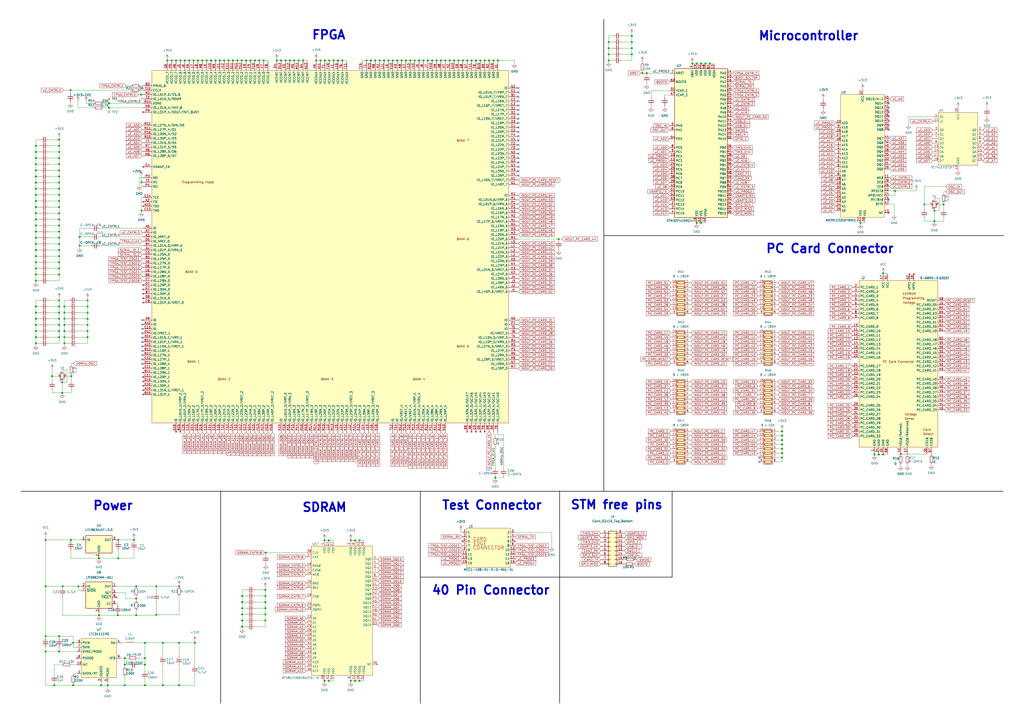
<source format=kicad_sch>
(kicad_sch (version 20230121) (generator eeschema)
  (paper "A2")
  (junction (at 20.828 123.698))
  (junction (at 150.368 35.052))
  (junction (at 82.042 105.664))
  (junction (at 188.468 35.052))
  (junction (at 153.924 345.694))
  (junction (at 287.274 277.114))
  (junction (at 140.462 352.806))
  (junction (at 271.018 35.052))
  (junction (at 137.668 35.052))
  (junction (at 34.29 127.254))
  (junction (at 34.29 159.258))
  (junction (at 34.29 152.146))
  (junction (at 154.178 320.548))
  (junction (at 109.728 35.052))
  (junction (at 324.104 138.684))
  (junction (at 50.8 177.8))
  (junction (at 217.678 35.052))
  (junction (at 41.148 313.182))
  (junction (at 20.828 155.702))
  (junction (at 119.888 35.052))
  (junction (at 205.994 313.436))
  (junction (at 281.178 35.052))
  (junction (at 34.29 377.952))
  (junction (at 185.928 35.052))
  (junction (at 42.418 397.51))
  (junction (at 20.828 184.912))
  (junction (at 34.29 188.468))
  (junction (at 72.39 381.762))
  (junction (at 132.588 35.052))
  (junction (at 68.326 356.87))
  (junction (at 114.808 35.052))
  (junction (at 286.258 35.052))
  (junction (at 188.214 394.97))
  (junction (at 20.828 159.258))
  (junction (at 519.176 110.744))
  (junction (at 77.724 313.182))
  (junction (at 20.828 137.922))
  (junction (at 20.828 152.146))
  (junction (at 263.398 35.052))
  (junction (at 34.29 102.362))
  (junction (at 31.496 397.51))
  (junction (at 37.338 177.8))
  (junction (at 536.194 118.618))
  (junction (at 113.03 372.872))
  (junction (at 124.968 35.052))
  (junction (at 26.416 369.062))
  (junction (at 232.918 35.052))
  (junction (at 191.008 35.052))
  (junction (at 193.548 35.052))
  (junction (at 103.886 340.106))
  (junction (at 34.29 141.478))
  (junction (at 509.778 263.652))
  (junction (at 57.404 323.85))
  (junction (at 103.886 372.872))
  (junction (at 104.648 35.052))
  (junction (at 34.29 148.59))
  (junction (at 30.226 218.186))
  (junction (at 102.108 35.052))
  (junction (at 203.454 394.97))
  (junction (at 34.29 81.026))
  (junction (at 163.068 35.052))
  (junction (at 20.828 195.58))
  (junction (at 72.39 385.572))
  (junction (at 245.618 35.052))
  (junction (at 20.828 177.8))
  (junction (at 34.29 95.25))
  (junction (at 20.828 181.356))
  (junction (at 353.06 35.052))
  (junction (at 212.598 35.052))
  (junction (at 366.522 20.828))
  (junction (at 20.828 145.034))
  (junction (at 140.462 356.362))
  (junction (at 34.29 192.024))
  (junction (at 205.994 394.97))
  (junction (at 507.238 263.652))
  (junction (at 34.29 84.582))
  (junction (at 453.644 252.73))
  (junction (at 453.644 262.89))
  (junction (at 140.462 345.694))
  (junction (at 153.924 359.918))
  (junction (at 265.938 35.052))
  (junction (at 20.828 199.136))
  (junction (at 20.828 113.03))
  (junction (at 26.416 340.106))
  (junction (at 140.462 349.25))
  (junction (at 20.828 95.25))
  (junction (at 34.29 98.806))
  (junction (at 208.534 313.436))
  (junction (at 50.8 188.468))
  (junction (at 82.042 122.174))
  (junction (at 190.754 313.436))
  (junction (at 453.644 260.35))
  (junction (at 34.29 184.912))
  (junction (at 46.228 137.414))
  (junction (at 26.416 377.952))
  (junction (at 283.718 35.052))
  (junction (at 20.828 162.814))
  (junction (at 78.994 356.87))
  (junction (at 273.558 35.052))
  (junction (at 68.58 313.182))
  (junction (at 57.404 356.87))
  (junction (at 34.29 120.142))
  (junction (at 50.8 184.912))
  (junction (at 34.29 177.8))
  (junction (at 243.078 35.052))
  (junction (at 78.994 340.106))
  (junction (at 68.58 323.85))
  (junction (at 353.06 27.94))
  (junction (at 94.488 372.872))
  (junction (at 208.534 394.97))
  (junction (at 46.228 142.494))
  (junction (at 117.348 35.052))
  (junction (at 34.29 123.698))
  (junction (at 512.318 158.496))
  (junction (at 453.644 257.81))
  (junction (at 203.454 313.436))
  (junction (at 253.238 35.052))
  (junction (at 366.522 27.94))
  (junction (at 20.828 130.81))
  (junction (at 20.828 116.586))
  (junction (at 50.8 192.024))
  (junction (at 50.8 181.356))
  (junction (at 37.338 184.912))
  (junction (at 258.318 35.052))
  (junction (at 542.036 128.27))
  (junction (at 34.29 155.702))
  (junction (at 353.06 24.384))
  (junction (at 20.828 188.468))
  (junction (at 183.388 35.052))
  (junction (at 103.886 397.51))
  (junction (at 20.828 105.918))
  (junction (at 190.754 394.97))
  (junction (at 188.214 313.436))
  (junction (at 20.828 148.59))
  (junction (at 260.858 35.052))
  (junction (at 153.924 356.362))
  (junction (at 198.628 35.052))
  (junction (at 170.688 35.052))
  (junction (at 94.488 397.51))
  (junction (at 255.778 35.052))
  (junction (at 227.838 35.052))
  (junction (at 84.074 385.572))
  (junction (at 37.338 192.024))
  (junction (at 140.208 35.052))
  (junction (at 248.158 35.052))
  (junction (at 20.828 134.366))
  (junction (at 230.378 35.052))
  (junction (at 34.29 369.062))
  (junction (at 20.828 127.254))
  (junction (at 147.828 35.052))
  (junction (at 160.528 35.052))
  (junction (at 375.158 42.418))
  (junction (at 36.322 340.106))
  (junction (at 453.644 265.43))
  (junction (at 153.924 352.806))
  (junction (at 40.894 52.324))
  (junction (at 20.828 192.024))
  (junction (at 130.048 35.052))
  (junction (at 34.29 130.81))
  (junction (at 499.11 129.286))
  (junction (at 84.074 381.762))
  (junction (at 127.508 35.052))
  (junction (at 50.8 174.244))
  (junction (at 20.828 88.138))
  (junction (at 20.828 98.806))
  (junction (at 366.522 31.496))
  (junction (at 406.654 129.286))
  (junction (at 34.29 113.03))
  (junction (at 20.828 141.478))
  (junction (at 37.338 181.356))
  (junction (at 34.29 174.244))
  (junction (at 107.188 35.052))
  (junction (at 112.268 35.052))
  (junction (at 453.644 250.19))
  (junction (at 45.466 340.106))
  (junction (at 153.924 349.25))
  (junction (at 42.418 372.872))
  (junction (at 278.638 35.052))
  (junction (at 81.788 54.864))
  (junction (at 135.128 35.052))
  (junction (at 90.678 340.106))
  (junction (at 20.828 84.582))
  (junction (at 140.462 363.474))
  (junction (at 153.924 342.138))
  (junction (at 84.074 372.872))
  (junction (at 401.574 36.83))
  (junction (at 235.458 35.052))
  (junction (at 34.29 109.474))
  (junction (at 34.29 195.58))
  (junction (at 97.028 35.052))
  (junction (at 122.428 35.052))
  (junction (at 168.148 35.052))
  (junction (at 542.036 122.174))
  (junction (at 276.098 35.052))
  (junction (at 453.644 255.27))
  (junction (at 173.228 35.052))
  (junction (at 37.338 195.58))
  (junction (at 225.298 35.052))
  (junction (at 62.484 397.51))
  (junction (at 268.478 35.052))
  (junction (at 288.798 35.052))
  (junction (at 63.246 62.484))
  (junction (at 34.29 181.356))
  (junction (at 250.698 35.052))
  (junction (at 90.678 356.616))
  (junction (at 34.29 145.034))
  (junction (at 34.29 105.918))
  (junction (at 63.246 59.944))
  (junction (at 34.29 88.138))
  (junction (at 409.194 36.83))
  (junction (at 50.8 195.58))
  (junction (at 222.758 35.052))
  (junction (at 34.29 137.922))
  (junction (at 215.138 35.052))
  (junction (at 404.114 129.286))
  (junction (at 406.654 36.83))
  (junction (at 165.608 35.052))
  (junction (at 26.416 313.182))
  (junction (at 175.768 35.052))
  (junction (at 36.068 227.838))
  (junction (at 240.538 35.052))
  (junction (at 20.828 91.694))
  (junction (at 36.068 221.742))
  (junction (at 220.218 35.052))
  (junction (at 366.522 24.384))
  (junction (at 140.462 359.918))
  (junction (at 99.568 35.052))
  (junction (at 37.338 188.468))
  (junction (at 34.29 134.366))
  (junction (at 78.994 347.218))
  (junction (at 196.088 35.052))
  (junction (at 145.288 35.052))
  (junction (at 237.998 35.052))
  (junction (at 411.734 36.83))
  (junction (at 142.748 35.052))
  (junction (at 41.402 218.186))
  (junction (at 20.828 120.142))
  (junction (at 58.674 397.51))
  (junction (at 84.074 397.51))
  (junction (at 522.478 263.398))
  (junction (at 37.338 199.136))
  (junction (at 34.29 116.586))
  (junction (at 34.29 91.694))
  (junction (at 152.908 35.052))
  (junction (at 20.828 102.362))
  (junction (at 372.618 42.418))
  (junction (at 512.318 263.652))
  (junction (at 72.39 397.51))
  (junction (at 547.37 118.618))
  (junction (at 20.828 109.474))
  (junction (at 404.114 36.83))
  (junction (at 353.06 31.496))
  (no_connect (at 300.736 66.294))
  (no_connect (at 82.55 195.834))
  (no_connect (at 300.736 71.374))
  (no_connect (at 300.736 53.594))
  (no_connect (at 44.704 381.762))
  (no_connect (at 300.736 89.154))
  (no_connect (at 300.736 61.214))
  (no_connect (at 300.736 86.614))
  (no_connect (at 440.436 265.43))
  (no_connect (at 440.436 267.97))
  (no_connect (at 82.55 211.074))
  (no_connect (at 82.55 185.674))
  (no_connect (at 300.736 73.914))
  (no_connect (at 82.55 188.214))
  (no_connect (at 82.55 190.754))
  (no_connect (at 300.736 76.454))
  (no_connect (at 82.55 198.374))
  (no_connect (at 82.55 203.454))
  (no_connect (at 300.736 78.994))
  (no_connect (at 82.55 193.294))
  (no_connect (at 300.736 68.834))
  (no_connect (at 300.736 99.314))
  (no_connect (at 82.55 200.914))
  (no_connect (at 300.736 56.134))
  (no_connect (at 515.62 115.824))
  (no_connect (at 300.736 91.694))
  (no_connect (at 300.736 81.534))
  (no_connect (at 300.736 63.754))
  (no_connect (at 300.736 51.054))
  (no_connect (at 82.55 205.994))
  (no_connect (at 82.55 208.534))
  (no_connect (at 515.62 62.484))
  (no_connect (at 515.62 59.944))
  (no_connect (at 268.224 313.944))
  (no_connect (at 298.704 313.944))
  (no_connect (at 67.564 346.456))
  (no_connect (at 300.736 84.074))
  (no_connect (at 515.62 67.564))
  (no_connect (at 515.62 75.184))
  (no_connect (at 515.62 70.104))
  (no_connect (at 515.62 72.644))
  (no_connect (at 515.62 65.024))
  (no_connect (at 300.736 58.674))
  (no_connect (at 300.736 94.234))
  (no_connect (at 300.736 101.854))
  (no_connect (at 300.736 96.774))
  (wire (pts (xy 400.812 255.27) (xy 400.05 255.27)))
  (wire (pts (xy 362.204 319.532) (xy 361.696 319.532)))
  (wire (pts (xy 46.228 132.334) (xy 46.228 137.414)))
  (wire (pts (xy 20.828 155.702) (xy 20.828 159.258)))
  (wire (pts (xy 28.448 81.026) (xy 34.29 81.026)))
  (wire (pts (xy 348.488 324.612) (xy 348.996 324.612)))
  (wire (pts (xy 232.918 35.052) (xy 235.458 35.052)))
  (wire (pts (xy 150.368 250.952) (xy 150.368 250.444)))
  (wire (pts (xy 371.602 42.418) (xy 372.618 42.418)))
  (wire (pts (xy 366.522 24.384) (xy 366.522 20.828)))
  (wire (pts (xy 451.358 239.268) (xy 450.596 239.268)))
  (wire (pts (xy 44.704 375.412) (xy 42.418 375.412)))
  (wire (pts (xy 44.958 184.912) (xy 50.8 184.912)))
  (wire (pts (xy 220.218 35.814) (xy 220.218 35.052)))
  (wire (pts (xy 20.828 177.8) (xy 23.368 177.8)))
  (wire (pts (xy 140.462 352.806) (xy 140.462 356.362)))
  (wire (pts (xy 541.02 80.518) (xy 541.782 80.518)))
  (wire (pts (xy 240.538 250.952) (xy 240.538 250.444)))
  (wire (pts (xy 140.462 349.25) (xy 140.462 352.806)))
  (wire (pts (xy 37.338 192.024) (xy 39.878 192.024)))
  (wire (pts (xy 37.338 177.8) (xy 39.878 177.8)))
  (wire (pts (xy 230.378 250.952) (xy 230.378 250.444)))
  (wire (pts (xy 28.448 98.806) (xy 34.29 98.806)))
  (wire (pts (xy 361.696 316.992) (xy 362.204 316.992)))
  (wire (pts (xy 20.828 184.912) (xy 23.368 184.912)))
  (wire (pts (xy 41.402 218.186) (xy 41.402 220.98)))
  (wire (pts (xy 424.942 113.538) (xy 424.434 113.538)))
  (wire (pts (xy 451.358 208.28) (xy 450.596 208.28)))
  (wire (pts (xy 230.378 35.052) (xy 230.378 35.814)))
  (wire (pts (xy 361.696 327.152) (xy 362.458 327.152)))
  (wire (pts (xy 219.202 326.898) (xy 218.694 326.898)))
  (wire (pts (xy 414.274 36.83) (xy 411.734 36.83)))
  (wire (pts (xy 217.678 35.052) (xy 220.218 35.052)))
  (wire (pts (xy 83.058 62.484) (xy 63.246 62.484)))
  (wire (pts (xy 198.628 250.952) (xy 198.628 250.444)))
  (wire (pts (xy 45.466 342.646) (xy 45.466 340.106)))
  (wire (pts (xy 82.55 195.834) (xy 83.058 195.834)))
  (wire (pts (xy 451.358 198.12) (xy 450.596 198.12)))
  (wire (pts (xy 300.736 81.534) (xy 300.228 81.534)))
  (wire (pts (xy 84.074 389.128) (xy 84.074 385.572)))
  (wire (pts (xy 278.638 35.052) (xy 281.178 35.052)))
  (wire (pts (xy 424.942 44.958) (xy 424.434 44.958)))
  (wire (pts (xy 258.318 250.952) (xy 258.318 250.444)))
  (wire (pts (xy 173.228 250.952) (xy 173.228 250.444)))
  (wire (pts (xy 28.448 181.356) (xy 34.29 181.356)))
  (wire (pts (xy 389.128 229.108) (xy 389.89 229.108)))
  (wire (pts (xy 78.994 356.87) (xy 68.326 356.87)))
  (wire (pts (xy 82.55 85.344) (xy 83.058 85.344)))
  (wire (pts (xy 439.674 252.73) (xy 440.436 252.73)))
  (wire (pts (xy 62.484 395.732) (xy 62.484 397.51)))
  (wire (pts (xy 424.942 93.218) (xy 424.434 93.218)))
  (wire (pts (xy 424.942 52.578) (xy 424.434 52.578)))
  (wire (pts (xy 439.674 169.164) (xy 440.436 169.164)))
  (wire (pts (xy 235.458 250.952) (xy 235.458 250.444)))
  (wire (pts (xy 324.104 138.684) (xy 300.228 138.684)))
  (wire (pts (xy 119.888 35.052) (xy 117.348 35.052)))
  (wire (pts (xy 34.29 195.58) (xy 34.29 192.024)))
  (wire (pts (xy 300.736 118.364) (xy 300.228 118.364)))
  (wire (pts (xy 34.29 105.918) (xy 34.29 102.362)))
  (wire (pts (xy 140.462 342.138) (xy 140.462 345.694)))
  (wire (pts (xy 44.958 188.468) (xy 50.8 188.468)))
  (wire (pts (xy 28.448 188.468) (xy 34.29 188.468)))
  (wire (pts (xy 300.736 195.834) (xy 300.228 195.834)))
  (wire (pts (xy 140.462 345.694) (xy 143.002 345.694)))
  (wire (pts (xy 300.736 78.994) (xy 300.228 78.994)))
  (wire (pts (xy 148.082 363.474) (xy 153.924 363.474)))
  (wire (pts (xy 90.678 340.106) (xy 78.994 340.106)))
  (wire (pts (xy 439.674 195.58) (xy 440.436 195.58)))
  (wire (pts (xy 439.674 198.12) (xy 440.436 198.12)))
  (wire (pts (xy 484.632 94.234) (xy 485.14 94.234)))
  (wire (pts (xy 211.074 314.198) (xy 211.074 313.436)))
  (wire (pts (xy 484.632 73.914) (xy 485.14 73.914)))
  (wire (pts (xy 271.018 35.052) (xy 271.018 35.814)))
  (wire (pts (xy 20.828 141.478) (xy 20.828 145.034)))
  (wire (pts (xy 62.484 397.51) (xy 62.484 399.288)))
  (wire (pts (xy 509.778 263.144) (xy 509.778 263.652)))
  (wire (pts (xy 401.574 36.322) (xy 401.574 36.83)))
  (wire (pts (xy 424.942 62.738) (xy 424.434 62.738)))
  (wire (pts (xy 57.404 356.87) (xy 57.404 357.378)))
  (wire (pts (xy 50.8 188.468) (xy 50.8 184.912)))
  (wire (pts (xy 389.128 193.04) (xy 389.89 193.04)))
  (wire (pts (xy 20.828 134.366) (xy 20.828 137.922)))
  (wire (pts (xy 82.55 190.754) (xy 83.058 190.754)))
  (wire (pts (xy 519.176 113.284) (xy 519.176 110.744)))
  (wire (pts (xy 253.238 35.052) (xy 255.778 35.052)))
  (wire (pts (xy 173.228 35.814) (xy 173.228 35.052)))
  (wire (pts (xy 135.128 35.052) (xy 132.588 35.052)))
  (wire (pts (xy 522.478 263.398) (xy 537.718 263.398)))
  (wire (pts (xy 148.082 349.25) (xy 153.924 349.25)))
  (wire (pts (xy 70.104 381.762) (xy 72.39 381.762)))
  (wire (pts (xy 80.01 385.572) (xy 84.074 385.572)))
  (wire (pts (xy 453.644 249.174) (xy 453.644 250.19)))
  (wire (pts (xy 206.248 250.952) (xy 206.248 250.444)))
  (wire (pts (xy 516.128 90.424) (xy 515.62 90.424)))
  (wire (pts (xy 26.416 377.952) (xy 26.416 397.51)))
  (wire (pts (xy 135.128 35.814) (xy 135.128 35.052)))
  (wire (pts (xy 385.572 55.118) (xy 385.572 56.388)))
  (wire (pts (xy 132.588 250.952) (xy 132.588 250.444)))
  (wire (pts (xy 300.736 101.854) (xy 300.228 101.854)))
  (wire (pts (xy 210.058 35.814) (xy 210.058 35.052)))
  (wire (pts (xy 34.29 370.332) (xy 34.29 369.062)))
  (wire (pts (xy 424.942 88.138) (xy 424.434 88.138)))
  (wire (pts (xy 248.158 35.052) (xy 250.698 35.052)))
  (wire (pts (xy 360.68 20.828) (xy 366.522 20.828)))
  (wire (pts (xy 451.358 179.324) (xy 450.596 179.324)))
  (wire (pts (xy 300.736 166.624) (xy 300.228 166.624)))
  (wire (pts (xy 114.808 250.952) (xy 114.808 250.444)))
  (wire (pts (xy 20.828 188.468) (xy 23.368 188.468)))
  (wire (pts (xy 20.828 137.922) (xy 20.828 141.478)))
  (wire (pts (xy 34.29 98.806) (xy 34.29 95.25)))
  (wire (pts (xy 26.416 375.412) (xy 26.416 377.952)))
  (wire (pts (xy 219.202 362.458) (xy 218.694 362.458)))
  (wire (pts (xy 484.632 81.534) (xy 485.14 81.534)))
  (wire (pts (xy 404.114 129.286) (xy 404.114 129.794)))
  (wire (pts (xy 267.208 308.864) (xy 268.224 308.864)))
  (wire (pts (xy 324.104 138.684) (xy 324.104 139.446)))
  (wire (pts (xy 245.618 250.952) (xy 245.618 250.444)))
  (wire (pts (xy 288.798 252.222) (xy 288.798 250.444)))
  (wire (pts (xy 20.828 98.806) (xy 20.828 102.362)))
  (wire (pts (xy 140.462 345.694) (xy 140.462 349.25)))
  (wire (pts (xy 536.194 126.492) (xy 536.194 128.27)))
  (wire (pts (xy 41.148 323.85) (xy 57.404 323.85)))
  (wire (pts (xy 20.828 113.03) (xy 23.368 113.03)))
  (wire (pts (xy 153.924 345.694) (xy 153.924 342.138)))
  (wire (pts (xy 178.308 35.052) (xy 175.768 35.052)))
  (wire (pts (xy 536.194 108.204) (xy 536.194 118.618)))
  (wire (pts (xy 348.488 309.372) (xy 348.996 309.372)))
  (wire (pts (xy 20.828 188.468) (xy 20.828 192.024)))
  (wire (pts (xy 145.288 35.814) (xy 145.288 35.052)))
  (wire (pts (xy 215.138 35.052) (xy 217.678 35.052)))
  (wire (pts (xy 205.994 313.436) (xy 208.534 313.436)))
  (wire (pts (xy 547.37 126.492) (xy 547.37 128.27)))
  (wire (pts (xy 484.632 86.614) (xy 485.14 86.614)))
  (wire (pts (xy 34.29 159.258) (xy 34.29 162.814)))
  (wire (pts (xy 34.29 134.366) (xy 34.29 130.81)))
  (wire (pts (xy 253.238 35.052) (xy 253.238 35.814)))
  (wire (pts (xy 20.828 159.258) (xy 23.368 159.258)))
  (wire (pts (xy 512.318 263.652) (xy 509.778 263.652)))
  (wire (pts (xy 20.828 116.586) (xy 23.368 116.586)))
  (wire (pts (xy 82.55 200.914) (xy 83.058 200.914)))
  (wire (pts (xy 177.546 376.428) (xy 178.054 376.428)))
  (wire (pts (xy 522.478 269.24) (xy 522.478 270.256)))
  (wire (pts (xy 122.428 35.814) (xy 122.428 35.052)))
  (wire (pts (xy 389.128 174.244) (xy 389.89 174.244)))
  (wire (pts (xy 193.548 250.952) (xy 193.548 250.444)))
  (wire (pts (xy 389.128 262.89) (xy 389.89 262.89)))
  (wire (pts (xy 219.202 354.838) (xy 218.694 354.838)))
  (wire (pts (xy 34.29 177.8) (xy 34.29 174.244)))
  (wire (pts (xy 439.674 208.28) (xy 440.436 208.28)))
  (wire (pts (xy 265.938 35.814) (xy 265.938 35.052)))
  (wire (pts (xy 82.55 87.884) (xy 83.058 87.884)))
  (wire (pts (xy 451.358 176.784) (xy 450.596 176.784)))
  (wire (pts (xy 63.246 62.484) (xy 63.246 65.024)))
  (wire (pts (xy 283.718 35.052) (xy 286.258 35.052)))
  (wire (pts (xy 250.698 250.952) (xy 250.698 250.444)))
  (wire (pts (xy 400.812 210.82) (xy 400.05 210.82)))
  (wire (pts (xy 124.968 35.052) (xy 122.428 35.052)))
  (wire (pts (xy 148.082 352.806) (xy 153.924 352.806)))
  (wire (pts (xy 119.888 250.952) (xy 119.888 250.444)))
  (wire (pts (xy 243.078 250.952) (xy 243.078 250.444)))
  (wire (pts (xy 451.358 181.864) (xy 450.596 181.864)))
  (wire (pts (xy 369.316 324.612) (xy 368.046 324.612)))
  (wire (pts (xy 59.69 59.944) (xy 63.246 59.944)))
  (wire (pts (xy 424.942 108.458) (xy 424.434 108.458)))
  (wire (pts (xy 300.736 115.824) (xy 300.228 115.824)))
  (wire (pts (xy 477.52 57.15) (xy 477.52 57.912)))
  (wire (pts (xy 130.048 35.052) (xy 127.508 35.052)))
  (wire (pts (xy 222.758 35.052) (xy 222.758 35.814)))
  (wire (pts (xy 237.998 35.052) (xy 237.998 35.814)))
  (wire (pts (xy 28.448 155.702) (xy 34.29 155.702)))
  (wire (pts (xy 26.416 397.51) (xy 31.496 397.51)))
  (wire (pts (xy 300.736 120.904) (xy 300.228 120.904)))
  (wire (pts (xy 541.02 90.678) (xy 541.782 90.678)))
  (wire (pts (xy 389.128 250.19) (xy 389.89 250.19)))
  (wire (pts (xy 484.632 119.634) (xy 485.14 119.634)))
  (wire (pts (xy 375.158 42.418) (xy 375.158 43.18)))
  (wire (pts (xy 219.202 342.138) (xy 218.694 342.138)))
  (wire (pts (xy 208.788 250.952) (xy 208.788 250.444)))
  (wire (pts (xy 26.416 311.404) (xy 26.416 313.182)))
  (wire (pts (xy 155.448 250.952) (xy 155.448 250.444)))
  (wire (pts (xy 20.828 177.8) (xy 20.828 181.356)))
  (wire (pts (xy 37.338 195.58) (xy 37.338 199.136)))
  (wire (pts (xy 218.948 250.952) (xy 218.948 250.444)))
  (wire (pts (xy 516.128 105.664) (xy 515.62 105.664)))
  (wire (pts (xy 300.736 133.604) (xy 300.228 133.604)))
  (wire (pts (xy 353.06 27.94) (xy 355.6 27.94)))
  (wire (pts (xy 348.488 311.912) (xy 348.996 311.912)))
  (wire (pts (xy 57.404 355.346) (xy 57.404 356.87)))
  (wire (pts (xy 213.868 250.952) (xy 213.868 250.444)))
  (wire (pts (xy 78.994 345.694) (xy 78.994 347.218)))
  (wire (pts (xy 210.058 35.052) (xy 212.598 35.052)))
  (wire (pts (xy 400.812 231.648) (xy 400.05 231.648)))
  (wire (pts (xy 28.448 95.25) (xy 34.29 95.25)))
  (wire (pts (xy 300.736 61.214) (xy 300.228 61.214)))
  (wire (pts (xy 484.632 99.314) (xy 485.14 99.314)))
  (wire (pts (xy 348.488 327.152) (xy 348.996 327.152)))
  (wire (pts (xy 300.736 84.074) (xy 300.228 84.074)))
  (wire (pts (xy 292.1 252.222) (xy 292.1 271.526)))
  (wire (pts (xy 400.812 262.89) (xy 400.05 262.89)))
  (wire (pts (xy 177.546 361.188) (xy 178.054 361.188)))
  (wire (pts (xy 44.958 177.8) (xy 50.8 177.8)))
  (wire (pts (xy 366.522 20.828) (xy 366.522 19.558)))
  (wire (pts (xy 286.258 35.814) (xy 286.258 35.052)))
  (wire (pts (xy 451.358 195.58) (xy 450.596 195.58)))
  (wire (pts (xy 34.29 174.244) (xy 34.29 172.72)))
  (wire (pts (xy 112.268 35.814) (xy 112.268 35.052)))
  (wire (pts (xy 353.06 35.052) (xy 355.6 35.052)))
  (wire (pts (xy 104.648 35.814) (xy 104.648 35.052)))
  (wire (pts (xy 388.366 72.898) (xy 388.874 72.898)))
  (wire (pts (xy 50.038 58.674) (xy 50.038 59.944)))
  (wire (pts (xy 20.828 145.034) (xy 23.368 145.034)))
  (wire (pts (xy 439.674 262.89) (xy 440.436 262.89)))
  (wire (pts (xy 205.994 314.198) (xy 205.994 313.436)))
  (wire (pts (xy 103.886 397.51) (xy 94.488 397.51)))
  (wire (pts (xy 20.828 113.03) (xy 20.828 116.586)))
  (wire (pts (xy 276.098 35.814) (xy 276.098 35.052)))
  (wire (pts (xy 400.812 169.164) (xy 400.05 169.164)))
  (wire (pts (xy 263.398 35.814) (xy 263.398 35.052)))
  (wire (pts (xy 124.968 35.814) (xy 124.968 35.052)))
  (wire (pts (xy 300.736 128.524) (xy 300.228 128.524)))
  (wire (pts (xy 484.632 109.474) (xy 485.14 109.474)))
  (wire (pts (xy 34.29 192.024) (xy 34.29 188.468)))
  (wire (pts (xy 409.194 36.83) (xy 406.654 36.83)))
  (wire (pts (xy 300.736 148.844) (xy 300.228 148.844)))
  (wire (pts (xy 544.83 122.174) (xy 542.036 122.174)))
  (wire (pts (xy 388.366 98.298) (xy 388.874 98.298)))
  (wire (pts (xy 177.546 363.728) (xy 178.054 363.728)))
  (wire (pts (xy 300.736 151.384) (xy 300.228 151.384)))
  (wire (pts (xy 153.924 352.806) (xy 153.924 349.25)))
  (wire (pts (xy 300.736 73.914) (xy 300.228 73.914)))
  (wire (pts (xy 547.37 117.602) (xy 547.37 118.618)))
  (wire (pts (xy 28.448 120.142) (xy 34.29 120.142)))
  (wire (pts (xy 424.942 47.498) (xy 424.434 47.498)))
  (wire (pts (xy 439.674 239.268) (xy 440.436 239.268)))
  (wire (pts (xy 400.812 221.488) (xy 400.05 221.488)))
  (wire (pts (xy 400.812 205.74) (xy 400.05 205.74)))
  (wire (pts (xy 28.448 130.81) (xy 34.29 130.81)))
  (wire (pts (xy 37.338 199.136) (xy 39.878 199.136)))
  (wire (pts (xy 188.468 35.052) (xy 185.928 35.052)))
  (wire (pts (xy 31.496 385.572) (xy 31.496 391.414)))
  (wire (pts (xy 72.898 343.916) (xy 72.898 347.218)))
  (wire (pts (xy 145.288 250.952) (xy 145.288 250.444)))
  (wire (pts (xy 388.366 103.378) (xy 388.874 103.378)))
  (wire (pts (xy 451.358 231.648) (xy 450.596 231.648)))
  (wire (pts (xy 400.812 195.58) (xy 400.05 195.58)))
  (wire (pts (xy 414.274 37.338) (xy 414.274 36.83)))
  (wire (pts (xy 20.828 192.024) (xy 23.368 192.024)))
  (wire (pts (xy 37.338 188.468) (xy 37.338 192.024)))
  (wire (pts (xy 37.338 199.136) (xy 37.338 200.406)))
  (wire (pts (xy 50.8 184.912) (xy 50.8 181.356)))
  (wire (pts (xy 300.736 141.224) (xy 300.228 141.224)))
  (wire (pts (xy 240.538 35.052) (xy 240.538 35.814)))
  (wire (pts (xy 103.886 339.598) (xy 103.886 340.106)))
  (wire (pts (xy 366.522 27.94) (xy 366.522 24.384)))
  (wire (pts (xy 20.828 127.254) (xy 20.828 130.81)))
  (wire (pts (xy 203.454 312.674) (xy 203.454 313.436)))
  (wire (pts (xy 82.042 114.554) (xy 82.042 122.174)))
  (wire (pts (xy 34.29 141.478) (xy 34.29 137.922)))
  (wire (pts (xy 219.202 344.678) (xy 218.694 344.678)))
  (wire (pts (xy 34.29 369.062) (xy 42.418 369.062)))
  (wire (pts (xy 41.148 313.182) (xy 26.416 313.182)))
  (wire (pts (xy 400.812 171.704) (xy 400.05 171.704)))
  (wire (pts (xy 300.736 86.614) (xy 300.228 86.614)))
  (wire (pts (xy 292.1 252.222) (xy 288.798 252.222)))
  (wire (pts (xy 219.202 337.058) (xy 218.694 337.058)))
  (wire (pts (xy 219.202 324.358) (xy 218.694 324.358)))
  (wire (pts (xy 439.674 255.27) (xy 440.436 255.27)))
  (wire (pts (xy 353.06 20.828) (xy 353.06 24.384)))
  (wire (pts (xy 177.546 340.868) (xy 178.054 340.868)))
  (wire (pts (xy 300.736 193.294) (xy 300.228 193.294)))
  (wire (pts (xy 168.148 250.952) (xy 168.148 250.444)))
  (wire (pts (xy 388.366 118.618) (xy 388.874 118.618)))
  (wire (pts (xy 46.228 142.494) (xy 46.228 143.764)))
  (wire (pts (xy 99.568 35.814) (xy 99.568 35.052)))
  (wire (pts (xy 227.838 35.052) (xy 227.838 35.814)))
  (wire (pts (xy 34.29 95.25) (xy 34.29 91.694)))
  (wire (pts (xy 401.574 36.83) (xy 401.574 37.338)))
  (wire (pts (xy 113.03 386.08) (xy 113.03 372.872)))
  (wire (pts (xy 300.736 185.674) (xy 300.228 185.674)))
  (wire (pts (xy 81.28 49.784) (xy 83.058 49.784)))
  (wire (pts (xy 298.45 35.052) (xy 288.798 35.052)))
  (wire (pts (xy 227.838 250.952) (xy 227.838 250.444)))
  (wire (pts (xy 389.128 166.624) (xy 389.89 166.624)))
  (wire (pts (xy 268.478 35.052) (xy 271.018 35.052)))
  (wire (pts (xy 113.03 371.856) (xy 113.03 372.872)))
  (wire (pts (xy 34.29 123.698) (xy 34.29 120.142)))
  (wire (pts (xy 193.294 314.198) (xy 193.294 313.436)))
  (wire (pts (xy 388.366 47.498) (xy 388.874 47.498)))
  (polyline (pts (xy 128.016 284.734) (xy 128.016 407.924)) (stroke (width 0.3) (type solid) (color 0 0 0 1)))
  (wire (pts (xy 31.496 396.494) (xy 31.496 397.51)))
  (wire (pts (xy 572.516 67.564) (xy 572.516 68.326)))
  (wire (pts (xy 260.858 35.052) (xy 263.398 35.052)))
  (wire (pts (xy 34.29 113.03) (xy 34.29 109.474)))
  (wire (pts (xy 163.068 35.052) (xy 160.528 35.052)))
  (wire (pts (xy 82.55 139.954) (xy 83.058 139.954)))
  (wire (pts (xy 57.404 323.85) (xy 57.404 324.358)))
  (wire (pts (xy 153.924 356.362) (xy 153.924 352.806)))
  (wire (pts (xy 400.812 166.624) (xy 400.05 166.624)))
  (wire (pts (xy 26.416 340.106) (xy 26.416 369.062)))
  (wire (pts (xy 20.828 159.258) (xy 20.828 162.814)))
  (wire (pts (xy 300.736 159.004) (xy 300.228 159.004)))
  (wire (pts (xy 512.318 263.144) (xy 512.318 263.652)))
  (wire (pts (xy 46.228 142.494) (xy 52.832 142.494)))
  (wire (pts (xy 36.068 214.63) (xy 38.862 214.63)))
  (wire (pts (xy 37.338 181.356) (xy 37.338 184.912)))
  (wire (pts (xy 278.638 35.814) (xy 278.638 35.052)))
  (wire (pts (xy 541.02 77.978) (xy 541.782 77.978)))
  (wire (pts (xy 484.632 104.394) (xy 485.14 104.394)))
  (wire (pts (xy 527.05 67.818) (xy 541.782 67.818)))
  (wire (pts (xy 45.212 58.674) (xy 45.212 62.484)))
  (wire (pts (xy 175.768 35.814) (xy 175.768 35.052)))
  (wire (pts (xy 50.8 174.244) (xy 50.8 172.974)))
  (wire (pts (xy 44.958 174.244) (xy 50.8 174.244)))
  (wire (pts (xy 507.238 263.144) (xy 507.238 263.652)))
  (wire (pts (xy 451.358 174.244) (xy 450.596 174.244)))
  (wire (pts (xy 516.128 103.124) (xy 515.62 103.124)))
  (wire (pts (xy 183.388 250.952) (xy 183.388 250.444)))
  (wire (pts (xy 154.178 326.898) (xy 154.178 327.66)))
  (wire (pts (xy 385.572 61.468) (xy 385.572 62.23)))
  (wire (pts (xy 28.448 192.024) (xy 34.29 192.024)))
  (wire (pts (xy 208.534 314.198) (xy 208.534 313.436)))
  (wire (pts (xy 512.318 158.496) (xy 512.318 159.004)))
  (wire (pts (xy 28.448 141.478) (xy 34.29 141.478)))
  (wire (pts (xy 451.358 171.704) (xy 450.596 171.704)))
  (wire (pts (xy 400.812 234.188) (xy 400.05 234.188)))
  (wire (pts (xy 484.632 89.154) (xy 485.14 89.154)))
  (wire (pts (xy 514.858 263.144) (xy 514.858 263.652)))
  (wire (pts (xy 175.768 250.952) (xy 175.768 250.444)))
  (wire (pts (xy 114.808 35.052) (xy 112.268 35.052)))
  (wire (pts (xy 453.644 252.73) (xy 453.644 255.27)))
  (wire (pts (xy 300.736 63.754) (xy 300.228 63.754)))
  (wire (pts (xy 268.478 35.814) (xy 268.478 35.052)))
  (wire (pts (xy 203.708 250.952) (xy 203.708 250.444)))
  (wire (pts (xy 389.128 224.028) (xy 389.89 224.028)))
  (wire (pts (xy 205.994 394.208) (xy 205.994 394.97)))
  (wire (pts (xy 44.958 199.136) (xy 50.8 199.136)))
  (wire (pts (xy 152.908 250.952) (xy 152.908 250.444)))
  (wire (pts (xy 570.23 75.438) (xy 569.722 75.438)))
  (wire (pts (xy 163.068 35.814) (xy 163.068 35.052)))
  (wire (pts (xy 113.03 372.872) (xy 103.886 372.872)))
  (wire (pts (xy 177.546 345.948) (xy 178.054 345.948)))
  (wire (pts (xy 400.812 198.12) (xy 400.05 198.12)))
  (wire (pts (xy 177.546 384.048) (xy 178.054 384.048)))
  (wire (pts (xy 109.728 35.052) (xy 107.188 35.052)))
  (wire (pts (xy 400.812 257.81) (xy 400.05 257.81)))
  (wire (pts (xy 40.894 52.324) (xy 40.894 54.102)))
  (wire (pts (xy 117.348 35.814) (xy 117.348 35.052)))
  (wire (pts (xy 28.448 162.814) (xy 34.29 162.814)))
  (wire (pts (xy 140.462 359.918) (xy 140.462 363.474)))
  (wire (pts (xy 80.264 54.864) (xy 81.788 54.864)))
  (wire (pts (xy 516.128 80.264) (xy 515.62 80.264)))
  (wire (pts (xy 424.942 110.998) (xy 424.434 110.998)))
  (wire (pts (xy 518.668 118.364) (xy 518.668 124.714)))
  (wire (pts (xy 424.942 103.378) (xy 424.434 103.378)))
  (wire (pts (xy 375.158 48.26) (xy 375.158 49.022)))
  (wire (pts (xy 201.168 250.952) (xy 201.168 250.444)))
  (wire (pts (xy 547.37 111.252) (xy 547.37 112.522)))
  (wire (pts (xy 220.218 35.052) (xy 222.758 35.052)))
  (wire (pts (xy 168.148 35.814) (xy 168.148 35.052)))
  (wire (pts (xy 540.258 268.986) (xy 540.258 269.748)))
  (wire (pts (xy 84.074 385.572) (xy 84.074 381.762)))
  (wire (pts (xy 544.83 115.062) (xy 544.83 122.174)))
  (wire (pts (xy 112.268 250.952) (xy 112.268 250.444)))
  (wire (pts (xy 82.55 162.814) (xy 83.058 162.814)))
  (wire (pts (xy 190.754 394.97) (xy 188.214 394.97)))
  (wire (pts (xy 68.58 319.024) (xy 68.58 323.85)))
  (wire (pts (xy 177.546 378.968) (xy 178.054 378.968)))
  (wire (pts (xy 235.458 35.052) (xy 237.998 35.052)))
  (wire (pts (xy 153.924 342.138) (xy 153.924 340.614)))
  (wire (pts (xy 37.338 184.912) (xy 39.878 184.912)))
  (wire (pts (xy 178.308 250.952) (xy 178.308 250.444)))
  (wire (pts (xy 300.736 94.234) (xy 300.228 94.234)))
  (wire (pts (xy 499.11 128.524) (xy 499.11 129.286)))
  (wire (pts (xy 300.736 125.984) (xy 300.228 125.984)))
  (wire (pts (xy 439.674 205.74) (xy 440.436 205.74)))
  (wire (pts (xy 300.736 211.074) (xy 300.228 211.074)))
  (wire (pts (xy 153.924 363.474) (xy 153.924 359.918)))
  (wire (pts (xy 20.828 195.58) (xy 23.368 195.58)))
  (wire (pts (xy 147.828 35.814) (xy 147.828 35.052)))
  (wire (pts (xy 389.128 164.084) (xy 389.89 164.084)))
  (wire (pts (xy 439.674 260.35) (xy 440.436 260.35)))
  (wire (pts (xy 320.04 308.864) (xy 320.04 317.246)))
  (wire (pts (xy 271.018 35.052) (xy 273.558 35.052)))
  (wire (pts (xy 439.674 221.488) (xy 440.436 221.488)))
  (wire (pts (xy 34.29 88.138) (xy 34.29 84.582)))
  (wire (pts (xy 84.074 397.51) (xy 72.39 397.51)))
  (wire (pts (xy 37.338 174.244) (xy 37.338 177.8)))
  (wire (pts (xy 84.074 381.762) (xy 84.074 372.872)))
  (wire (pts (xy 135.128 250.952) (xy 135.128 250.444)))
  (wire (pts (xy 300.736 213.614) (xy 300.228 213.614)))
  (wire (pts (xy 28.448 137.922) (xy 34.29 137.922)))
  (polyline (pts (xy 324.612 284.734) (xy 324.612 407.924)) (stroke (width 0.3) (type solid) (color 0 0 0 1)))
  (wire (pts (xy 20.828 120.142) (xy 23.368 120.142)))
  (wire (pts (xy 388.366 100.838) (xy 388.874 100.838)))
  (wire (pts (xy 44.704 377.952) (xy 34.29 377.952)))
  (wire (pts (xy 58.674 397.51) (xy 62.484 397.51)))
  (wire (pts (xy 59.69 62.484) (xy 63.246 62.484)))
  (wire (pts (xy 72.39 397.51) (xy 62.484 397.51)))
  (wire (pts (xy 522.478 263.144) (xy 522.478 263.398)))
  (wire (pts (xy 58.674 395.732) (xy 58.674 397.51)))
  (wire (pts (xy 50.8 177.8) (xy 50.8 174.244)))
  (wire (pts (xy 165.608 250.952) (xy 165.608 250.444)))
  (wire (pts (xy 34.29 127.254) (xy 34.29 123.698)))
  (wire (pts (xy 94.488 372.872) (xy 94.488 380.492)))
  (wire (pts (xy 20.828 155.702) (xy 23.368 155.702)))
  (wire (pts (xy 177.546 353.568) (xy 178.054 353.568)))
  (wire (pts (xy 424.942 121.158) (xy 424.434 121.158)))
  (wire (pts (xy 28.448 145.034) (xy 34.29 145.034)))
  (wire (pts (xy 183.388 34.29) (xy 183.388 35.052)))
  (wire (pts (xy 38.862 214.63) (xy 38.862 221.742)))
  (wire (pts (xy 191.008 35.052) (xy 188.468 35.052)))
  (wire (pts (xy 140.208 35.052) (xy 137.668 35.052)))
  (wire (pts (xy 389.128 205.74) (xy 389.89 205.74)))
  (wire (pts (xy 353.06 24.384) (xy 353.06 27.94)))
  (wire (pts (xy 389.128 239.268) (xy 389.89 239.268)))
  (wire (pts (xy 300.736 89.154) (xy 300.228 89.154)))
  (wire (pts (xy 516.128 82.804) (xy 515.62 82.804)))
  (wire (pts (xy 424.942 70.358) (xy 424.434 70.358)))
  (wire (pts (xy 154.178 320.548) (xy 154.178 321.818)))
  (wire (pts (xy 484.632 101.854) (xy 485.14 101.854)))
  (wire (pts (xy 219.202 349.758) (xy 218.694 349.758)))
  (wire (pts (xy 137.668 35.052) (xy 135.128 35.052)))
  (wire (pts (xy 439.674 224.028) (xy 440.436 224.028)))
  (wire (pts (xy 130.048 35.814) (xy 130.048 35.052)))
  (wire (pts (xy 36.322 340.106) (xy 36.322 340.868)))
  (wire (pts (xy 406.654 129.286) (xy 404.114 129.286)))
  (wire (pts (xy 50.8 192.024) (xy 50.8 188.468)))
  (wire (pts (xy 208.534 394.208) (xy 208.534 394.97)))
  (wire (pts (xy 300.736 161.544) (xy 300.228 161.544)))
  (wire (pts (xy 516.128 92.964) (xy 515.62 92.964)))
  (wire (pts (xy 20.828 123.698) (xy 23.368 123.698)))
  (wire (pts (xy 103.886 356.616) (xy 90.678 356.616)))
  (wire (pts (xy 404.114 128.778) (xy 404.114 129.286)))
  (wire (pts (xy 148.082 345.694) (xy 153.924 345.694)))
  (wire (pts (xy 265.938 35.052) (xy 268.478 35.052)))
  (wire (pts (xy 360.68 24.384) (xy 366.522 24.384)))
  (wire (pts (xy 44.958 195.58) (xy 50.8 195.58)))
  (wire (pts (xy 203.454 394.208) (xy 203.454 394.97)))
  (wire (pts (xy 23.368 81.026) (xy 20.828 81.026)))
  (wire (pts (xy 298.45 36.83) (xy 298.45 35.052)))
  (wire (pts (xy 190.754 313.436) (xy 188.214 313.436)))
  (wire (pts (xy 140.462 356.362) (xy 143.002 356.362)))
  (wire (pts (xy 389.128 221.488) (xy 389.89 221.488)))
  (wire (pts (xy 114.808 35.814) (xy 114.808 35.052)))
  (wire (pts (xy 177.546 381.508) (xy 178.054 381.508)))
  (wire (pts (xy 47.244 340.106) (xy 45.466 340.106)))
  (wire (pts (xy 102.108 35.052) (xy 99.568 35.052)))
  (wire (pts (xy 82.55 75.184) (xy 83.058 75.184)))
  (wire (pts (xy 119.888 35.814) (xy 119.888 35.052)))
  (wire (pts (xy 400.812 164.084) (xy 400.05 164.084)))
  (wire (pts (xy 250.698 35.052) (xy 250.698 35.814)))
  (wire (pts (xy 424.942 105.918) (xy 424.434 105.918)))
  (wire (pts (xy 406.654 128.778) (xy 406.654 129.286)))
  (wire (pts (xy 82.55 147.574) (xy 83.058 147.574)))
  (wire (pts (xy 450.596 255.27) (xy 453.644 255.27)))
  (wire (pts (xy 424.942 67.818) (xy 424.434 67.818)))
  (wire (pts (xy 273.558 35.052) (xy 276.098 35.052)))
  (wire (pts (xy 255.778 35.052) (xy 258.318 35.052)))
  (wire (pts (xy 388.366 123.698) (xy 388.874 123.698)))
  (wire (pts (xy 536.194 128.27) (xy 542.036 128.27)))
  (wire (pts (xy 260.858 35.814) (xy 260.858 35.052)))
  (wire (pts (xy 439.674 236.728) (xy 440.436 236.728)))
  (wire (pts (xy 20.828 109.474) (xy 23.368 109.474)))
  (wire (pts (xy 300.736 169.164) (xy 300.228 169.164)))
  (wire (pts (xy 20.828 81.026) (xy 20.828 84.582)))
  (wire (pts (xy 23.368 91.694) (xy 20.828 91.694)))
  (wire (pts (xy 188.468 35.814) (xy 188.468 35.052)))
  (wire (pts (xy 353.06 24.384) (xy 355.6 24.384)))
  (wire (pts (xy 570.23 83.058) (xy 569.722 83.058)))
  (wire (pts (xy 205.994 394.97) (xy 203.454 394.97)))
  (wire (pts (xy 439.674 231.648) (xy 440.436 231.648)))
  (wire (pts (xy 52.832 132.334) (xy 46.228 132.334)))
  (wire (pts (xy 82.55 155.194) (xy 83.058 155.194)))
  (wire (pts (xy 140.208 250.952) (xy 140.208 250.444)))
  (wire (pts (xy 113.03 397.51) (xy 103.886 397.51)))
  (wire (pts (xy 544.576 118.618) (xy 547.37 118.618)))
  (wire (pts (xy 477.52 62.992) (xy 477.52 63.754)))
  (wire (pts (xy 57.404 356.87) (xy 68.326 356.87)))
  (wire (pts (xy 439.674 250.19) (xy 440.436 250.19)))
  (wire (pts (xy 124.968 250.952) (xy 124.968 250.444)))
  (wire (pts (xy 484.632 71.374) (xy 485.14 71.374)))
  (wire (pts (xy 366.522 35.052) (xy 366.522 31.496)))
  (wire (pts (xy 40.894 59.182) (xy 40.894 59.944)))
  (wire (pts (xy 451.358 166.624) (xy 450.596 166.624)))
  (wire (pts (xy 515.62 113.284) (xy 519.176 113.284)))
  (wire (pts (xy 450.596 257.81) (xy 453.644 257.81)))
  (wire (pts (xy 361.696 314.452) (xy 362.204 314.452)))
  (wire (pts (xy 20.828 148.59) (xy 23.368 148.59)))
  (wire (pts (xy 300.736 205.994) (xy 300.228 205.994)))
  (wire (pts (xy 45.466 340.106) (xy 36.322 340.106)))
  (wire (pts (xy 400.812 179.324) (xy 400.05 179.324)))
  (wire (pts (xy 42.418 396.494) (xy 42.418 397.51)))
  (wire (pts (xy 400.812 229.108) (xy 400.05 229.108)))
  (wire (pts (xy 245.618 35.052) (xy 245.618 35.814)))
  (wire (pts (xy 514.858 159.004) (xy 514.858 158.496)))
  (wire (pts (xy 424.942 65.278) (xy 424.434 65.278)))
  (polyline (pts (xy 243.84 334.772) (xy 389.89 334.772)) (stroke (width 0.3) (type solid) (color 0 0 0 1)))
  (wire (pts (xy 160.528 34.29) (xy 160.528 35.052)))
  (wire (pts (xy 103.886 340.106) (xy 90.678 340.106)))
  (wire (pts (xy 82.55 160.274) (xy 83.058 160.274)))
  (wire (pts (xy 400.812 239.268) (xy 400.05 239.268)))
  (wire (pts (xy 177.546 386.588) (xy 178.054 386.588)))
  (wire (pts (xy 41.402 226.06) (xy 41.402 227.838)))
  (wire (pts (xy 388.874 55.118) (xy 385.572 55.118)))
  (wire (pts (xy 400.812 200.66) (xy 400.05 200.66)))
  (wire (pts (xy 516.128 87.884) (xy 515.62 87.884)))
  (wire (pts (xy 404.114 37.338) (xy 404.114 36.83)))
  (wire (pts (xy 424.942 118.618) (xy 424.434 118.618)))
  (wire (pts (xy 185.928 35.814) (xy 185.928 35.052)))
  (wire (pts (xy 519.176 110.744) (xy 515.62 110.744)))
  (wire (pts (xy 484.632 122.174) (xy 485.14 122.174)))
  (wire (pts (xy 47.244 342.646) (xy 45.466 342.646)))
  (wire (pts (xy 127.508 35.052) (xy 124.968 35.052)))
  (wire (pts (xy 451.358 221.488) (xy 450.596 221.488)))
  (wire (pts (xy 411.734 36.83) (xy 409.194 36.83)))
  (wire (pts (xy 103.886 340.614) (xy 103.886 340.106)))
  (wire (pts (xy 117.348 250.952) (xy 117.348 250.444)))
  (wire (pts (xy 20.828 134.366) (xy 23.368 134.366)))
  (wire (pts (xy 34.29 145.034) (xy 34.29 148.59)))
  (wire (pts (xy 219.202 339.598) (xy 218.694 339.598)))
  (wire (pts (xy 300.736 123.444) (xy 300.228 123.444)))
  (wire (pts (xy 300.736 106.934) (xy 300.228 106.934)))
  (wire (pts (xy 409.194 37.338) (xy 409.194 36.83)))
  (wire (pts (xy 44.958 181.356) (xy 50.8 181.356)))
  (wire (pts (xy 94.488 385.572) (xy 94.488 397.51)))
  (wire (pts (xy 20.828 130.81) (xy 23.368 130.81)))
  (wire (pts (xy 132.588 35.814) (xy 132.588 35.052)))
  (wire (pts (xy 50.8 181.356) (xy 50.8 177.8)))
  (wire (pts (xy 34.29 102.362) (xy 34.29 98.806)))
  (wire (pts (xy 243.078 35.052) (xy 243.078 35.814)))
  (wire (pts (xy 20.828 84.582) (xy 20.828 88.138)))
  (wire (pts (xy 248.158 35.052) (xy 248.158 35.814)))
  (wire (pts (xy 555.752 98.298) (xy 555.752 99.06)))
  (wire (pts (xy 424.942 116.078) (xy 424.434 116.078)))
  (wire (pts (xy 389.128 236.728) (xy 389.89 236.728)))
  (wire (pts (xy 287.274 277.114) (xy 287.274 277.622)))
  (wire (pts (xy 82.55 134.874) (xy 83.058 134.874)))
  (wire (pts (xy 300.736 208.534) (xy 300.228 208.534)))
  (wire (pts (xy 152.908 35.052) (xy 150.368 35.052)))
  (wire (pts (xy 81.788 57.404) (xy 81.788 54.864)))
  (wire (pts (xy 40.894 52.324) (xy 76.2 52.324)))
  (wire (pts (xy 439.674 181.864) (xy 440.436 181.864)))
  (wire (pts (xy 34.29 109.474) (xy 34.29 105.918)))
  (wire (pts (xy 20.828 88.138) (xy 23.368 88.138)))
  (wire (pts (xy 183.388 35.052) (xy 183.388 35.814)))
  (wire (pts (xy 99.568 35.052) (xy 97.028 35.052)))
  (wire (pts (xy 400.812 236.728) (xy 400.05 236.728)))
  (wire (pts (xy 300.736 136.144) (xy 300.228 136.144)))
  (wire (pts (xy 484.632 117.094) (xy 485.14 117.094)))
  (wire (pts (xy 362.204 309.372) (xy 361.696 309.372)))
  (wire (pts (xy 406.654 37.338) (xy 406.654 36.83)))
  (wire (pts (xy 90.678 348.996) (xy 90.678 356.616)))
  (wire (pts (xy 348.488 319.532) (xy 348.996 319.532)))
  (wire (pts (xy 20.828 102.362) (xy 23.368 102.362)))
  (wire (pts (xy 188.214 394.97) (xy 188.214 395.732)))
  (wire (pts (xy 70.104 372.872) (xy 72.898 372.872)))
  (wire (pts (xy 570.23 93.218) (xy 569.722 93.218)))
  (wire (pts (xy 30.226 220.98) (xy 30.226 218.186)))
  (wire (pts (xy 300.736 53.594) (xy 300.228 53.594)))
  (wire (pts (xy 348.488 322.072) (xy 348.996 322.072)))
  (wire (pts (xy 30.226 227.838) (xy 36.068 227.838)))
  (wire (pts (xy 90.678 343.916) (xy 90.678 340.106)))
  (wire (pts (xy 82.55 80.264) (xy 83.058 80.264)))
  (wire (pts (xy 20.828 88.138) (xy 20.828 91.694)))
  (wire (pts (xy 222.758 35.052) (xy 225.298 35.052)))
  (wire (pts (xy 388.366 116.078) (xy 388.874 116.078)))
  (wire (pts (xy 82.55 205.994) (xy 83.058 205.994)))
  (wire (pts (xy 103.886 345.694) (xy 103.886 356.616)))
  (wire (pts (xy 82.55 188.214) (xy 83.058 188.214)))
  (wire (pts (xy 148.082 356.362) (xy 153.924 356.362)))
  (wire (pts (xy 372.618 41.402) (xy 372.618 42.418)))
  (wire (pts (xy 240.538 35.052) (xy 243.078 35.052)))
  (wire (pts (xy 28.448 116.586) (xy 34.29 116.586)))
  (wire (pts (xy 516.128 95.504) (xy 515.62 95.504)))
  (wire (pts (xy 526.288 263.144) (xy 526.288 264.16)))
  (wire (pts (xy 439.674 203.2) (xy 440.436 203.2)))
  (wire (pts (xy 250.698 35.052) (xy 253.238 35.052)))
  (wire (pts (xy 77.724 319.278) (xy 77.724 323.85)))
  (wire (pts (xy 57.912 137.414) (xy 83.058 137.414)))
  (wire (pts (xy 82.042 122.936) (xy 82.042 122.174)))
  (wire (pts (xy 499.11 129.286) (xy 499.11 130.048)))
  (wire (pts (xy 389.128 176.784) (xy 389.89 176.784)))
  (wire (pts (xy 542.036 115.062) (xy 544.83 115.062)))
  (wire (pts (xy 451.358 224.028) (xy 450.596 224.028)))
  (wire (pts (xy 28.448 148.59) (xy 34.29 148.59)))
  (wire (pts (xy 424.942 72.898) (xy 424.434 72.898)))
  (wire (pts (xy 219.202 352.298) (xy 218.694 352.298)))
  (wire (pts (xy 208.534 394.97) (xy 205.994 394.97)))
  (wire (pts (xy 20.828 174.244) (xy 20.828 177.8)))
  (wire (pts (xy 104.648 35.052) (xy 102.108 35.052)))
  (polyline (pts (xy 350.266 136.652) (xy 582.168 136.652)) (stroke (width 0.3) (type solid) (color 0 0 0 1)))
  (wire (pts (xy 20.828 95.25) (xy 20.828 98.806)))
  (wire (pts (xy 281.178 35.814) (xy 281.178 35.052)))
  (wire (pts (xy 28.448 134.366) (xy 34.29 134.366)))
  (wire (pts (xy 37.338 192.024) (xy 37.338 195.58)))
  (wire (pts (xy 547.37 118.618) (xy 547.37 121.412)))
  (wire (pts (xy 117.348 35.052) (xy 114.808 35.052)))
  (wire (pts (xy 193.548 35.814) (xy 193.548 35.052)))
  (wire (pts (xy 140.462 359.918) (xy 143.002 359.918)))
  (wire (pts (xy 177.546 368.808) (xy 178.054 368.808)))
  (wire (pts (xy 389.128 255.27) (xy 389.89 255.27)))
  (wire (pts (xy 122.428 250.952) (xy 122.428 250.444)))
  (wire (pts (xy 377.698 61.468) (xy 377.698 62.23)))
  (wire (pts (xy 47.244 313.182) (xy 41.148 313.182)))
  (wire (pts (xy 140.208 35.814) (xy 140.208 35.052)))
  (wire (pts (xy 34.29 137.922) (xy 34.29 134.366)))
  (wire (pts (xy 20.828 195.58) (xy 20.828 199.136)))
  (wire (pts (xy 74.93 385.572) (xy 72.39 385.572)))
  (wire (pts (xy 20.828 130.81) (xy 20.828 134.366)))
  (wire (pts (xy 389.128 210.82) (xy 389.89 210.82)))
  (wire (pts (xy 484.632 114.554) (xy 485.14 114.554)))
  (wire (pts (xy 570.23 85.598) (xy 569.722 85.598)))
  (wire (pts (xy 20.828 141.478) (xy 23.368 141.478)))
  (wire (pts (xy 232.918 250.952) (xy 232.918 250.444)))
  (wire (pts (xy 80.772 103.124) (xy 80.772 107.696)))
  (wire (pts (xy 451.358 193.04) (xy 450.596 193.04)))
  (wire (pts (xy 453.644 250.19) (xy 453.644 252.73)))
  (wire (pts (xy 424.942 77.978) (xy 424.434 77.978)))
  (wire (pts (xy 201.168 35.814) (xy 201.168 35.052)))
  (wire (pts (xy 219.202 347.218) (xy 218.694 347.218)))
  (wire (pts (xy 177.546 323.088) (xy 178.054 323.088)))
  (wire (pts (xy 451.358 234.188) (xy 450.596 234.188)))
  (wire (pts (xy 142.748 250.952) (xy 142.748 250.444)))
  (wire (pts (xy 28.448 109.474) (xy 34.29 109.474)))
  (wire (pts (xy 451.358 200.66) (xy 450.596 200.66)))
  (wire (pts (xy 300.736 76.454) (xy 300.228 76.454)))
  (wire (pts (xy 514.858 158.496) (xy 512.318 158.496)))
  (wire (pts (xy 484.632 84.074) (xy 485.14 84.074)))
  (wire (pts (xy 137.668 35.814) (xy 137.668 35.052)))
  (wire (pts (xy 37.338 181.356) (xy 39.878 181.356)))
  (wire (pts (xy 453.644 260.35) (xy 453.644 262.89)))
  (wire (pts (xy 112.268 35.052) (xy 109.728 35.052)))
  (wire (pts (xy 211.074 394.208) (xy 211.074 394.97)))
  (wire (pts (xy 500.38 51.562) (xy 500.38 52.324)))
  (wire (pts (xy 68.58 313.182) (xy 77.724 313.182)))
  (wire (pts (xy 300.736 200.914) (xy 300.228 200.914)))
  (wire (pts (xy 300.736 143.764) (xy 300.228 143.764)))
  (wire (pts (xy 37.338 184.912) (xy 37.338 188.468)))
  (wire (pts (xy 38.608 218.186) (xy 41.402 218.186)))
  (wire (pts (xy 230.378 35.052) (xy 232.918 35.052)))
  (wire (pts (xy 360.68 31.496) (xy 366.522 31.496)))
  (wire (pts (xy 20.828 105.918) (xy 20.828 109.474)))
  (wire (pts (xy 68.326 356.362) (xy 68.326 356.87)))
  (wire (pts (xy 72.39 381.762) (xy 72.39 385.572)))
  (wire (pts (xy 400.812 250.19) (xy 400.05 250.19)))
  (wire (pts (xy 78.994 340.106) (xy 78.994 340.614)))
  (wire (pts (xy 42.418 372.872) (xy 42.418 369.062)))
  (wire (pts (xy 389.128 198.12) (xy 389.89 198.12)))
  (wire (pts (xy 28.448 105.918) (xy 34.29 105.918)))
  (wire (pts (xy 516.128 57.404) (xy 515.62 57.404)))
  (wire (pts (xy 72.39 385.572) (xy 72.39 387.096)))
  (wire (pts (xy 572.516 61.722) (xy 572.516 62.484)))
  (wire (pts (xy 300.736 91.694) (xy 300.228 91.694)))
  (wire (pts (xy 355.6 31.496) (xy 353.06 31.496)))
  (wire (pts (xy 542.036 116.078) (xy 542.036 115.062)))
  (wire (pts (xy 361.696 311.912) (xy 362.204 311.912)))
  (wire (pts (xy 34.29 148.59) (xy 34.29 152.146)))
  (wire (pts (xy 300.736 131.064) (xy 300.228 131.064)))
  (wire (pts (xy 67.564 350.266) (xy 68.326 350.266)))
  (wire (pts (xy 23.368 162.814) (xy 20.828 162.814)))
  (wire (pts (xy 196.088 35.814) (xy 196.088 35.052)))
  (wire (pts (xy 400.812 252.73) (xy 400.05 252.73)))
  (wire (pts (xy 453.644 265.43) (xy 453.644 267.97)))
  (wire (pts (xy 20.828 162.814) (xy 20.828 163.83)))
  (wire (pts (xy 424.942 50.038) (xy 424.434 50.038)))
  (wire (pts (xy 36.322 356.87) (xy 57.404 356.87)))
  (wire (pts (xy 287.274 252.222) (xy 287.274 253.492)))
  (wire (pts (xy 353.06 31.496) (xy 353.06 35.052)))
  (wire (pts (xy 439.674 193.04) (xy 440.436 193.04)))
  (wire (pts (xy 177.546 366.268) (xy 178.054 366.268)))
  (wire (pts (xy 526.288 269.24) (xy 526.288 270.256)))
  (wire (pts (xy 548.64 108.204) (xy 536.194 108.204)))
  (wire (pts (xy 82.55 152.654) (xy 83.058 152.654)))
  (wire (pts (xy 389.128 208.28) (xy 389.89 208.28)))
  (wire (pts (xy 424.942 95.758) (xy 424.434 95.758)))
  (wire (pts (xy 450.596 252.73) (xy 453.644 252.73)))
  (wire (pts (xy 219.202 334.518) (xy 218.694 334.518)))
  (wire (pts (xy 325.882 138.684) (xy 324.104 138.684)))
  (wire (pts (xy 400.812 265.43) (xy 400.05 265.43)))
  (wire (pts (xy 389.128 234.188) (xy 389.89 234.188)))
  (wire (pts (xy 57.404 323.342) (xy 57.404 323.85)))
  (wire (pts (xy 570.23 77.978) (xy 569.722 77.978)))
  (wire (pts (xy 28.448 88.138) (xy 34.29 88.138)))
  (wire (pts (xy 388.366 93.218) (xy 388.874 93.218)))
  (wire (pts (xy 34.29 184.912) (xy 34.29 181.356)))
  (wire (pts (xy 150.368 35.052) (xy 147.828 35.052)))
  (wire (pts (xy 34.29 116.586) (xy 34.29 113.03)))
  (wire (pts (xy 180.848 250.952) (xy 180.848 250.444)))
  (wire (pts (xy 542.036 128.27) (xy 547.37 128.27)))
  (wire (pts (xy 127.508 250.952) (xy 127.508 250.444)))
  (wire (pts (xy 188.214 313.436) (xy 188.214 314.198)))
  (wire (pts (xy 453.644 255.27) (xy 453.644 257.81)))
  (wire (pts (xy 541.02 83.058) (xy 541.782 83.058)))
  (wire (pts (xy 50.8 195.58) (xy 50.8 199.136)))
  (wire (pts (xy 82.042 108.204) (xy 82.042 105.664)))
  (wire (pts (xy 44.704 390.652) (xy 42.418 390.652)))
  (wire (pts (xy 484.632 76.454) (xy 485.14 76.454)))
  (wire (pts (xy 439.674 210.82) (xy 440.436 210.82)))
  (wire (pts (xy 82.55 211.074) (xy 83.058 211.074)))
  (wire (pts (xy 300.736 51.054) (xy 300.228 51.054)))
  (wire (pts (xy 97.028 34.29) (xy 97.028 35.052)))
  (wire (pts (xy 570.23 88.138) (xy 569.722 88.138)))
  (wire (pts (xy 83.058 59.944) (xy 63.246 59.944)))
  (wire (pts (xy 439.674 179.324) (xy 440.436 179.324)))
  (wire (pts (xy 237.998 35.052) (xy 240.538 35.052)))
  (wire (pts (xy 57.912 132.334) (xy 83.058 132.334)))
  (wire (pts (xy 30.226 226.06) (xy 30.226 227.838)))
  (wire (pts (xy 237.998 250.952) (xy 237.998 250.444)))
  (wire (pts (xy 20.828 98.806) (xy 23.368 98.806)))
  (wire (pts (xy 300.736 146.304) (xy 300.228 146.304)))
  (wire (pts (xy 137.668 250.952) (xy 137.668 250.444)))
  (wire (pts (xy 211.328 250.952) (xy 211.328 250.444)))
  (wire (pts (xy 255.778 250.952) (xy 255.778 250.444)))
  (wire (pts (xy 190.754 314.198) (xy 190.754 313.436)))
  (wire (pts (xy 198.628 35.814) (xy 198.628 35.052)))
  (wire (pts (xy 81.788 54.864) (xy 83.058 54.864)))
  (wire (pts (xy 193.294 394.208) (xy 193.294 394.97)))
  (wire (pts (xy 82.55 72.644) (xy 83.058 72.644)))
  (wire (pts (xy 148.082 342.138) (xy 153.924 342.138)))
  (wire (pts (xy 300.736 156.464) (xy 300.228 156.464)))
  (wire (pts (xy 450.596 262.89) (xy 453.644 262.89)))
  (wire (pts (xy 50.038 59.944) (xy 54.61 59.944)))
  (wire (pts (xy 145.288 35.052) (xy 142.748 35.052)))
  (wire (pts (xy 84.074 394.208) (xy 84.074 397.51)))
  (wire (pts (xy 177.546 333.248) (xy 178.054 333.248)))
  (wire (pts (xy 225.298 35.052) (xy 225.298 35.814)))
  (wire (pts (xy 153.924 349.25) (xy 153.924 345.694)))
  (wire (pts (xy 353.06 35.052) (xy 353.06 36.068)))
  (wire (pts (xy 90.678 356.616) (xy 90.678 356.87)))
  (wire (pts (xy 514.858 263.652) (xy 512.318 263.652)))
  (wire (pts (xy 84.074 372.872) (xy 77.978 372.872)))
  (wire (pts (xy 67.564 313.182) (xy 68.58 313.182)))
  (wire (pts (xy 211.074 313.436) (xy 208.534 313.436)))
  (wire (pts (xy 72.39 392.176) (xy 72.39 397.51)))
  (wire (pts (xy 20.828 192.024) (xy 20.828 195.58)))
  (wire (pts (xy 28.448 91.694) (xy 34.29 91.694)))
  (wire (pts (xy 103.886 385.826) (xy 103.886 397.51)))
  (wire (pts (xy 177.546 371.348) (xy 178.054 371.348)))
  (wire (pts (xy 83.058 103.124) (xy 80.772 103.124)))
  (wire (pts (xy 507.238 263.652) (xy 509.778 263.652)))
  (wire (pts (xy 31.496 397.51) (xy 42.418 397.51)))
  (wire (pts (xy 188.468 250.952) (xy 188.468 250.444)))
  (wire (pts (xy 531.622 109.982) (xy 531.622 110.744)))
  (wire (pts (xy 286.258 250.444) (xy 286.258 252.222)))
  (wire (pts (xy 219.202 329.438) (xy 218.694 329.438)))
  (wire (pts (xy 300.736 113.284) (xy 300.228 113.284)))
  (wire (pts (xy 178.308 35.814) (xy 178.308 35.052)))
  (wire (pts (xy 389.128 181.864) (xy 389.89 181.864)))
  (wire (pts (xy 147.828 250.952) (xy 147.828 250.444)))
  (wire (pts (xy 177.546 351.028) (xy 178.054 351.028)))
  (wire (pts (xy 400.812 203.2) (xy 400.05 203.2)))
  (wire (pts (xy 232.918 35.052) (xy 232.918 35.814)))
  (wire (pts (xy 424.942 85.598) (xy 424.434 85.598)))
  (wire (pts (xy 300.736 153.924) (xy 300.228 153.924)))
  (wire (pts (xy 20.828 84.582) (xy 23.368 84.582)))
  (wire (pts (xy 404.114 36.83) (xy 401.574 36.83)))
  (wire (pts (xy 170.688 250.952) (xy 170.688 250.444)))
  (wire (pts (xy 57.912 142.494) (xy 83.058 142.494)))
  (wire (pts (xy 155.448 35.052) (xy 152.908 35.052)))
  (wire (pts (xy 355.6 20.828) (xy 353.06 20.828)))
  (wire (pts (xy 193.294 394.97) (xy 190.754 394.97)))
  (wire (pts (xy 450.596 250.19) (xy 453.644 250.19)))
  (wire (pts (xy 424.942 42.418) (xy 424.434 42.418)))
  (wire (pts (xy 388.366 85.598) (xy 388.874 85.598)))
  (wire (pts (xy 439.674 229.108) (xy 440.436 229.108)))
  (wire (pts (xy 68.58 313.182) (xy 68.58 313.944)))
  (wire (pts (xy 424.942 60.198) (xy 424.434 60.198)))
  (wire (pts (xy 300.736 164.084) (xy 300.228 164.084)))
  (wire (pts (xy 548.64 111.252) (xy 547.37 111.252)))
  (wire (pts (xy 34.29 155.702) (xy 34.29 159.258)))
  (wire (pts (xy 148.082 359.918) (xy 153.924 359.918)))
  (wire (pts (xy 67.564 340.106) (xy 78.994 340.106)))
  (wire (pts (xy 283.718 35.814) (xy 283.718 35.052)))
  (wire (pts (xy 439.674 174.244) (xy 440.436 174.244)))
  (wire (pts (xy 132.588 35.052) (xy 130.048 35.052)))
  (wire (pts (xy 424.942 123.698) (xy 424.434 123.698)))
  (wire (pts (xy 28.448 152.146) (xy 34.29 152.146)))
  (wire (pts (xy 212.598 35.052) (xy 215.138 35.052)))
  (wire (pts (xy 20.828 116.586) (xy 20.828 120.142)))
  (wire (pts (xy 542.036 121.158) (xy 542.036 122.174)))
  (wire (pts (xy 536.194 121.412) (xy 536.194 118.618)))
  (wire (pts (xy 155.448 35.814) (xy 155.448 35.052)))
  (wire (pts (xy 41.402 217.17) (xy 41.402 218.186)))
  (wire (pts (xy 540.258 263.144) (xy 540.258 263.906)))
  (wire (pts (xy 450.596 260.35) (xy 453.644 260.35)))
  (wire (pts (xy 267.208 307.594) (xy 267.208 308.864)))
  (wire (pts (xy 424.942 98.298) (xy 424.434 98.298)))
  (wire (pts (xy 170.688 35.814) (xy 170.688 35.052)))
  (wire (pts (xy 424.942 80.518) (xy 424.434 80.518)))
  (wire (pts (xy 113.03 391.16) (xy 113.03 397.51)))
  (wire (pts (xy 439.674 176.784) (xy 440.436 176.784)))
  (wire (pts (xy 177.546 330.708) (xy 178.054 330.708)))
  (wire (pts (xy 20.828 199.136) (xy 20.828 200.406)))
  (wire (pts (xy 72.898 347.218) (xy 78.994 347.218)))
  (wire (pts (xy 288.798 35.052) (xy 288.798 35.814)))
  (wire (pts (xy 484.632 96.774) (xy 485.14 96.774)))
  (wire (pts (xy 36.068 220.726) (xy 36.068 221.742)))
  (wire (pts (xy 196.088 250.952) (xy 196.088 250.444)))
  (wire (pts (xy 451.358 226.568) (xy 450.596 226.568)))
  (wire (pts (xy 28.448 174.244) (xy 34.29 174.244)))
  (wire (pts (xy 34.29 130.81) (xy 34.29 127.254)))
  (wire (pts (xy 28.448 184.912) (xy 34.29 184.912)))
  (wire (pts (xy 555.752 61.976) (xy 555.752 62.738)))
  (wire (pts (xy 41.402 210.82) (xy 41.402 212.09)))
  (wire (pts (xy 451.358 169.164) (xy 450.596 169.164)))
  (wire (pts (xy 20.828 184.912) (xy 20.828 188.468)))
  (wire (pts (xy 83.058 108.204) (xy 82.042 108.204)))
  (polyline (pts (xy 12.192 284.988) (xy 350.266 284.988)) (stroke (width 0.3) (type solid) (color 0 0 0 1)))
  (wire (pts (xy 537.718 263.144) (xy 537.718 263.398)))
  (wire (pts (xy 79.502 381.762) (xy 84.074 381.762)))
  (wire (pts (xy 298.704 308.864) (xy 320.04 308.864)))
  (wire (pts (xy 20.828 123.698) (xy 20.828 127.254)))
  (wire (pts (xy 20.828 127.254) (xy 23.368 127.254)))
  (wire (pts (xy 484.632 106.934) (xy 485.14 106.934)))
  (wire (pts (xy 109.728 35.814) (xy 109.728 35.052)))
  (wire (pts (xy 140.462 349.25) (xy 143.002 349.25)))
  (wire (pts (xy 26.416 369.062) (xy 26.416 370.332)))
  (wire (pts (xy 453.644 257.81) (xy 453.644 260.35)))
  (wire (pts (xy 41.148 319.024) (xy 41.148 323.85)))
  (wire (pts (xy 42.672 210.82) (xy 41.402 210.82)))
  (wire (pts (xy 389.128 267.97) (xy 389.89 267.97)))
  (wire (pts (xy 360.68 27.94) (xy 366.522 27.94)))
  (wire (pts (xy 287.274 276.606) (xy 287.274 277.114)))
  (wire (pts (xy 82.55 145.034) (xy 83.058 145.034)))
  (wire (pts (xy 248.158 250.952) (xy 248.158 250.444)))
  (wire (pts (xy 193.294 313.436) (xy 190.754 313.436)))
  (wire (pts (xy 439.674 164.084) (xy 440.436 164.084)))
  (wire (pts (xy 191.008 35.814) (xy 191.008 35.052)))
  (wire (pts (xy 409.194 128.778) (xy 409.194 129.286)))
  (wire (pts (xy 235.458 35.052) (xy 235.458 35.814)))
  (wire (pts (xy 42.418 390.652) (xy 42.418 391.414)))
  (wire (pts (xy 130.048 250.952) (xy 130.048 250.444)))
  (wire (pts (xy 34.29 84.582) (xy 34.29 81.026)))
  (wire (pts (xy 140.462 352.806) (xy 143.002 352.806)))
  (polyline (pts (xy 243.84 284.988) (xy 243.84 407.924)) (stroke (width 0.3) (type solid) (color 0 0 0 1)))
  (wire (pts (xy 20.828 120.142) (xy 20.828 123.698)))
  (wire (pts (xy 36.068 385.572) (xy 31.496 385.572)))
  (wire (pts (xy 36.068 227.838) (xy 36.068 228.346)))
  (wire (pts (xy 362.204 322.072) (xy 361.696 322.072)))
  (wire (pts (xy 82.042 122.174) (xy 83.058 122.174)))
  (wire (pts (xy 389.128 252.73) (xy 389.89 252.73)))
  (wire (pts (xy 450.596 265.43) (xy 453.644 265.43)))
  (wire (pts (xy 400.812 260.35) (xy 400.05 260.35)))
  (wire (pts (xy 388.366 108.458) (xy 388.874 108.458)))
  (wire (pts (xy 20.828 145.034) (xy 20.828 148.59)))
  (wire (pts (xy 219.202 357.378) (xy 218.694 357.378)))
  (wire (pts (xy 50.8 195.58) (xy 50.8 192.024)))
  (wire (pts (xy 439.674 257.81) (xy 440.436 257.81)))
  (wire (pts (xy 36.83 52.324) (xy 40.894 52.324)))
  (wire (pts (xy 41.148 313.182) (xy 41.148 313.944)))
  (wire (pts (xy 30.226 214.122) (xy 30.226 218.186)))
  (wire (pts (xy 501.65 129.286) (xy 499.11 129.286)))
  (wire (pts (xy 82.55 90.424) (xy 83.058 90.424)))
  (wire (pts (xy 198.628 35.052) (xy 196.088 35.052)))
  (wire (pts (xy 388.366 90.678) (xy 388.874 90.678)))
  (wire (pts (xy 243.078 35.052) (xy 245.618 35.052)))
  (wire (pts (xy 409.194 129.286) (xy 406.654 129.286)))
  (wire (pts (xy 46.228 137.414) (xy 46.228 142.494)))
  (wire (pts (xy 107.188 35.052) (xy 104.648 35.052)))
  (wire (pts (xy 388.366 121.158) (xy 388.874 121.158)))
  (wire (pts (xy 28.448 84.582) (xy 34.29 84.582)))
  (wire (pts (xy 34.29 195.58) (xy 34.29 199.136)))
  (wire (pts (xy 324.104 144.526) (xy 324.104 145.288)))
  (wire (pts (xy 34.29 91.694) (xy 34.29 88.138)))
  (wire (pts (xy 411.734 37.338) (xy 411.734 36.83)))
  (wire (pts (xy 348.488 314.452) (xy 348.996 314.452)))
  (wire (pts (xy 28.448 195.58) (xy 34.29 195.58)))
  (wire (pts (xy 400.812 174.244) (xy 400.05 174.244)))
  (wire (pts (xy 68.58 323.85) (xy 57.404 323.85)))
  (wire (pts (xy 227.838 35.052) (xy 230.378 35.052)))
  (wire (pts (xy 377.698 52.578) (xy 377.698 56.388)))
  (wire (pts (xy 570.23 90.678) (xy 569.722 90.678)))
  (wire (pts (xy 44.704 372.872) (xy 42.418 372.872)))
  (wire (pts (xy 77.724 313.182) (xy 77.724 314.198)))
  (wire (pts (xy 389.128 171.704) (xy 389.89 171.704)))
  (wire (pts (xy 26.416 340.106) (xy 36.322 340.106)))
  (wire (pts (xy 34.29 377.952) (xy 26.416 377.952)))
  (wire (pts (xy 348.488 316.992) (xy 348.996 316.992)))
  (wire (pts (xy 353.06 27.94) (xy 353.06 31.496)))
  (wire (pts (xy 28.448 159.258) (xy 34.29 159.258)))
  (wire (pts (xy 258.318 35.814) (xy 258.318 35.052)))
  (wire (pts (xy 300.736 198.374) (xy 300.228 198.374)))
  (wire (pts (xy 37.338 188.468) (xy 39.878 188.468)))
  (wire (pts (xy 90.678 356.87) (xy 78.994 356.87)))
  (wire (pts (xy 153.416 320.548) (xy 154.178 320.548)))
  (wire (pts (xy 20.828 174.244) (xy 23.368 174.244)))
  (wire (pts (xy 36.068 227.838) (xy 41.402 227.838)))
  (wire (pts (xy 38.862 221.742) (xy 36.068 221.742)))
  (wire (pts (xy 522.478 263.398) (xy 522.478 264.16)))
  (wire (pts (xy 300.736 58.674) (xy 300.228 58.674)))
  (wire (pts (xy 154.178 320.548) (xy 178.054 320.548)))
  (wire (pts (xy 536.194 118.618) (xy 539.496 118.618)))
  (wire (pts (xy 72.39 381.762) (xy 74.422 381.762)))
  (wire (pts (xy 300.736 68.834) (xy 300.228 68.834)))
  (wire (pts (xy 219.202 359.918) (xy 218.694 359.918)))
  (wire (pts (xy 42.418 397.51) (xy 58.674 397.51)))
  (wire (pts (xy 424.942 90.678) (xy 424.434 90.678)))
  (wire (pts (xy 177.546 338.328) (xy 178.054 338.328)))
  (wire (pts (xy 300.736 190.754) (xy 300.228 190.754)))
  (wire (pts (xy 103.886 372.872) (xy 94.488 372.872)))
  (wire (pts (xy 389.128 179.324) (xy 389.89 179.324)))
  (wire (pts (xy 140.462 342.138) (xy 143.002 342.138)))
  (wire (pts (xy 165.608 35.814) (xy 165.608 35.052)))
  (wire (pts (xy 36.068 215.646) (xy 36.068 214.63)))
  (wire (pts (xy 292.1 277.114) (xy 287.274 277.114)))
  (wire (pts (xy 273.558 35.814) (xy 273.558 35.052)))
  (wire (pts (xy 127.508 35.814) (xy 127.508 35.052)))
  (wire (pts (xy 63.246 57.404) (xy 63.246 59.944)))
  (wire (pts (xy 142.748 35.814) (xy 142.748 35.052)))
  (wire (pts (xy 372.618 35.56) (xy 372.618 36.322)))
  (wire (pts (xy 300.736 56.134) (xy 300.228 56.134)))
  (wire (pts (xy 34.29 120.142) (xy 34.29 116.586)))
  (wire (pts (xy 300.736 71.374) (xy 300.228 71.374)))
  (wire (pts (xy 389.128 200.66) (xy 389.89 200.66)))
  (wire (pts (xy 451.358 203.2) (xy 450.596 203.2)))
  (wire (pts (xy 451.358 236.728) (xy 450.596 236.728)))
  (wire (pts (xy 188.214 312.674) (xy 188.214 313.436)))
  (wire (pts (xy 77.724 312.166) (xy 77.724 313.182)))
  (wire (pts (xy 253.238 250.952) (xy 253.238 250.444)))
  (wire (pts (xy 20.828 109.474) (xy 20.828 113.03)))
  (wire (pts (xy 300.736 203.454) (xy 300.228 203.454)))
  (wire (pts (xy 512.318 157.988) (xy 512.318 158.496)))
  (wire (pts (xy 147.828 35.052) (xy 145.288 35.052)))
  (wire (pts (xy 300.736 66.294) (xy 300.228 66.294)))
  (wire (pts (xy 258.318 35.052) (xy 260.858 35.052)))
  (wire (pts (xy 153.924 359.918) (xy 153.924 356.362)))
  (wire (pts (xy 541.02 88.138) (xy 541.782 88.138)))
  (wire (pts (xy 400.812 176.784) (xy 400.05 176.784)))
  (wire (pts (xy 188.214 394.208) (xy 188.214 394.97)))
  (wire (pts (xy 82.55 203.454) (xy 83.058 203.454)))
  (wire (pts (xy 389.128 257.81) (xy 389.89 257.81)))
  (wire (pts (xy 453.644 262.89) (xy 453.644 265.43)))
  (wire (pts (xy 542.036 122.174) (xy 542.036 128.27)))
  (wire (pts (xy 439.674 166.624) (xy 440.436 166.624)))
  (wire (pts (xy 68.58 323.85) (xy 77.724 323.85)))
  (wire (pts (xy 388.366 110.998) (xy 388.874 110.998)))
  (wire (pts (xy 168.148 35.052) (xy 165.608 35.052)))
  (wire (pts (xy 20.828 181.356) (xy 20.828 184.912)))
  (wire (pts (xy 41.148 385.572) (xy 44.704 385.572)))
  (wire (pts (xy 82.55 157.734) (xy 83.058 157.734)))
  (wire (pts (xy 219.202 331.978) (xy 218.694 331.978)))
  (wire (pts (xy 20.828 181.356) (xy 23.368 181.356)))
  (wire (pts (xy 389.128 265.43) (xy 389.89 265.43)))
  (wire (pts (xy 388.874 52.578) (xy 377.698 52.578)))
  (wire (pts (xy 42.418 375.412) (xy 42.418 372.872)))
  (wire (pts (xy 191.008 35.052) (xy 193.548 35.052)))
  (wire (pts (xy 292.1 276.606) (xy 292.1 277.114)))
  (wire (pts (xy 28.448 199.136) (xy 34.29 199.136)))
  (wire (pts (xy 82.55 193.294) (xy 83.058 193.294)))
  (wire (pts (xy 484.632 78.994) (xy 485.14 78.994)))
  (wire (pts (xy 94.488 397.51) (xy 84.074 397.51)))
  (wire (pts (xy 255.778 35.814) (xy 255.778 35.052)))
  (wire (pts (xy 201.168 35.052) (xy 198.628 35.052)))
  (wire (pts (xy 173.228 35.052) (xy 170.688 35.052)))
  (wire (pts (xy 191.008 250.952) (xy 191.008 250.444)))
  (wire (pts (xy 20.828 91.694) (xy 20.828 95.25)))
  (wire (pts (xy 20.828 199.136) (xy 23.368 199.136)))
  (wire (pts (xy 107.188 250.952) (xy 107.188 250.444)))
  (wire (pts (xy 300.736 188.214) (xy 300.228 188.214)))
  (wire (pts (xy 451.358 164.084) (xy 450.596 164.084)))
  (wire (pts (xy 542.036 128.27) (xy 542.036 128.778)))
  (wire (pts (xy 501.65 128.524) (xy 501.65 129.286)))
  (polyline (pts (xy 350.266 284.988) (xy 581.914 284.988)) (stroke (width 0.3) (type solid) (color 0 0 0 1)))
  (wire (pts (xy 37.338 174.244) (xy 39.878 174.244)))
  (wire (pts (xy 400.812 224.028) (xy 400.05 224.028)))
  (wire (pts (xy 82.042 105.664) (xy 83.058 105.664)))
  (wire (pts (xy 388.366 113.538) (xy 388.874 113.538)))
  (wire (pts (xy 388.366 80.518) (xy 388.874 80.518)))
  (wire (pts (xy 177.546 358.648) (xy 178.054 358.648)))
  (wire (pts (xy 527.05 72.39) (xy 527.05 67.818)))
  (wire (pts (xy 451.358 205.74) (xy 450.596 205.74)))
  (wire (pts (xy 516.128 98.044) (xy 515.62 98.044)))
  (wire (pts (xy 196.088 35.052) (xy 193.548 35.052)))
  (wire (pts (xy 439.674 226.568) (xy 440.436 226.568)))
  (wire (pts (xy 20.828 148.59) (xy 20.828 152.146)))
  (wire (pts (xy 26.416 313.182) (xy 26.416 340.106)))
  (wire (pts (xy 165.608 35.052) (xy 163.068 35.052)))
  (wire (pts (xy 400.812 267.97) (xy 400.05 267.97)))
  (wire (pts (xy 82.55 185.674) (xy 83.058 185.674)))
  (wire (pts (xy 388.366 105.918) (xy 388.874 105.918)))
  (wire (pts (xy 185.928 35.052) (xy 183.388 35.052)))
  (wire (pts (xy 203.454 313.436) (xy 205.994 313.436)))
  (wire (pts (xy 300.736 104.394) (xy 300.228 104.394)))
  (wire (pts (xy 400.812 226.568) (xy 400.05 226.568)))
  (wire (pts (xy 37.338 177.8) (xy 37.338 181.356)))
  (polyline (pts (xy 389.89 284.988) (xy 389.89 334.772)) (stroke (width 0.3) (type solid) (color 0 0 0 1)))
  (wire (pts (xy 516.128 85.344) (xy 515.62 85.344)))
  (wire (pts (xy 531.622 110.744) (xy 519.176 110.744)))
  (wire (pts (xy 28.448 102.362) (xy 34.29 102.362)))
  (wire (pts (xy 541.02 70.358) (xy 541.782 70.358)))
  (wire (pts (xy 360.68 35.052) (xy 366.522 35.052)))
  (wire (pts (xy 190.754 394.208) (xy 190.754 394.97)))
  (wire (pts (xy 389.128 226.568) (xy 389.89 226.568)))
  (wire (pts (xy 217.678 35.052) (xy 217.678 35.814)))
  (wire (pts (xy 28.448 127.254) (xy 34.29 127.254)))
  (wire (pts (xy 177.546 328.168) (xy 178.054 328.168)))
  (wire (pts (xy 26.416 369.062) (xy 34.29 369.062)))
  (wire (pts (xy 203.454 313.436) (xy 203.454 314.198)))
  (wire (pts (xy 424.942 75.438) (xy 424.434 75.438)))
  (wire (pts (xy 46.228 137.414) (xy 52.832 137.414)))
  (wire (pts (xy 82.55 150.114) (xy 83.058 150.114)))
  (wire (pts (xy 541.02 93.218) (xy 541.782 93.218)))
  (wire (pts (xy 163.068 250.952) (xy 163.068 250.444)))
  (wire (pts (xy 400.812 208.28) (xy 400.05 208.28)))
  (wire (pts (xy 30.226 218.186) (xy 33.528 218.186)))
  (wire (pts (xy 142.748 35.052) (xy 140.208 35.052)))
  (wire (pts (xy 286.258 35.052) (xy 288.798 35.052)))
  (wire (pts (xy 150.368 35.814) (xy 150.368 35.052)))
  (wire (pts (xy 388.366 75.438) (xy 388.874 75.438)))
  (wire (pts (xy 36.068 221.742) (xy 36.068 227.838)))
  (wire (pts (xy 281.178 35.052) (xy 283.718 35.052)))
  (wire (pts (xy 94.488 372.872) (xy 84.074 372.872)))
  (wire (pts (xy 368.046 327.152) (xy 367.538 327.152)))
  (wire (pts (xy 78.994 347.218) (xy 78.994 348.742)))
  (wire (pts (xy 82.55 77.724) (xy 83.058 77.724)))
  (wire (pts (xy 45.212 62.484) (xy 54.61 62.484)))
  (wire (pts (xy 20.828 152.146) (xy 20.828 155.702)))
  (wire (pts (xy 300.736 96.774) (xy 300.228 96.774)))
  (wire (pts (xy 424.942 55.118) (xy 424.434 55.118)))
  (wire (pts (xy 263.398 35.052) (xy 265.938 35.052)))
  (wire (pts (xy 211.074 394.97) (xy 208.534 394.97)))
  (wire (pts (xy 82.55 208.534) (xy 83.058 208.534)))
  (wire (pts (xy 389.128 260.35) (xy 389.89 260.35)))
  (wire (pts (xy 140.462 363.474) (xy 143.002 363.474)))
  (wire (pts (xy 389.128 203.2) (xy 389.89 203.2)))
  (wire (pts (xy 152.908 35.814) (xy 152.908 35.052)))
  (wire (pts (xy 389.128 169.164) (xy 389.89 169.164)))
  (wire (pts (xy 388.366 95.758) (xy 388.874 95.758)))
  (wire (pts (xy 107.188 35.814) (xy 107.188 35.052)))
  (wire (pts (xy 286.258 252.222) (xy 287.274 252.222)))
  (wire (pts (xy 34.29 375.412) (xy 34.29 377.952)))
  (wire (pts (xy 28.448 123.698) (xy 34.29 123.698)))
  (wire (pts (xy 439.674 200.66) (xy 440.436 200.66)))
  (wire (pts (xy 361.696 324.612) (xy 362.966 324.612)))
  (wire (pts (xy 216.408 250.952) (xy 216.408 250.444)))
  (wire (pts (xy 389.128 231.648) (xy 389.89 231.648)))
  (wire (pts (xy 36.322 345.948) (xy 36.322 356.87)))
  (wire (pts (xy 20.828 102.362) (xy 20.828 105.918)))
  (wire (pts (xy 424.942 100.838) (xy 424.434 100.838)))
  (wire (pts (xy 245.618 35.052) (xy 248.158 35.052)))
  (wire (pts (xy 20.828 137.922) (xy 23.368 137.922)))
  (wire (pts (xy 34.29 152.146) (xy 34.29 155.702)))
  (wire (pts (xy 20.828 95.25) (xy 23.368 95.25)))
  (wire (pts (xy 34.29 81.026) (xy 34.29 79.756)))
  (wire (pts (xy 366.522 31.496) (xy 366.522 27.94)))
  (wire (pts (xy 20.828 152.146) (xy 23.368 152.146)))
  (wire (pts (xy 67.564 343.916) (xy 72.898 343.916)))
  (wire (pts (xy 388.366 88.138) (xy 388.874 88.138)))
  (wire (pts (xy 389.128 195.58) (xy 389.89 195.58)))
  (wire (pts (xy 451.358 210.82) (xy 450.596 210.82)))
  (wire (pts (xy 177.546 389.128) (xy 178.054 389.128)))
  (wire (pts (xy 34.29 188.468) (xy 34.29 184.912)))
  (wire (pts (xy 276.098 35.052) (xy 278.638 35.052)))
  (wire (pts (xy 83.058 57.404) (xy 81.788 57.404)))
  (wire (pts (xy 516.128 108.204) (xy 515.62 108.204)))
  (wire (pts (xy 140.462 356.362) (xy 140.462 359.918)))
  (wire (pts (xy 44.958 192.024) (xy 50.8 192.024)))
  (wire (pts (xy 140.462 363.474) (xy 140.462 364.744)))
  (wire (pts (xy 83.058 114.554) (xy 82.042 114.554)))
  (wire (pts (xy 109.728 250.952) (xy 109.728 250.444)))
  (wire (pts (xy 541.02 85.598) (xy 541.782 85.598)))
  (wire (pts (xy 170.688 35.052) (xy 168.148 35.052)))
  (wire (pts (xy 103.886 372.872) (xy 103.886 380.746)))
  (wire (pts (xy 82.55 198.374) (xy 83.058 198.374)))
  (wire (pts (xy 81.28 52.324) (xy 83.058 52.324)))
  (wire (pts (xy 177.546 373.888) (xy 178.054 373.888)))
  (wire (pts (xy 406.654 36.83) (xy 404.114 36.83)))
  (wire (pts (xy 375.158 42.418) (xy 388.874 42.418)))
  (wire (pts (xy 212.598 35.052) (xy 212.598 35.814)))
  (wire (pts (xy 515.62 118.364) (xy 518.668 118.364)))
  (wire (pts (xy 82.042 105.664) (xy 82.042 102.108)))
  (wire (pts (xy 484.632 91.694) (xy 485.14 91.694)))
  (wire (pts (xy 450.596 267.97) (xy 453.644 267.97)))
  (wire (pts (xy 439.674 234.188) (xy 440.436 234.188)))
  (wire (pts (xy 175.768 35.052) (xy 173.228 35.052)))
  (wire (pts (xy 300.736 99.314) (xy 300.228 99.314)))
  (wire (pts (xy 102.108 35.814) (xy 102.108 35.052)))
  (wire (pts (xy 372.618 42.418) (xy 375.158 42.418)))
  (wire (pts (xy 451.358 229.108) (xy 450.596 229.108)))
  (wire (pts (xy 541.02 75.438) (xy 541.782 75.438)))
  (polyline (pts (xy 350.266 11.176) (xy 350.266 284.988)) (stroke (width 0.3) (type solid) (color 0 0 0 1)))
  (wire (pts (xy 203.454 394.97) (xy 203.454 395.732)))
  (wire (pts (xy 37.338 195.58) (xy 39.878 195.58)))
  (wire (pts (xy 73.152 49.784) (xy 76.2 49.784)))
  (wire (pts (xy 34.29 141.478) (xy 34.29 145.034)))
  (wire (pts (xy 160.528 35.052) (xy 160.528 35.814)))
  (wire (pts (xy 20.828 105.918) (xy 23.368 105.918)))
  (wire (pts (xy 570.23 80.518) (xy 569.722 80.518)))
  (wire (pts (xy 439.674 171.704) (xy 440.436 171.704)))
  (wire (pts (xy 78.994 353.822) (xy 78.994 356.87)))
  (wire (pts (xy 185.928 250.952) (xy 185.928 250.444)))
  (wire (pts (xy 287.274 258.572) (xy 287.274 271.526)))
  (wire (pts (xy 157.988 250.952) (xy 157.988 250.444)))
  (wire (pts (xy 68.326 350.266) (xy 68.326 351.282)))
  (wire (pts (xy 28.448 113.03) (xy 34.29 113.03)))
  (wire (pts (xy 507.238 263.652) (xy 507.238 264.16)))
  (wire (pts (xy 82.55 82.804) (xy 83.058 82.804)))
  (wire (pts (xy 97.028 35.052) (xy 97.028 35.814)))
  (wire (pts (xy 225.298 35.052) (xy 227.838 35.052)))
  (wire (pts (xy 122.428 35.052) (xy 119.888 35.052)))
  (wire (pts (xy 215.138 35.052) (xy 215.138 35.814)))
  (wire (pts (xy 400.812 181.864) (xy 400.05 181.864)))
  (wire (pts (xy 424.942 57.658) (xy 424.434 57.658)))
  (wire (pts (xy 34.29 181.356) (xy 34.29 177.8)))
  (wire (pts (xy 400.812 193.04) (xy 400.05 193.04)))
  (wire (pts (xy 28.448 177.8) (xy 34.29 177.8)))
  (wire (pts (xy 484.632 112.014) (xy 485.14 112.014)))
  (text "Test Connector" (at 256.032 296.164 0) (effects (font (size 5.08 5.08) bold) (justify left bottom)))
  (text "40 Pin Connector" (at 250.19 345.44 0) (effects (font (size 5.08 5.08) bold) (justify left bottom)))
  (text "SDRAM" (at 175.006 297.434 0) (effects (font (size 5.08 5.08) (thickness 1.016) bold) (justify left bottom)))
  (text "Microcontroller" (at 439.674 23.876 0) (effects (font (size 5.08 5.08) bold) (justify left bottom)))
  (text "PC Card Connector" (at 443.992 147.32 0) (effects (font (size 5.08 5.08) bold) (justify left bottom)))
  (text "FPGA" (at 180.594 23.368 0) (effects (font (size 5.08 5.08) (thickness 1.016) bold) (justify left bottom)))
  (text "Power" (at 53.594 296.418 0) (effects (font (size 5.08 5.08) bold) (justify left bottom)))
  (text "STM free pins" (at 330.708 295.91 0) (effects (font (size 5.08 5.08) bold) (justify left bottom)))
  (label "FPGA_CNTRL3" (at 68.58 59.944 0))
  (label "uC_CNTRL2" (at 58.928 142.494 0))
  (label "uC_PROG3" (at 378.46 42.418 0))
  (label "uC_CNTRL4" (at 58.928 137.414 0))
  (label "uC_CNTRL1" (at 58.928 132.334 0))
  (label "FPGA_CLK1" (at 287.274 270.256 90))
  (label "40MHz_OSC" (at 292.1 270.256 90))
  (global_label "PC_CARD_24" (shape input) (at 494.538 230.124 180) (property "Intersheetrefs" "${INTERSHEET_REFS}" (effects hide)) (property "Обозначения листов" "${INTERSHEET_REFS}" (effects hide)))
  (global_label "SDRAM_CNTRL8" (shape input) (at 153.416 320.548 180) (property "Intersheetrefs" "${INTERSHEET_REFS}" (effects hide)) (property "Обозначения листов" "${INTERSHEET_REFS}" (effects hide)))
  (global_label "INOUT_PC_CARD_24" (shape input) (at 451.358 176.784 0) (property "Intersheetrefs" "${INTERSHEET_REFS}" (effects hide)) (property "Обозначения листов" "${INTERSHEET_REFS}" (effects hide)))
  (global_label "SDRAM_A9" (shape input) (at 130.048 250.952 270) (property "Intersheetrefs" "${INTERSHEET_REFS}" (effects hide)) (property "Обозначения листов" "${INTERSHEET_REFS}" (effects hide)))
  (global_label "uC_AD4" (shape input) (at 388.366 98.298 180) (property "Intersheetrefs" "${INTERSHEET_REFS}" (effects hide)))
  (global_label "uC_AD6" (shape input) (at 541.02 90.678 180) (property "Intersheetrefs" "${INTERSHEET_REFS}" (effects hide)) (property "Обозначения листов" "${INTERSHEET_REFS}" (effects hide)))
  (global_label "INOUT_PC_CARD_20" (shape input) (at 400.812 205.74 0) (property "Intersheetrefs" "${INTERSHEET_REFS}" (effects hide)) (property "Обозначения листов" "${INTERSHEET_REFS}" (effects hide)))
  (global_label "INOUT_PC_CARD_21" (shape input) (at 300.736 211.074 0) (property "Intersheetrefs" "${INTERSHEET_REFS}" (effects hide)) (property "Обозначения листов" "${INTERSHEET_REFS}" (effects hide)))
  (global_label "SDRAM_A12" (shape input) (at 137.668 250.952 270) (property "Intersheetrefs" "${INTERSHEET_REFS}" (effects hide)) (property "Обозначения листов" "${INTERSHEET_REFS}" (effects hide)))
  (global_label "PC_CARD_29" (shape input) (at 494.538 245.364 180) (property "Intersheetrefs" "${INTERSHEET_REFS}" (effects hide)) (property "Обозначения листов" "${INTERSHEET_REFS}" (effects hide)))
  (global_label "PC_CARD_27" (shape input) (at 494.538 240.284 180) (property "Intersheetrefs" "${INTERSHEET_REFS}" (effects hide)) (property "Обозначения листов" "${INTERSHEET_REFS}" (effects hide)))
  (global_label "uC_A11" (shape input) (at 388.366 113.538 180) (property "Intersheetrefs" "${INTERSHEET_REFS}" (effects hide)))
  (global_label "PC_CARD_6" (shape input) (at 494.538 179.324 180) (property "Intersheetrefs" "${INTERSHEET_REFS}" (effects hide)) (property "Обозначения листов" "${INTERSHEET_REFS}" (effects hide)))
  (global_label "uC_A7" (shape input) (at 484.632 106.934 180) (property "Intersheetrefs" "${INTERSHEET_REFS}" (effects hide)) (property "Обозначения листов" "${INTERSHEET_REFS}" (effects hide)))
  (global_label "INOUT_PC_CARD_42" (shape input) (at 451.358 200.66 0) (property "Intersheetrefs" "${INTERSHEET_REFS}" (effects hide)) (property "Обозначения листов" "${INTERSHEET_REFS}" (effects hide)))
  (global_label "FPGA_TEST_EDGE2" (shape input) (at 298.704 316.484 0) (property "Intersheetrefs" "${INTERSHEET_REFS}" (effects hide)) (property "Обозначения листов" "${INTERSHEET_REFS}" (effects hide)))
  (global_label "FPGA_CLK1" (shape input) (at 82.55 139.954 180) (property "Intersheetrefs" "${INTERSHEET_REFS}" (effects hide)) (property "Обозначения листов" "${INTERSHEET_REFS}" (effects hide)))
  (global_label "PC_CARD_11" (shape input) (at 389.128 226.568 180) (property "Intersheetrefs" "${INTERSHEET_REFS}" (effects hide)) (property "Обозначения листов" "${INTERSHEET_REFS}" (effects hide)))
  (global_label "PC_CARD_5" (shape input) (at 389.128 267.97 180) (property "Intersheetrefs" "${INTERSHEET_REFS}" (effects hide)) (property "Обозначения листов" "${INTERSHEET_REFS}" (effects hide)))
  (global_label "INOUT_PC_CARD_12" (shape input) (at 243.078 250.952 270) (property "Intersheetrefs" "${INTERSHEET_REFS}" (effects hide)) (property "Обозначения листов" "${INTERSHEET_REFS}" (effects hide)))
  (global_label "INOUT_PC_CARD_13" (shape input) (at 245.618 250.952 270) (property "Intersheetrefs" "${INTERSHEET_REFS}" (effects hide)) (property "Обозначения листов" "${INTERSHEET_REFS}" (effects hide)))
  (global_label "PC_CARD_35" (shape input) (at 439.674 231.648 180) (property "Intersheetrefs" "${INTERSHEET_REFS}" (effects hide)) (property "Обозначения листов" "${INTERSHEET_REFS}" (effects hide)))
  (global_label "USB_D+" (shape input) (at 362.204 322.072 0) (property "Intersheetrefs" "${INTERSHEET_REFS}" (effects hide)) (property "Обозначения листов" "${INTERSHEET_REFS}" (effects hide)))
  (global_label "PC_CARD_25" (shape input) (at 439.674 181.864 180) (property "Intersheetrefs" "${INTERSHEET_REFS}" (effects hide)) (property "Обозначения листов" "${INTERSHEET_REFS}" (effects hide)))
  (global_label "PC_CARD_36" (shape input) (at 439.674 239.268 180) (property "Intersheetrefs" "${INTERSHEET_REFS}" (effects hide)) (property "Обозначения листов" "${INTERSHEET_REFS}" (effects hide)))
  (global_label "PC_CARD_35" (shape input) (at 547.878 232.664 0) (property "Intersheetrefs" "${INTERSHEET_REFS}" (effects hide)) (property "Обозначения листов" "${INTERSHEET_REFS}" (effects hide)))
  (global_label "INOUT_PC_CARD_50" (shape input) (at 300.736 123.444 0) (property "Intersheetrefs" "${INTERSHEET_REFS}" (effects hide)) (property "Обозначения листов" "${INTERSHEET_REFS}" (effects hide)))
  (global_label "SDRAM_CNTRL10" (shape input) (at 177.546 353.568 180) (property "Intersheetrefs" "${INTERSHEET_REFS}" (effects hide)) (property "Обозначения листов" "${INTERSHEET_REFS}" (effects hide)))
  (global_label "uC_AD3" (shape input) (at 82.55 80.264 180) (property "Intersheetrefs" "${INTERSHEET_REFS}" (effects hide)) (property "Обозначения листов" "${INTERSHEET_REFS}" (effects hide)))
  (global_label "INOUT_PC_CARD_41" (shape input) (at 300.736 146.304 0) (property "Intersheetrefs" "${INTERSHEET_REFS}" (effects hide)) (property "Обозначения листов" "${INTERSHEET_REFS}" (effects hide)))
  (global_label "PC_CARD_54" (shape input) (at 547.878 179.324 0) (property "Intersheetrefs" "${INTERSHEET_REFS}" (effects hide)) (property "Обозначения листов" "${INTERSHEET_REFS}" (effects hide)))
  (global_label "PC_CARD_19" (shape input) (at 389.128 203.2 180) (property "Intersheetrefs" "${INTERSHEET_REFS}" (effects hide)) (property "Обозначения листов" "${INTERSHEET_REFS}" (effects hide)))
  (global_label "PC_CARD_47" (shape input) (at 439.674 250.19 180) (property "Intersheetrefs" "${INTERSHEET_REFS}" (effects hide)) (property "Обозначения листов" "${INTERSHEET_REFS}" (effects hide)))
  (global_label "INOUT_PC_CARD_17" (shape input) (at 253.238 250.952 270) (property "Intersheetrefs" "${INTERSHEET_REFS}" (effects hide)) (property "Обозначения листов" "${INTERSHEET_REFS}" (effects hide)))
  (global_label "PC_CARD_21" (shape input) (at 494.538 222.504 180) (property "Intersheetrefs" "${INTERSHEET_REFS}" (effects hide)) (property "Обозначения листов" "${INTERSHEET_REFS}" (effects hide)))
  (global_label "uC_AD3" (shape input) (at 541.02 75.438 180) (property "Intersheetrefs" "${INTERSHEET_REFS}" (effects hide)) (property "Обозначения листов" "${INTERSHEET_REFS}" (effects hide)))
  (global_label "SPI2_MOSI" (shape input) (at 424.942 123.698 0) (property "Intersheetrefs" "${INTERSHEET_REFS}" (effects hide)) (property "Обозначения листов" "${INTERSHEET_REFS}" (effects hide)))
  (global_label "PC_CARD_37" (shape input) (at 547.878 227.584 0) (property "Intersheetrefs" "${INTERSHEET_REFS}" (effects hide)) (property "Обозначения листов" "${INTERSHEET_REFS}" (effects hide)))
  (global_label "FPGA_TEST_EDGE2" (shape input) (at 82.55 152.654 180) (property "Intersheetrefs" "${INTERSHEET_REFS}" (effects hide)) (property "Обозначения листов" "${INTERSHEET_REFS}" (effects hide)))
  (global_label "CAN2_RX" (shape input) (at 424.942 103.378 0) (property "Intersheetrefs" "${INTERSHEET_REFS}" (effects hide)) (property "Обозначения листов" "${INTERSHEET_REFS}" (effects hide)))
  (global_label "PC_CARD_8" (shape input) (at 439.674 234.188 180) (property "Intersheetrefs" "${INTERSHEET_REFS}" (effects hide)) (property "Обозначения листов" "${INTERSHEET_REFS}" (effects hide)))
  (global_label "PC_CARD_41" (shape input) (at 547.878 214.884 0) (property "Intersheetrefs" "${INTERSHEET_REFS}" (effects hide)) (property "Обозначения листов" "${INTERSHEET_REFS}" (effects hide)))
  (global_label "uC_AD5" (shape input) (at 516.128 85.344 0) (property "Intersheetrefs" "${INTERSHEET_REFS}" (effects hide)) (property "Обозначения листов" "${INTERSHEET_REFS}" (effects hide)))
  (global_label "INOUT_PC_CARD_5" (shape input) (at 218.948 250.952 270) (property "Intersheetrefs" "${INTERSHEET_REFS}" (effects hide)) (property "Обозначения листов" "${INTERSHEET_REFS}" (effects hide)))
  (global_label "INOUT_PC_CARD_23" (shape input) (at 451.358 171.704 0) (property "Intersheetrefs" "${INTERSHEET_REFS}" (effects hide)) (property "Обозначения листов" "${INTERSHEET_REFS}" (effects hide)))
  (global_label "SDRAM_CNTRL9" (shape input) (at 177.546 351.028 180) (property "Intersheetrefs" "${INTERSHEET_REFS}" (effects hide)) (property "Обозначения листов" "${INTERSHEET_REFS}" (effects hide)))
  (global_label "PC_CARD_12" (shape input) (at 494.538 197.104 180) (property "Intersheetrefs" "${INTERSHEET_REFS}" (effects hide)) (property "Обозначения листов" "${INTERSHEET_REFS}" (effects hide)))
  (global_label "PC_CARD_46" (shape input) (at 389.128 200.66 180) (property "Intersheetrefs" "${INTERSHEET_REFS}" (effects hide)) (property "Обозначения листов" "${INTERSHEET_REFS}" (effects hide)))
  (global_label "FPGA_TEST_EDGE6" (shape input) (at 82.55 162.814 180) (property "Intersheetrefs" "${INTERSHEET_REFS}" (effects hide)) (property "Обозначения листов" "${INTERSHEET_REFS}" (effects hide)))
  (global_label "INOUT_PC_CARD_53" (shape input) (at 300.736 115.824 0) (property "Intersheetrefs" "${INTERSHEET_REFS}" (effects hide)) (property "Обозначения листов" "${INTERSHEET_REFS}" (effects hide)))
  (global_label "SWIDO" (shape input) (at 369.316 324.612 0) (property "Intersheetrefs" "${INTERSHEET_REFS}" (effects hide)) (property "Обозначения листов" "${INTERSHEET_REFS}" (effects hide)))
  (global_label "SDRAM_A5" (shape input) (at 119.888 250.952 270) (property "Intersheetrefs" "${INTERSHEET_REFS}" (effects hide)) (property "Обозначения листов" "${INTERSHEET_REFS}" (effects hide)))
  (global_label "uC_AD0" (shape input) (at 82.55 72.644 180) (property "Intersheetrefs" "${INTERSHEET_REFS}" (effects hide)) (property "Обозначения листов" "${INTERSHEET_REFS}" (effects hide)))
  (global_label "SDRAM_DQ15" (shape input) (at 180.848 250.952 270) (property "Intersheetrefs" "${INTERSHEET_REFS}" (effects hide)) (property "Обозначения листов" "${INTERSHEET_REFS}" (effects hide)))
  (global_label "INOUT_PC_CARD_11" (shape input) (at 240.538 250.952 270) (property "Intersheetrefs" "${INTERSHEET_REFS}" (effects hide)) (property "Обозначения листов" "${INTERSHEET_REFS}" (effects hide)))
  (global_label "uC_A4" (shape input) (at 570.23 85.598 0) (property "Intersheetrefs" "${INTERSHEET_REFS}" (effects hide)) (property "Обозначения листов" "${INTERSHEET_REFS}" (effects hide)))
  (global_label "uC_CNTRL1" (shape input) (at 516.128 103.124 0) (property "Intersheetrefs" "${INTERSHEET_REFS}" (effects hide)) (property "Обозначения листов" "${INTERSHEET_REFS}" (effects hide)))
  (global_label "SDRAM_DQ6" (shape input) (at 155.448 250.952 270) (property "Intersheetrefs" "${INTERSHEET_REFS}" (effects hide)) (property "Обозначения листов" "${INTERSHEET_REFS}" (effects hide)))
  (global_label "INOUT_PC_CARD_6" (shape input) (at 227.838 250.952 270) (property "Intersheetrefs" "${INTERSHEET_REFS}" (effects hide)) (property "Обозначения листов" "${INTERSHEET_REFS}" (effects hide)))
  (global_label "uC_AD6" (shape input) (at 82.55 87.884 180) (property "Intersheetrefs" "${INTERSHEET_REFS}" (effects hide)) (property "Обозначения листов" "${INTERSHEET_REFS}" (effects hide)))
  (global_label "PC_CARD_42" (shape input) (at 547.878 212.344 0) (property "Intersheetrefs" "${INTERSHEET_REFS}" (effects hide)) (property "Обозначения листов" "${INTERSHEET_REFS}" (effects hide)))
  (global_label "uC_AD4" (shape input) (at 516.128 87.884 0) (property "Intersheetrefs" "${INTERSHEET_REFS}" (effects hide)) (property "Обозначения листов" "${INTERSHEET_REFS}" (effects hide)))
  (global_label "PC_CARD_20" (shape input) (at 494.538 219.964 180) (property "Intersheetrefs" "${INTERSHEET_REFS}" (effects hide)) (property "Обозначения листов" "${INTERSHEET_REFS}" (effects hide)))
  (global_label "uC_AD3" (shape input) (at 388.366 95.758 180) (property "Intersheetrefs" "${INTERSHEET_REFS}" (effects hide)))
  (global_label "PC_CARD_54" (shape input) (at 389.128 179.324 180) (property "Intersheetrefs" "${INTERSHEET_REFS}" (effects hide)) (property "Обозначения листов" "${INTERSHEET_REFS}" (effects hide)))
  (global_label "PC_CARD_15" (shape input) (at 439.674 203.2 180) (property "Intersheetrefs" "${INTERSHEET_REFS}" (effects hide)) (property "Обозначения листов" "${INTERSHEET_REFS}" (effects hide)))
  (global_label "uC_CNTRL4" (shape input) (at 541.02 70.358 180) (property "Intersheetrefs" "${INTERSHEET_REFS}" (effects hide)) (property "Обозначения листов" "${INTERSHEET_REFS}" (effects hide)))
  (global_label "SDRAM_DQ11" (shape input) (at 219.202 334.518 0) (property "Intersheetrefs" "${INTERSHEET_REFS}" (effects hide)) (property "Обозначения листов" "${INTERSHEET_REFS}" (effects hide)))
  (global_label "OSC_OUT" (shape input) (at 388.366 75.438 180) (property "Intersheetrefs" "${INTERSHEET_REFS}" (effects hide)) (property "Обозначения листов" "${INTERSHEET_REFS}" (effects hide)))
  (global_label "PC_CARD_44" (shape input) (at 547.878 207.264 0) (property "Intersheetrefs" "${INTERSHEET_REFS}" (effects hide)) (property "Обозначения листов" "${INTERSHEET_REFS}" (effects hide)))
  (global_label "uC_A8" (shape input) (at 484.632 104.394 180) (property "Intersheetrefs" "${INTERSHEET_REFS}" (effects hide)) (property "Обозначения листов" "${INTERSHEET_REFS}" (effects hide)))
  (global_label "USART3_TX" (shape input) (at 388.366 110.998 180) (property "Intersheetrefs" "${INTERSHEET_REFS}" (effects hide)) (property "Обозначения листов" "${INTERSHEET_REFS}" (effects hide)))
  (global_label "USART3_TX" (shape input) (at 362.204 309.372 0) (property "Intersheetrefs" "${INTERSHEET_REFS}" (effects hide)) (property "Обозначения листов" "${INTERSHEET_REFS}" (effects hide)))
  (global_label "INOUT_PC_CARD_16" (shape input) (at 250.698 250.952 270) (property "Intersheetrefs" "${INTERSHEET_REFS}" (effects hide)) (property "Обозначения листов" "${INTERSHEET_REFS}" (effects hide)))
  (global_label "PC_CARD_34" (shape input) (at 439.674 226.568 180) (property "Intersheetrefs" "${INTERSHEET_REFS}" (effects hide)) (property "Обозначения листов" "${INTERSHEET_REFS}" (effects hide)))
  (global_label "uC_A8" (shape input) (at 388.366 108.458 180) (property "Intersheetrefs" "${INTERSHEET_REFS}" (effects hide)))
  (global_label "INOUT_PC_CARD_34" (shape input) (at 300.736 164.084 0) (property "Intersheetrefs" "${INTERSHEET_REFS}" (effects hide)) (property "Обозначения листов" "${INTERSHEET_REFS}" (effects hide)))
  (global_label "uC_PROG4" (shape input) (at 388.366 93.218 180) (property "Intersheetrefs" "${INTERSHEET_REFS}" (effects hide)))
  (global_label "INOUT_PC_CARD_51" (shape input) (at 400.812 164.084 0) (property "Intersheetrefs" "${INTERSHEET_REFS}" (effects hide)) (property "Обозначения листов" "${INTERSHEET_REFS}" (effects hide)))
  (global_label "SDRAM_A2" (shape input) (at 112.268 250.952 270) (property "Intersheetrefs" "${INTERSHEET_REFS}" (effects hide)) (property "Обозначения листов" "${INTERSHEET_REFS}" (effects hide)))
  (global_label "BOOT0" (shape input) (at 388.366 47.498 180) (property "Intersheetrefs" "${INTERSHEET_REFS}" (effects hide)) (property "Обозначения листов" "${INTERSHEET_REFS}" (effects hide)))
  (global_label "INOUT_PC_CARD_49" (shape input) (at 300.736 125.984 0) (property "Intersheetrefs" "${INTERSHEET_REFS}" (effects hide)) (property "Обозначения листов" "${INTERSHEET_REFS}" (effects hide)))
  (global_label "SDRAM_A12" (shape input) (at 177.546 389.128 180) (property "Intersheetrefs" "${INTERSHEET_REFS}" (effects hide)) (property "Обозначения листов" "${INTERSHEET_REFS}" (effects hide)))
  (global_label "PC_CARD_RESET" (shape input) (at 389.128 208.28 180) (property "Intersheetrefs" "${INTERSHEET_REFS}" (effects hide)) (property "Обозначения листов" "${INTERSHEET_REFS}" (effects hide)))
  (global_label "SDRAM_CNTRL8" (shape input) (at 188.468 250.952 270) (property "Intersheetrefs" "${INTERSHEET_REFS}" (effects hide)) (property "Обозначения листов" "${INTERSHEET_REFS}" (effects hide)))
  (global_label "PC_CARD_17" (shape input) (at 494.538 212.344 180) (property "Intersheetrefs" "${INTERSHEET_REFS}" (effects hide)) (property "Обозначения листов" "${INTERSHEET_REFS}" (effects hide)))
  (global_label "PC_CARD_53" (shape input) (at 389.128 174.244 180) (property "Intersheetrefs" "${INTERSHEET_REFS}" (effects hide)) (property "Обозначения листов" "${INTERSHEET_REFS}" (effects hide)))
  (global_label "uC_A5" (shape input) (at 570.23 88.138 0) (property "Intersheetrefs" "${INTERSHEET_REFS}" (effects hide)) (property "Обозначения листов" "${INTERSHEET_REFS}" (effects hide)))
  (global_label "SDRAM_DQ11" (shape input) (at 170.688 250.952 270) (property "Intersheetrefs" "${INTERSHEET_REFS}" (effects hide)) (property "Обозначения листов" "${INTERSHEET_REFS}" (effects hide)))
  (global_label "OSC_IN" (shape input) (at 548.64 108.204 0) (property "Intersheetrefs" "${INTERSHEET_REFS}" (effects hide)) (property "Обозначения листов" "${INTERSHEET_REFS}" (effects hide)))
  (global_label "uC_AD6" (shape input) (at 388.366 103.378 180) (property "Intersheetrefs" "${INTERSHEET_REFS}" (effects hide)))
  (global_label "SDRAM_DQ14" (shape input) (at 219.202 326.898 0) (property "Intersheetrefs" "${INTERSHEET_REFS}" (effects hide)) (property "Обозначения листов" "${INTERSHEET_REFS}" (effects hide)))
  (global_label "PC_CARD_43" (shape input) (at 547.878 209.804 0) (property "Intersheetrefs" "${INTERSHEET_REFS}" (effects hide)) (property "Обозначения листов" "${INTERSHEET_REFS}" (effects hide)))
  (global_label "INOUT_PC_CARD_5" (shape input) (at 400.812 267.97 0) (property "Intersheetrefs" "${INTERSHEET_REFS}" (effects hide)) (property "Обозначения листов" "${INTERSHEET_REFS}" (effects hide)))
  (global_label "INOUT_PC_CARD_54" (shape input) (at 400.812 179.324 0) (property "Intersheetrefs" "${INTERSHEET_REFS}" (effects hide)) (property "Обозначения листов" "${INTERSHEET_REFS}" (effects hide)))
  (global_label "SDRAM_A1" (shape input) (at 177.546 361.188 180) (property "Intersheetrefs" "${INTERSHEET_REFS}" (effects hide)) (property "Обозначения листов" "${INTERSHEET_REFS}" (effects hide)))
  (global_label "SERIAL_RX" (shape input) (at 424.942 50.038 0) (property "Intersheetrefs" "${INTERSHEET_REFS}" (effects hide)))
  (global_label "PC_CARD_15" (shape input) (at 494.538 204.724 180) (property "Intersheetrefs" "${INTERSHEET_REFS}" (effects hide)) (property "Обозначения листов" "${INTERSHEET_REFS}" (effects hide)))
  (global_label "uC_A18" (shape input) (at 424.942 105.918 0) (property "Intersheetrefs" "${INTERSHEET_REFS}" (effects hide)))
  (global_label "PC_CARD_23" (shape input) (at 439.674 171.704 180) (property "Intersheetrefs" "${INTERSHEET_REFS}" (effects hide)) (property "Обозначения листов" "${INTERSHEET_REFS}" (effects hide)))
  (global_label "SDRAM_CNTRL6" (shape input) (at 193.548 250.952 270) (property "Intersheetrefs" "${INTERSHEET_REFS}" (effects hide)) (property "Обозначения листов" "${INTERSHEET_REFS}" (effects hide)))
  (global_label "INOUT_PC_CARD_47" (shape input) (at 300.736 131.064 0) (property "Intersheetrefs" "${INTERSHEET_REFS}" (effects hide)) (property "Обозначения листов" "${INTERSHEET_REFS}" (effects hide)))
  (global_label "INOUT_PC_CARD_13" (shape input) (at 400.812 236.728 0) (property "Intersheetrefs" "${INTERSHEET_REFS}" (effects hide)) (property "Обозначения листов" "${INTERSHEET_REFS}" (effects hide)))
  (global_label "BOOT0" (shape input) (at 368.046 327.152 0) (property "Intersheetrefs" "${INTERSHEET_REFS}" (effects hide)) (property "Обозначения листов" "${INTERSHEET_REFS}" (effects hide)))
  (global_label "PC_CARD_38" (shape input) (at 389.128 229.108 180) (property "Intersheetrefs" "${INTERSHEET_REFS}" (effects hide)) (property "Обозначения листов" "${INTERSHEET_REFS}" (effects hide)))
  (global_label "INOUT_PC_CARD_29" (shape input) (at 300.736 190.754 0) (property "Intersheetrefs" "${INTERSHEET_REFS}" (effects hide)) (property "Обозначения листов" "${INTERSHEET_REFS}" (effects hide)))
  (global_label "uC_AD4" (shape input) (at 541.02 85.598 180) (property "Intersheetrefs" "${INTERSHEET_REFS}" (effects hide)) (property "Обозначения листов" "${INTERSHEET_REFS}" (effects hide)))
  (global_label "PC_CARD_10" (shape input) (at 494.538 192.024 180) (property "Intersheetrefs" "${INTERSHEET_REFS}" (effects hide)) (property "Обозначения листов" "${INTERSHEET_REFS}" (effects hide)))
  (global_label "INOUT_PC_CARD_33" (shape input) (at 300.736 166.624 0) (property "Intersheetrefs" "${INTERSHEET_REFS}" (effects hide)) (property "Обозначения листов" "${INTERSHEET_REFS}" (effects hide)))
  (global_label "PC_CARD_40" (shape input) (at 547.878 219.964 0) (property "Intersheetrefs" "${INTERSHEET_REFS}" (effects hide)) (property "Обозначения листов" "${INTERSHEET_REFS}" (effects hide)))
  (global_label "PC_CARD_8" (shape input) (at 494.538 184.404 180) (property "Intersheetrefs" "${INTERSHEET_REFS}" (effects hide)) (property "Обозначения листов" "${INTERSHEET_REFS}" (effects hide)))
  (global_label "TIM3_CH3" (shape input) (at 348.488 314.452 180) (property "Intersheetrefs" "${INTERSHEET_REFS}" (effects hide)) (property "Обозначения листов" "${INTERSHEET_REFS}" (effects hide)))
  (global_label "SDRAM_A11" (shape input) (at 177.546 386.588 180) (property "Intersheetrefs" "${INTERSHEET_REFS}" (effects hide)) (property "Обозначения листов" "${INTERSHEET_REFS}" (effects hide)))
  (global_label "PC_CARD_14" (shape input) (at 494.538 202.184 180) (property "Intersheetrefs" "${INTERSHEET_REFS}" (effects hide)) (property "Обозначения листов" "${INTERSHEET_REFS}" (effects hide)))
  (global_label "TIM3_CH4" (shape input) (at 348.488 309.372 180) (property "Intersheetrefs" "${INTERSHEET_REFS}" (effects hide)) (property "Обозначения листов" "${INTERSHEET_REFS}" (effects hide)))
  (global_label "SDRAM_A4" (shape input) (at 177.546 368.808 180) (property "Intersheetrefs" "${INTERSHEET_REFS}" (effects hide)) (property "Обозначения листов" "${INTERSHEET_REFS}" (effects hide)))
  (global_label "uC_A11" (shape input) (at 484.632 96.774 180) (property "Intersheetrefs" "${INTERSHEET_REFS}" (effects hide)) (property "Обозначения листов" "${INTERSHEET_REFS}" (effects hide)))
  (global_label "INOUT_PC_CARD_28" (shape input) (at 300.736 193.294 0) (property "Intersheetrefs" "${INTERSHEET_REFS}" (effects hide)) (property "Обозначения листов" "${INTERSHEET_REFS}" (effects hide)))
  (global_label "uC_AD0" (shape input) (at 541.02 83.058 180) (property "Intersheetrefs" "${INTERSHEET_REFS}" (effects hide)) (property "Обозначения листов" "${INTERSHEET_REFS}" (effects hide)))
  (global_label "BOOT_SECTOR" (shape input) (at 424.942 44.958 0) (property "Intersheetrefs" "${INTERSHEET_REFS}" (effects hide)))
  (global_label "INOUT_PC_CARD_19" (shape input) (at 400.812 203.2 0) (property "Intersheetrefs" "${INTERSHEET_REFS}" (effects hide)) (property "Обозначения листов" "${INTERSHEET_REFS}" (effects hide)))
  (global_label "SPI2_SCK" (shape input) (at 348.488 322.072 180) (property "Intersheetrefs" "${INTERSHEET_REFS}" (effects hide)) (property "Обозначения листов" "${INTERSHEET_REFS}" (effects hide)))
  (global_label "uC_AD2" (shape input) (at 82.55 77.724 180) (property "Intersheetrefs" "${INTERSHEET_REFS}" (effects hide)) (property "Обозначения листов" "${INTERSHEET_REFS}" (effects hide)))
  (global_label "PC_CARD_4" (shape input) (at 389.128 262.89 180) (property "Intersheetrefs" "${INTERSHEET_REFS}" (effects hide)) (property "Обозначения листов" "${INTERSHEET_REFS}" (effects hide)))
  (global_label "SDRAM_CNTRL3" (shape input) (at 201.168 250.952 270) (property "Intersheetrefs" "${INTERSHEET_REFS}" (effects hide)) (property "Обозначения листов" "${INTERSHEET_REFS}" (effects hide)))
  (global_label "SWCLK" (shape input) (at 424.942 77.978 0) (property "Intersheetrefs" "${INTERSHEET_REFS}" (effects hide)) (property "Обозначения листов" "${INTERSHEET_REFS}" (effects hide)))
  (global_label "uC_A0" (shape input) (at 570.23 83.058 0) (property "Intersheetrefs" "${INTERSHEET_REFS}" (effects hide)) (property "Обозначения листов" "${INTERSHEET_REFS}" (effects hide)))
  (global_label "SDRAM_DQ3" (shape input) (at 147.828 250.952 270) (property "Intersheetrefs" "${INTERSHEET_REFS}" (effects hide)) (property "Обозначения листов" "${INTERSHEET_REFS}" (effects hide)))
  (global_label "INOUT_PC_CARD_52" (shape input) (at 400.812 169.164 0) (property "Intersheetrefs" "${INTERSHEET_REFS}" (effects hide)) (property "Обозначения листов" "${INTERSHEET_REFS}" (effects hide)))
  (global_label "SDRAM_CNTRL2" (shape input) (at 203.708 250.952 270) (property "Intersheetrefs" "${INTERSHEET_REFS}" (effects hide)) (property "Обозначения листов" "${INTERSHEET_REFS}" (effects hide)))
  (global_label "INOUT_PC_CARD_36" (shape input) (at 451.358 239.268 0) (property "Intersheetrefs" "${INTERSHEET_REFS}" (effects hide)) (property "Обозначения листов" "${INTERSHEET_REFS}" (effects hide)))
  (global_label "SDRAM_CNTRL8" (shape input) (at 177.546 323.088 180) (property "Intersheetrefs" "${INTERSHEET_REFS}" (effects hide)) (property "Обозначения листов" "${INTERSHEET_REFS}" (effects hide)))
  (global_label "FPGA_CNTRL1" (shape input) (at 73.152 49.784 180) (property "Intersheetrefs" "${INTERSHEET_REFS}" (effects hide)) (property "Обозначения листов" "${INTERSHEET_REFS}" (effects hide)))
  (global_label "PC_CARD_50" (shape input) (at 547.878 189.484 0) (property "Intersheetrefs" "${INTERSHEET_REFS}" (effects hide)) (property "Обозначения листов" "${INTERSHEET_REFS}" (effects hide)))
  (global_label "PC_CARD_24" (shape input) (at 439.674 176.784 180) (property "Intersheetrefs" "${INTERSHEET_REFS}" (effects hide)) (property "Обозначения листов" "${INTERSHEET_REFS}" (effects hide)))
  (global_label "SDRAM_A4" (shape input) (at 117.348 250.952 270) (property "Intersheetrefs" "${INTERSHEET_REFS}" (effects hide)) (property "Обозначения листов" "${INTERSHEET_REFS}" (effects hide)))
  (global_label "uC_CNTRL3" (shape input) (at 82.55 134.874 180) (property "Intersheetrefs" "${INTERSHEET_REFS}" (effects hide)) (property "Обозначения листов" "${INTERSHEET_REFS}" (effects hide)))
  (global_label "SDRAM_A6" (shape input) (at 177.546 373.888 180) (property "Intersheetrefs" "${INTERSHEET_REFS}" (effects hide)) (property "Обозначения листов" "${INTERSHEET_REFS}" (effects hide)))
  (global_label "uC_PROG1" (shape input) (at 484.632 73.914 180) (property "Intersheetrefs" "${INTERSHEET_REFS}" (effects hide)) (property "Обозначения листов" "${INTERSHEET_REFS}" (effects hide)))
  (global_label "INOUT_PC_CARD_29" (shape input) (at 400.812 181.864 0) (property "Intersheetrefs" "${INTERSHEET_REFS}" (effects hide)) (property "Обозначения листов" "${INTERSHEET_REFS}" (effects hide)))
  (global_label "INOUT_PC_CARD_39" (shape input) (at 300.736 151.384 0) (property "Intersheetrefs" "${INTERSHEET_REFS}" (effects hide)) (property "Обозначения листов" "${INTERSHEET_REFS}" (effects hide)))
  (global_label "FPGA_TEST_EDGE6" (shape input) (at 298.704 321.564 0) (property "Intersheetrefs" "${INTERSHEET_REFS}" (effects hide)) (property "Обозначения листов" "${INTERSHEET_REFS}" (effects hide)))
  (global_label "FPGA_TEST_EDGE5" (shape input) (at 82.55 160.274 180) (property "Intersheetrefs" "${INTERSHEET_REFS}" (effects hide)) (property "Обозначения листов" "${INTERSHEET_REFS}" (effects hide)))
  (global_label "FPGA_CNTRL1" (shape input) (at 424.942 42.418 0) (property "Intersheetrefs" "${INTERSHEET_REFS}" (effects hide)))
  (global_label "PC_CARD_22" (shape input) (at 439.674 166.624 180) (property "Intersheetrefs" "${INTERSHEET_REFS}" (effects hide)) (property "Обозначения листов" "${INTERSHEET_REFS}" (effects hide)))
  (global_label "PC_CARD_34" (shape input) (at 547.878 235.204 0) (property "Intersheetrefs" "${INTERSHEET_REFS}" (effects hide)) (property "Обозначения листов" "${INTERSHEET_REFS}" (effects hide)))
  (global_label "INOUT_PC_CARD_20" (shape input) (at 300.736 213.614 0) (property "Intersheetrefs" "${INTERSHEET_REFS}" (effects hide)) (property "Обозначения листов" "${INTERSHEET_REFS}" (effects hide)))
  (global_label "SDRAM_A10" (shape input) (at 132.588 250.952 270) (property "Intersheetrefs" "${INTERSHEET_REFS}" (effects hide)) (property "Обозначения листов" "${INTERSHEET_REFS}" (effects hide)))
  (global_label "INOUT_PC_CARD_6" (shape input) (at 451.358 224.028 0) (property "Intersheetrefs" "${INTERSHEET_REFS}" (effects hide)) (property "Обозначения листов" "${INTERSHEET_REFS}" (effects hide)))
  (global_label "INOUT_PC_CARD_32" (shape input) (at 400.812 265.43 0) (property "Intersheetrefs" "${INTERSHEET_REFS}" (effects hide)) (property "Обозначения листов" "${INTERSHEET_REFS}" (effects hide)))
  (global_label "PC_CARD_27" (shape input) (at 389.128 171.704 180) (property "Intersheetrefs" "${INTERSHEET_REFS}" (effects hide)) (property "Обозначения листов" "${INTERSHEET_REFS}" (effects hide)))
  (global_label "SDRAM_DQ4" (shape input) (at 219.202 352.298 0) (property "Intersheetrefs" "${INTERSHEET_REFS}" (effects hide)) (property "Обозначения листов" "${INTERSHEET_REFS}" (effects hide)))
  (global_label "INOUT_PC_CARD_48" (shape input) (at 300.736 128.524 0) (property "Intersheetrefs" "${INTERSHEET_REFS}" (effects hide)) (property "Обозначения листов" "${INTERSHEET_REFS}" (effects hide)))
  (global_label "INOUT_PC_CARD_49" (shape input) (at 451.358 174.244 0) (property "Intersheetrefs" "${INTERSHEET_REFS}" (effects hide)) (property "Обозначения листов" "${INTERSHEET_REFS}" (effects hide)))
  (global_label "PC_CARD_18" (shape input) (at 389.128 198.12 180) (property "Intersheetrefs" "${INTERSHEET_REFS}" (effects hide)) (property "Обозначения листов" "${INTERSHEET_REFS}" (effects hide)))
  (global_label "PC_CARD_47" (shape input) (at 547.878 199.644 0) (property "Intersheetrefs" "${INTERSHEET_REFS}" (effects hide)) (property "Обозначения листов" "${INTERSHEET_REFS}" (effects hide)))
  (global_label "SDRAM_A5" (shape input) (at 177.546 371.348 180) (property "Intersheetrefs" "${INTERSHEET_REFS}" (effects hide)) (property "Обозначения листов" "${INTERSHEET_REFS}" (effects hide)))
  (global_label "uC_PROG1" (shape input) (at 268.224 324.104 180) (property "Intersheetrefs" "${INTERSHEET_REFS}" (effects hide)) (property "Обозначения листов" "${INTERSHEET_REFS}" (effects hide)))
  (global_label "PC_CARD_20" (shape input) (at 389.128 205.74 180) (property "Intersheetrefs" "${INTERSHEET_REFS}" (effects hide)) (property "Обозначения листов" "${INTERSHEET_REFS}" (effects hide)))
  (global_label "SWCLK" (shape input) (at 362.204 319.532 0) (property "Intersheetrefs" "${INTERSHEET_REFS}" (effects hide)) (property "Обозначения листов" "${INTERSHEET_REFS}" (effects hide)))
  (global_label "SDRAM_DQ1" (shape input) (at 142.748 250.952 270) (property "Intersheetrefs" "${INTERSHEET_REFS}" (effects hide)) (property "Обозначения листов" "${INTERSHEET_REFS}" (effects hide)))
  (global_label "uC_AD4" (shape input) (at 82.55 82.804 180) (property "Intersheetrefs" "${INTERSHEET_REFS}" (effects hide)) (property "Обозначения листов" "${INTERSHEET_REFS}" (effects hide)))
  (global_label "SDRAM_CNTRL3" (shape input) (at 177.546 330.708 180) (property "Intersheetrefs" "${INTERSHEET_REFS}" (effects hide)) (property "Обозначения листов" "${INTERSHEET_REFS}" (effects hide)))
  (global_label "PC_CARD_29" (shape input) (at 389.128 181.864 180) (property "Intersheetrefs" "${INTERSHEET_REFS}" (effects hide)) (property "Обозначения листов" "${INTERSHEET_REFS}" (effects hide)))
  (global_label "PC_CARD_9" (shape input) (at 494.538 189.484 180) (property "Intersheetrefs" "${INTERSHEET_REFS}" (effects hide)) (property "Обозначения листов" "${INTERSHEET_REFS}" (effects hide)))
  (global_label "uC_A10" (shape input) (at 484.632 99.314 180) (property "Intersheetrefs" "${INTERSHEET_REFS}" (effects hide)) (property "Обозначения листов" "${INTERSHEET_REFS}" (effects hide)))
  (global_label "SPI2_MOSI" (shape input) (at 362.204 311.912 0) (property "Intersheetrefs" "${INTERSHEET_REFS}" (effects hide)) (property "Обозначения листов" "${INTERSHEET_REFS}" (effects hide)))
  (global_label "PC_CARD_RESET" (shape input) (at 547.878 174.244 0) (property "Intersheetrefs" "${INTERSHEET_REFS}" (effects hide)) (property "Обозначения листов" "${INTERSHEET_REFS}" (effects hide)))
  (global_label "uC_AD7" (shape input) (at 541.02 93.218 180) (property "Intersheetrefs" "${INTERSHEET_REFS}" (effects hide)) (property "Обозначения листов" "${INTERSHEET_REFS}" (effects hide)))
  (global_label "INOUT_PC_CARD_43" (shape input) (at 451.358 205.74 0) (property "Intersheetrefs" "${INTERSHEET_REFS}" (effects hide)) (property "Обозначения листов" "${INTERSHEET_REFS}" (effects hide)))
  (global_label "uC_AD6" (shape input) (at 516.128 82.804 0) (property "Intersheetrefs" "${INTERSHEET_REFS}" (effects hide)) (property "Обозначения листов" "${INTERSHEET_REFS}" (effects hide)))
  (global_label "PC_CARD_18" (shape input) (at 494.538 214.884 180) (property "Intersheetrefs" "${INTERSHEET_REFS}" (effects hide)) (property "Обозначения листов" "${INTERSHEET_REFS}" (effects hide)))
  (global_label "INOUT_PC_CARD_14" (shape input) (at 248.158 250.952 270) (property "Intersheetrefs" "${INTERSHEET_REFS}" (effects hide)) (property "Обозначения листов" "${INTERSHEET_REFS}" (effects hide)))
  (global_label "uC_A5" (shape input) (at 484.632 112.014 180) (property "Intersheetrefs" "${INTERSHEET_REFS}" (effects hide)) (property "Обозначения листов" "${INTERSHEET_REFS}" (effects hide)))
  (global_label "uC_A15" (shape input) (at 484.632 86.614 180) (property "Intersheetrefs" "${INTERSHEET_REFS}" (effects hide)) (property "Обозначения листов" "${INTERSHEET_REFS}" (effects hide)))
  (global_label "SDRAM_DQ7" (shape input) (at 157.988 250.952 270) (property "Intersheetrefs" "${INTERSHEET_REFS}" (effects hide)) (property "Обозначения листов" "${INTERSHEET_REFS}" (effects hide)))
  (global_label "INOUT_PC_CARD_26" (shape input) (at 400.812 166.624 0) (property "Intersheetrefs" "${INTERSHEET_REFS}" (effects hide)) (property "Обозначения листов" "${INTERSHEET_REFS}" (effects hide)))
  (global_label "USB_D+" (shape input) (at 424.942 72.898 0) (property "Intersheetrefs" "${INTERSHEET_REFS}" (effects hide)) (property "Обозначения листов" "${INTERSHEET_REFS}" (effects hide)))
  (global_label "SDRAM_A1" (shape input) (at 109.728 250.952 270) (property "Intersheetrefs" "${INTERSHEET_REFS}" (effects hide)) (property "Обозначения листов" "${INTERSHEET_REFS}" (effects hide)))
  (global_label "INOUT_PC_CARD_3" (shape input) (at 213.868 250.952 270) (property "Intersheetrefs" "${INTERSHEET_REFS}" (effects hide)) (property "Обозначения листов" "${INTERSHEET_REFS}" (effects hide)))
  (global_label "PC_CARD_1" (shape input) (at 494.538 166.624 180) (property "Intersheetrefs" "${INTERSHEET_REFS}" (effects hide)) (property "Обозначения листов" "${INTERSHEET_REFS}" (effects hide)))
  (global_label "SDRAM_DQ8" (shape input) (at 163.068 250.952 270) (property "Intersheetrefs" "${INTERSHEET_REFS}" (effects hide)) (property "Обозначения листов" "${INTERSHEET_REFS}" (effects hide)))
  (global_label "GPIO_1" (shape input) (at 362.204 314.452 0) (property "Intersheetrefs" "${INTERSHEET_REFS}" (effects hide)))
  (global_label "INOUT_PC_CARD_31" (shape input) (at 300.736 185.674 0) (property "Intersheetrefs" "${INTERSHEET_REFS}" (effects hide)) (property "Обозначения листов" "${INTERSHEET_REFS}" (effects hide)))
  (global_label "USART3_RX" (shape input) (at 348.488 311.912 180) (property "Intersheetrefs" "${INTERSHEET_REFS}" (effects hide)) (property "Обозначения листов" "${INTERSHEET_REFS}" (effects hide)))
  (global_label "PC_CARD_33" (shape input) (at 547.878 237.744 0) (property "Intersheetrefs" "${INTERSHEET_REFS}" (effects hide)) (property "Обозначения листов" "${INTERSHEET_REFS}" (effects hide)))
  (global_label "INOUT_PC_CARD_40" (shape input) (at 300.736 148.844 0) (property "Intersheetrefs" "${INTERSHEET_REFS}" (effects hide)) (property "Обозначения листов" "${INTERSHEET_REFS}" (effects hide)))
  (global_label "INOUT_PC_CARD_25" (shape input) (at 300.736 200.914 0) (property "Intersheetrefs" "${INTERSHEET_REFS}" (effects hide)) (property "Обозначения листов" "${INTERSHEET_REFS}" (effects hide)))
  (global_label "PC_CARD_49" (shape input) (at 439.674 174.244 180) (property "Intersheetrefs" "${INTERSHEET_REFS}" (effects hide)) (property "Обозначения листов" "${INTERSHEET_REFS}" (effects hide)))
  (global_label "SDRAM_A0" (shape input) (at 107.188 250.952 270) (property "Intersheetrefs" "${INTERSHEET_REFS}" (effects hide)) (property "Обозначения листов" "${INTERSHEET_REFS}" (effects hide)))
  (global_label "uC_A0" (shape input) (at 516.128 57.404 0) (property "Intersheetrefs" "${INTERSHEET_REFS}" (effects hide)) (property "Обозначения листов" "${INTERSHEET_REFS}" (effects hide)))
  (global_label "FPGA_CNTRL2" (shape input) (at 424.942 52.578 0) (property "Intersheetrefs" "${INTERSHEET_REFS}" (effects hide)))
  (global_label "INOUT_PC_CARD_30" (shape input) (at 400.812 255.27 0) (property "Intersheetrefs" "${INTERSHEET_REFS}" (effects hide)) (property "Обозначения листов" "${INTERSHEET_REFS}" (effects hide)))
  (global_label "PC_CARD_47" (shape input) (at 439.674 164.084 180) (property "Intersheetrefs" "${INTERSHEET_REFS}" (effects hide)) (property "Обозначения листов" "${INTERSHEET_REFS}" (effects hide)))
  (global_label "FPGA_CNTRL2" (shape input) (at 80.264 54.864 180) (property "Intersheetrefs" "${INTERSHEET_REFS}" (effects hide)) (property "Обозначения листов" "${INTERSHEET_REFS}" (effects hide)))
  (global_label "INOUT_PC_CARD_55" (shape input) (at 300.736 106.934 0) (property "Intersheetrefs" "${INTERSHEET_REFS}" (effects hide)) (property "Обозначения листов" "${INTERSHEET_REFS}" (effects hide)))
  (global_label "INOUT_PC_CARD_27" (shape input) (at 300.736 195.834 0) (property "Intersheetrefs" "${INTERSHEET_REFS}" (effects hide)) (property "Обозначения листов" "${INTERSHEET_REFS}" (effects hide)))
  (global_label "PC_CARD_39" (shape input) (at 547.878 222.504 0) (property "Intersheetrefs" "${INTERSHEET_REFS}" (effects hide)) (property "Обозначения листов" "${INTERSHEET_REFS}" (effects hide)))
  (global_label "INOUT_PC_CARD_46" (shape input) (at 400.812 200.66 0) (property "Intersheetrefs" "${INTERSHEET_REFS}" (effects hide)) (property "Обозначения листов" "${INTERSHEET_REFS}" (effects hide)))
  (global_label "INOUT_PC_CARD_17" (shape input) (at 400.812 193.04 0) (property "Intersheetrefs" "${INTERSHEET_REFS}" (effects hide)) (property "Обозначения листов" "${INTERSHEET_REFS}" (effects hide)))
  (global_label "SPI2_MISO" (shape input) (at 424.942 121.158 0) (property "Intersheetrefs" "${INTERSHEET_REFS}" (effects hide)) (property "Обозначения листов" "${INTERSHEET_REFS}" (effects hide)))
  (global_label "INOUT_PC_CARD_32" (shape input) (at 300.736 169.164 0) (property "Intersheetrefs" "${INTERSHEET_REFS}" (effects hide)) (property "Обозначения листов" "${INTERSHEET_REFS}" (effects hide)))
  (global_label "SDRAM_DQ15" (shape input) (at 219.202 324.358 0) (property "Intersheetrefs" "${INTERSHEET_REFS}" (effects hide)) (property "Обозначения листов" "${INTERSHEET_REFS}" (effects hide)))
  (global_label "INOUT_PC_CARD_18" (shape input) (at 400.812 198.12 0) (property "Intersheetrefs" "${INTERSHEET_REFS}" (effects hide)) (property "Обозначения листов" "${INTERSHEET_REFS}" (effects hide)))
  (global_label "uC_A1" (shape input) (at 484.632 122.174 180) (property "Intersheetrefs" "${INTERSHEET_REFS}" (effects hide)) (property "Обозначения листов" "${INTERSHEET_REFS}" (effects hide)))
  (global_label "uC_A16" (shape input) (at 484.632 84.074 180) (property "Intersheetrefs" "${INTERSHEET_REFS}" (effects hide)) (property "Обозначения листов" "${INTERSHEET_REFS}" (effects hide)))
  (global_label "uC_PROG2" (shape input) (at 268.224 326.644 180) (property "Intersheetrefs" "${INTERSHEET_REFS}" (effects hide)) (property "Обозначения листов" "${INTERSHEET_REFS}" (effects hide)))
  (global_label "SERIAL_TX" (shape input) (at 424.942 47.498 0) (property "Intersheetrefs" "${INTERSHEET_REFS}" (effects hide)))
  (global_label "SDRAM_CNTRL1" (shape input) (at 206.248 250.952 270) (property "Intersheetrefs" "${INTERSHEET_REFS}" (effects hide)) (property "Обозначения листов" "${INTERSHEET_REFS}" (effects hide)))
  (global_label "INOUT_PC_CARD_37" (shape input) (at 300.736 156.464 0) (property "Intersheetrefs" "${INTERSHEET_REFS}" (effects hide)) (property "Обозначения листов" "${INTERSHEET_REFS}" (effects hide)))
  (global_label "PC_CARD_43" (shape input) (at 439.674 205.74 180) (property "Intersheetrefs" "${INTERSHEET_REFS}" (effects hide)) (property "Обозначения листов" "${INTERSHEET_REFS}" (effects hide)))
  (global_label "uC_AD5" (shape input) (at 82.55 85.344 180) (property "Intersheetrefs" "${INTERSHEET_REFS}" (effects hide)) (property "Обозначения листов" "${INTERSHEET_REFS}" (effects hide)))
  (global_label "uC_CNTRL2" (shape input) (at 516.128 105.664 0) (property "Intersheetrefs" "${INTERSHEET_REFS}" (effects hide)) (property "Обозначения листов" "${INTERSHEET_REFS}" (effects hide)))
  (global_label "PC_CARD_9" (shape input) (at 439.674 236.728 180) (property "Intersheetrefs" "${INTERSHEET_REFS}" (effects hide)) (property "Обозначения листов" "${INTERSHEET_REFS}" (effects hide)))
  (global_label "uC_A7" (shape input) (at 570.23 93.218 0) (property "Intersheetrefs" "${INTERSHEET_REFS}" (effects hide)) (property "Обозначения листов" "${INTERSHEET_REFS}" (effects hide)))
  (global_label "INOUT_PC_CARD_8" (shape input) (at 451.358 234.188 0) (property "Intersheetrefs" "${INTERSHEET_REFS}" (effects hide)) (property "Обозначения листов" "${INTERSHEET_REFS}" (effects hide)))
  (global_label "PC_CARD_46" (shape input) (at 547.878 202.184 0) (property "Intersheetrefs" "${INTERSHEET_REFS}" (effects hide)) (property "Обозначения листов" "${INTERSHEET_REFS}" (effects hide)))
  (global_label "USART3_CK" (shape input) (at 424.942 116.078 0) (property "Intersheetrefs" "${INTERSHEET_REFS}" (effects hide)) (property "Обозначения листов" "${INTERSHEET_REFS}" (effects hide)))
  (global_label "PC_CARD_36" (shape input) (at 547.878 230.124 0) (property "Intersheetrefs" "${INTERSHEET_REFS}" (effects hide)) (property "Обозначения листов" "${INTERSHEET_REFS}" (effects hide)))
  (global_label "FPGA_TEST_EDGE4" (shape input) (at 298.704 319.024 0) (property "Intersheetrefs" "${INTERSHEET_REFS}" (effects hide)) (property "Обозначения листов" "${INTERSHEET_REFS}" (effects hide)))
  (global_label "INOUT_PC_CARD_46" (shape input) (at 300.736 133.604 0) (property "Intersheetrefs" "${INTERSHEET_REFS}" (effects hide)) (property "Обозначения листов" "${INTERSHEET_REFS}" (effects hide)))
  (global_label "PC_CARD_33" (shape input) (at 439.674 221.488 180) (property "Intersheetrefs" "${INTERSHEET_REFS}" (effects hide)) (property "Обозначения листов" "${INTERSHEET_REFS}" (effects hide)))
  (global_label "PC_CARD_31" (shape input) (at 389.128 260.35 180) (property "Intersheetrefs" "${INTERSHEET_REFS}" (effects hide)) (property "Обозначения листов" "${INTERSHEET_REFS}" (effects hide)))
  (global_label "SDRAM_DQ7" (shape input) (at 219.202 344.678 0) (property "Intersheetrefs" "${INTERSHEET_REFS}" (effects hide)) (property "Обозначения листов" "${INTERSHEET_REFS}" (effects hide)))
  (global_label "uC_AD2" (shape input) (at 541.02 77.978 180) (property "Intersheetrefs" "${INTERSHEET_REFS}" (effects hide)) (property "Обозначения листов" "${INTERSHEET_REFS}" (effects hide)))
  (global_label "INOUT_PC_CARD_7" (shape input) (at 230.378 250.952 270) (property "Intersheetrefs" "${INTERSHEET_REFS}" (effects hide)) (property "Обозначения листов" "${INTERSHEET_REFS}" (effects hide)))
  (global_label "INOUT_PC_CARD_12" (shape input) (at 400.812 231.648 0) (property "Intersheetrefs" "${INTERSHEET_REFS}" (effects hide)) (property "Обозначения листов" "${INTERSHEET_REFS}" (effects hide)))
  (global_label "INOUT_PC_CARD_8" (shape input) (at 232.918 250.952 270) (property "Intersheetrefs" "${INTERSHEET_REFS}" (effects hide)) (property "Обозначения листов" "${INTERSHEET_REFS}" (effects hide)))
  (global_label "FPGA_CNTRL3" (shape input) (at 424.942 55.118 0) (property "Intersheetrefs" "${INTERSHEET_REFS}" (effects hide)))
  (global_label "uC_A16" (shape input) (at 424.942 93.218 0) (property "Intersheetrefs" "${INTERSHEET_REFS}" (effects hide)))
  (global_label "PC_CARD_53" (shape input) (at 547.878 181.864 0) (property "Intersheetrefs" "${INTERSHEET_REFS}" (effects hide)) (property "Обозначения листов" "${INTERSHEET_REFS}" (effects hide)))
  (global_label "PC_CARD_23" (shape input) (at 494.538 227.584 180) (property "Intersheetrefs" "${INTERSHEET_REFS}" (effects hide)) (property "Обозначения листов" "${INTERSHEET_REFS}" (effects hide)))
  (global_label "INOUT_PC_CARD_7" (shape input) (at 451.358 229.108 0) (property "Intersheetrefs" "${INTERSHEET_REFS}" (effects hide)) (property "Обозначения листов" "${INTERSHEET_REFS}" (effects hide)))
  (global_label "SDRAM_A2" (shape input) (at 177.546 363.728 180) (property "Intersheetrefs" "${INTERSHEET_REFS}" (effects hide)) (property "Обозначения листов" "${INTERSHEET_REFS}" (effects hide)))
  (global_label "PC_CARD_13" (shape input) (at 494.538 199.644 180) (property "Intersheetrefs" "${INTERSHEET_REFS}" (effects hide)) (property "Обозначения листов" "${INTERSHEET_REFS}" (effects hide)))
  (global_label "PC_CARD_28" (shape input) (at 389.128 176.784 180) (property "Intersheetrefs" "${INTERSHEET_REFS}" (effects hide)) (property "Обозначения листов" "${INTERSHEET_REFS}" (effects hide)))
  (global_label "PC_CARD_44" (shape input) (at 439.674 210.82 180) (property "Intersheetrefs" "${INTERSHEET_REFS}" (effects hide)) (property "Обозначения листов" "${INTERSHEET_REFS}" (effects hide)))
  (global_label "PC_CARD_39" (shape input) (at 389.128 234.188 180) (property "Intersheetrefs" "${INTERSHEET_REFS}" (effects hide)) (property "Обозначения листов" "${INTERSHEET_REFS}" (effects hide)))
  (global_label "INOUT_PC_CARD_28" (shape input) (at 400.812 176.784 0) (property "Intersheetrefs" "${INTERSHEET_REFS}" (effects hide)) (property "Обозначения листов" "${INTERSHEET_REFS}" (effects hide)))
  (global_label "INOUT_PC_CARD_47" (shape input) (at 451.358 164.084 0) (property "Intersheetrefs" "${INTERSHEET_REFS}" (effects hide)) (property "Обозначения листов" "${INTERSHEET_REFS}" (effects hide)))
  (global_label "CAN2_TX" (shape input) (at 424.942 100.838 0) (property "Intersheetrefs" "${INTERSHEET_REFS}" (effects hide)) (property "Обозначения листов" "${INTERSHEET_REFS}" (effects hide)))
  (global_label "PC_CARD_32" (shape input) (at 494.538 252.984 180) (property "Intersheetrefs" "${INTERSHEET_REFS}" (effects hide)) (property "Обозначения листов" "${INTERSHEET_REFS}" (effects hide)))
  (global_label "INOUT_PC_CARD_27" (shape input) (at 400.812 171.704 0) (property "Intersheetrefs" "${INTERSHEET_REFS}" (effects hide)) (property "Обозначения листов" "${INTERSHEET_REFS}" (effects hide)))
  (global_label "SDRAM_DQ3" (shape input) (at 219.202 354.838 0) (property "Intersheetrefs" "${INTERSHEET_REFS}" (effects hide)) (property "Обозначения листов" "${INTERSHEET_REFS}" (effects hide)))
  (global_label "INOUT_PC_CARD_RESET" (shape input) (at 400.812 208.28 0) (property "Intersheetrefs" "${INTERSHEET_REFS}" (effects hide)) (property "Обозначения листов" "${INTERSHEET_REFS}" (effects hide)))
  (global_label "PC_CARD_17" (shape input) (at 389.128 193.04 180) (property "Intersheetrefs" "${INTERSHEET_REFS}" (effects hide)) (property "Обозначения листов" "${INTERSHEET_REFS}" (effects hide)))
  (global_label "PC_CARD_40" (shape input) (at 389.128 239.268 180) (property "Intersheetrefs" "${INTERSHEET_REFS}" (effects hide)) (property "Обозначения листов" "${INTERSHEET_REFS}" (effects hide)))
  (global_label "INOUT_PC_CARD_50" (shape input) (at 451.358 179.324 0) (property "Intersheetrefs" "${INTERSHEET_REFS}" (effects hide)) (property "Обозначения листов" "${INTERSHEET_REFS}" (effects hide)))
  (global_label "INOUT_PC_CARD_48" (shape input) (at 451.358 169.164 0) (property "Intersheetrefs" "${INTERSHEET_REFS}" (effects hide)) (property "Обозначения листов" "${INTERSHEET_REFS}" (effects hide)))
  (global_label "INOUT_PC_CARD_52" (shape input) (at 300.736 118.364 0) (property "Intersheetrefs" "${INTERSHEET_REFS}" (effects hide)) (property "Обозначения листов" "${INTERSHEET_REFS}" (effects hide)))
  (global_label "SDRAM_DQ13" (shape input) (at 219.202 329.438 0) (property "Intersheetrefs" "${INTERSHEET_REFS}" (effects hide)) (property "Обозначения листов" "${INTERSHEET_REFS}" (effects hide)))
  (global_label "uC_AD5" (shape input) (at 388.366 100.838 180) (property "Intersheetrefs" "${INTERSHEET_REFS}" (effects hide)))
  (global_label "uC_CNTRL3" (shape input) (at 516.128 108.204 0) (property "Intersheetrefs" "${INTERSHEET_REFS}" (effects hide)) (property "Обозначения листов" "${INTERSHEET_REFS}" (effects hide)))
  (global_label "SDRAM_A3" (shape input) (at 114.808 250.952 270) (property "Intersheetrefs" "${INTERSHEET_REFS}" (effects hide)) (property "Обозначения листов" "${INTERSHEET_REFS}" (effects hide)))
  (global_label "OSC_OUT" (shape input) (at 548.64 111.252 0) (property "Intersheetrefs" "${INTERSHEET_REFS}" (effects hide)) (property "Обозначения листов" "${INTERSHEET_REFS}" (effects hide)))
  (global_label "uC_AD1" (shape input) (at 388.366 88.138 180) (property "Intersheetrefs" "${INTERSHEET_REFS}" (effects hide)) (property "Обозначения листов" "${INTERSHEET_REFS}" (effects hide)))
  (global_label "uC_AD5" (shape input) (at 541.02 88.138 180) (property "Intersheetrefs" "${INTERSHEET_REFS}" (effects hide)) (property "Обозначения листов" "${INTERSHEET_REFS}" (effects hide)))
  (global_label "uC_A19" (shape input) (at 424.942 65.278 0) (property "Intersheetrefs" "${INTERSHEET_REFS}" (effects hide)))
  (global_label "uC_A14" (shape input) (at 484.632 89.154 180) (property "Intersheetrefs" "${INTERSHEET_REFS}" (effects hide)) (property "Обозначения листов" "${INTERSHEET_REFS}" (effects hide)))
  (global_label "INOUT_PC_CARD_4" (shape input) (at 400.812 262.89 0) (property "Intersheetrefs" "${INTERSHEET_REFS}" (effects hide)) (property "Обозначения листов" "${INTERSHEET_REFS}" (effects hide)))
  (global_label "INOUT_PC_CARD_RESET" (shape input) (at 300.736 104.394 0) (property "Intersheetrefs" "${INTERSHEET_REFS}" (effects hide)) (property "Обозначения листов" "${INTERSHEET_REFS}" (effects hide)))
  (global_label "uC_AD7" (shape input) (at 516.128 80.264 0) (property "Intersheetrefs" "${INTERSHEET_REFS}" (effects hide)) (property "Обозначения листов" "${INTERSHEET_REFS}" (effects hide)))
  (global_label "PC_CARD_41" (shape input) (at 439.674 195.58 180) (property "Intersheetrefs" "${INTERSHEET_REFS}" (effects hide)) (property "Обозначения листов" "${INTERSHEET_REFS}" (effects hide)))
  (global_label "PC_CARD_2" (shape input) (at 494.538 169.164 180) (property "Intersheetrefs" "${INTERSHEET_REFS}" (effects hide)) (property "Обозначения листов" "${INTERSHEET_REFS}" (effects hide)))
  (global_label "SDRAM_DQ9" (shape input) (at 219.202 339.598 0) (property "Intersheetrefs" "${INTERSHEET_REFS}" (effects hide)) (property "Обозначения листов" "${INTERSHEET_REFS}" (effects hide)))
  (global_label "FPGA_TEST_EDGE5" (shape input) (at 268.224 321.564 180) (property "Intersheetrefs" "${INTERSHEET_REFS}" (effects hide)) (property "Обозначения листов" "${INTERSHEET_REFS}" (effects hide)))
  (global_label "FPGA_TEST_EDGE3" (shape input) (at 82.55 155.194 180) (property "Intersheetrefs" "${INTERSHEET_REFS}" (effects hide)) (property "Обозначения листов" "${INTERSHEET_REFS}" (effects hide)))
  (global_label "PC_CARD_16" (shape input) (at 439.674 208.28 180) (property "Intersheetrefs" "${INTERSHEET_REFS}" (effects hide)) (property "Обозначения листов" "${INTERSHEET_REFS}" (effects hide)))
  (global_label "PC_CARD_14" (shape input) (at 439.674 193.04 180) (property "Intersheetrefs" "${INTERSHEET_REFS}" (effects hide)) (property "Обозначения листов" "${INTERSHEET_REFS}" (effects hide)))
  (global_label "PC_CARD_21" (shape input) (at 389.128 210.82 180) (property "Intersheetrefs" "${INTERSHEET_REFS}" (effects hide)) (property "Обозначения листов" "${INTERSHEET_REFS}" (effects hide)))
  (global_label "uC_AD3" (shape input) (at 516.128 90.424 0) (property "Intersheetrefs" "${INTERSHEET_REFS}" (effects hide)) (property "Обозначения листов" "${INTERSHEET_REFS}" (effects hide)))
  (global_label "INOUT_PC_CARD_44" (shape input) (at 325.882 138.684 0) (property "Intersheetrefs" "${INTERSHEET_REFS}" (effects hide)) (property "Обозначения листов" "${INTERSHEET_REFS}" (effects hide)))
  (global_label "uC_A10" (shape input) (at 388.366 116.078 180) (property "Intersheetrefs" "${INTERSHEET_REFS}" (effects hide)))
  (global_label "INOUT_PC_CARD_14" (shape input) (at 451.358 193.04 0) (property "Intersheetrefs" "${INTERSHEET_REFS}" (effects hide)) (property "Обозначения листов" "${INTERSHEET_REFS}" (effects hide)))
  (global_label "SDRAM_DQ12" (shape input) (at 219.202 331.978 0) (property "Intersheetrefs" "${INTERSHEET_REFS}" (effects hide)) (property "Обозначения листов" "${INTERSHEET_REFS}" (effects hide)))
  (global_label "FPGA_TEST_EDGE3" (shape input) (at 268.224 319.024 180) (property "Intersheetrefs" "${INTERSHEET_REFS}" (effects hide)) (property "Обозначения листов" "${INTERSHEET_REFS}" (effects hide)))
  (global_label "INOUT_PC_CARD_25" (shape input) (at 451.358 181.864 0) (property "Intersheetrefs" "${INTERSHEET_REFS}" (effects hide)) (property "Обозначения листов" "${INTERSHEET_REFS}" (effects hide)))
  (global_label "INOUT_PC_CARD_4" (shape input) (at 216.408 250.952 270) (property "Intersheetrefs" "${INTERSHEET_REFS}" (effects hide)) (property "Обозначения листов" "${INTERSHEET_REFS}" (effects hide)))
  (global_label "uC_A17" (shape input) (at 424.942 98.298 0) (property "Intersheetrefs" "${INTERSHEET_REFS}" (effects hide)))
  (global_label "INOUT_PC_CARD_41" (shape input) (at 451.358 195.58 0) (property "Intersheetrefs" "${INTERSHEET_REFS}" (effects hide)) (property "Обозначения листов" "${INTERSHEET_REFS}" (effects hide)))
  (global_label "INOUT_PC_CARD_22" (shape input) (at 451.358 166.624 0) (property "Intersheetrefs" "${INTERSHEET_REFS}" (effects hide)) (property "Обозначения листов" "${INTERSHEET_REFS}" (effects hide)))
  (global_label "SERIAL_RX" (shape input) (at 268.224 311.404 180) (property "Intersheetrefs" "${INTERSHEET_REFS}" (effects hide)) (property "Обозначения листов" "${INTERSHEET_REFS}" (effects hide)))
  (global_label "OSC_IN" (shape input) (at 388.366 72.898 180) (property "Intersheetrefs" "${INTERSHEET_REFS}" (effects hide)) (property "Обозначения листов" "${INTERSHEET_REFS}" (effects hide)))
  (global_label "INOUT_PC_CARD_36" (shape input) (at 300.736 159.004 0) (property "Intersheetrefs" "${INTERSHEET_REFS}" (effects hide)) (property "Обозначения листов" "${INTERSHEET_REFS}" (effects hide)))
  (global_label "INOUT_PC_CARD_19" (shape input) (at 258.318 250.952 270) (property "Intersheetrefs" "${INTERSHEET_REFS}" (effects hide)) (property "Обозначения листов" "${INTERSHEET_REFS}" (effects hide)))
  (global_label "INOUT_PC_CARD_21" (shape input) (at 400.812 210.82 0) (property "Intersheetrefs" "${INTERSHEET_REFS}" (effects hide)) (property "Обозначения листов" "${INTERSHEET_REFS}" (effects hide)))
  (global_label "INOUT_PC_CARD_55" (shape input) (at 424.942 67.818 0) (property "Intersheetrefs" "${INTERSHEET_REFS}" (effects hide)))
  (global_label "uC_CNTRL1" (shape input) (at 424.942 57.658 0) (property "Intersheetrefs" "${INTERSHEET_REFS}" (effects hide)))
  (global_label "CAN2_RX" (shape input) (at 348.488 319.532 180) (property "Intersheetrefs" "${INTERSHEET_REFS}" (effects hide)) (property "Обозначения листов" "${INTERSHEET_REFS}" (effects hide)))
  (global_label "INOUT_PC_CARD_16" (shape input) (at 451.358 208.28 0) (property "Intersheetrefs" "${INTERSHEET_REFS}" (effects hide)) (property "Обозначения листов" "${INTERSHEET_REFS}" (effects hide)))
  (global_label "INOUT_PC_CARD_51" (shape input) (at 300.736 120.904 0) (property "Intersheetrefs" "${INTERSHEET_REFS}" (effects hide)) (property "Обозначения листов" "${INTERSHEET_REFS}" (effects hide)))
  (global_label "SDRAM_DQ5" (shape input) (at 219.202 349.758 0) (property "Intersheetrefs" "${INTERSHEET_REFS}" (effects hide)) (property "Обозначения листов" "${INTERSHEET_REFS}" (effects hide)))
  (global_label "uC_PROG2" (shape input) (at 424.942 110.998 0) (property "Intersheetrefs" "${INTERSHEET_REFS}" (effects hide)))
  (global_label "SDRAM_CNTRL7" (shape input) (at 177.546 345.948 180) (property "Intersheetrefs" "${INTERSHEET_REFS}" (effects hide)) (property "Обозначения листов" "${INTERSHEET_REFS}" (effects hide)))
  (global_label "SDRAM_DQ6" (shape input) (at 219.202 347.218 0) (property "Intersheetrefs" "${INTERSHEET_REFS}" (effects hide)) (property "Обозначения листов" "${INTERSHEET_REFS}" (effects hide)))
  (global_label "uC_CNTRL2" (shape input) (at 424.942 60.198 0) (property "Intersheetrefs" "${INTERSHEET_REFS}" (effects hide)))
  (global_label "SDRAM_DQ1" (shape input) (at 219.202 359.918 0) (property "Intersheetrefs" "${INTERSHEET_REFS}" (effects hide)) (property "Обозначения листов" "${INTERSHEET_REFS}" (effects hide)))
  (global_label "uC_AD2" (shape input) (at 388.366 80.518 180) (property "Intersheetrefs" "${INTERSHEET_REFS}" (effects hide)) (property "Обозначения листов" "${INTERSHEET_REFS}" (effects hide)))
  (global_label "INOUT_PC_CARD_2" (shape input) (at 400.812 252.73 0) (property "Intersheetrefs" "${INTERSHEET_REFS}" (effects hide)) (property "Обозначения листов" "${INTERSHEET_REFS}" (effects hide)))
  (global_label "INOUT_PC_CARD_23" (shape input) (at 300.736 205.994 0) (property "Intersheetrefs" "${INTERSHEET_REFS}" (effects hide)) (property "Обозначения листов" "${INTERSHEET_REFS}" (effects hide)))
  (global_label "USB_D-" (shape input) (at 362.204 316.992 0) (property "Intersheetrefs" "${INTERSHEET_REFS}" (effects hide)) (property "Обозначения листов" "${INTERSHEET_REFS}" (effects hide)))
  (global_label "PC_CARD_26" (shape input) (at 389.128 166.624 180) (property "Intersheetrefs" "${INTERSHEET_REFS}" (effects hide)) (property "Обозначения листов" "${INTERSHEET_REFS}" (effects hide)))
  (global_label "INOUT_PC_CARD_53" (shape input) (at 400.812 174.244 0) (property "Intersheetrefs" "${INTERSHEET_REFS}" (effects hide)) (property "Обозначения листов" "${INTERSHEET_REFS}" (effects hide)))
  (global_label "FPGA_TEST_EDGE1" (shape input) (at 268.224 316.484 180) (property "Intersheetrefs" "${INTERSHEET_REFS}" (effects hide)) (property "Обозначения листов" "${INTERSHEET_REFS}" (effects hide)))
  (global_label "PC_CARD_12" (shape input) (at 389.128 231.648 180) (property "Intersheetrefs" "${INTERSHEET_REFS}" (effects hide)) (property "Обозначения листов" "${INTERSHEET_REFS}" (effects hide)))
  (global_label "PC_CARD_13" (shape input) (at 389.128 236.728 180) (property "Intersheetrefs" "${INTERSHEET_REFS}" (effects hide)) (property "Обозначения листов" "${INTERSHEET_REFS}" (effects hide)))
  (global_label "SDRAM_A8" (shape input) (at 177.546 378.968 180) (property "Intersheetrefs" "${INTERSHEET_REFS}" (effects hide)) (property "Обозначения листов" "${INTERSHEET_REFS}" (effects hide)))
  (global_label "uC_A1" (shape input) (at 570.23 80.518 0) (property "Intersheetrefs" "${INTERSHEET_REFS}" (effects hide)) (property "Обозначения листов" "${INTERSHEET_REFS}" (effects hide)))
  (global_label "uC_A9" (shape input) (at 424.942 90.678 0) (property "Intersheetrefs" "${INTERSHEET_REFS}" (effects hide)))
  (global_label "uC_AD2" (shape input) (at 516.128 92.964 0) (property "Intersheetrefs" "${INTERSHEET_REFS}" (effects hide)) (property "Обозначения листов" "${INTERSHEET_REFS}" (effects hide)))
  (global_label "PC_CARD_45" (shape input) (at 547.878 204.724 0) (property "Intersheetrefs" "${INTERSHEET_REFS}" (effects hide)) (property "Обозначения листов" "${INTERSHEET_REFS}" (effects hide)))
  (global_label "INOUT_PC_CARD_43" (shape input) (at 300.736 141.224 0) (property "Intersheetrefs" "${INTERSHEET_REFS}" (effects hide)) (property "Обозначения листов" "${INTERSHEET_REFS}" (effects hide)))
  (global_label "CAN2_TX" (shape input) (at 348.488 324.612 180) (property "Intersheetrefs" "${INTERSHEET_REFS}" (effects hide)) (property "Обозначения листов" "${INTERSHEET_REFS}" (effects hide)))
  (global_label "uC_AD1" (shape input) (at 82.55 75.184 180) (property "Intersheetrefs" "${INTERSHEET_REFS}" (effects hide)) (property "Обозначения листов" "${INTERSHEET_REFS}" (effects hide)))
  (global_label "TIM3_CH4" (shape input) (at 424.942 88.138 0) (property "Intersheetrefs" "${INTERSHEET_REFS}" (effects hide)))
  (global_label "INOUT_PC_CARD_15" (shape input) (at 451.358 203.2 0) (property "Intersheetrefs" "${INTERSHEET_REFS}" (effects hide)) (property "Обозначения листов" "${INTERSHEET_REFS}" (effects hide)))
  (global_label "SDRAM_A6" (shape input) (at 122.428 250.952 270) (property "Intersheetrefs" "${INTERSHEET_REFS}" (effects hide)) (property "Обозначения листов" "${INTERSHEET_REFS}" (effects hide)))
  (global_label "SDRAM_DQ0" (shape input) (at 140.208 250.952 270) (property "Intersheetrefs" "${INTERSHEET_REFS}" (effects hide)) (property "Обозначения листов" "${INTERSHEET_REFS}" (effects hide)))
  (global_label "INOUT_PC_CARD_35" (shape input) (at 451.358 231.648 0) (property "Intersheetrefs" "${INTERSHEET_REFS}" (effects hide)) (property "Обозначения листов" "${INTERSHEET_REFS}" (effects hide)))
  (global_label "uC_A2" (shape input) (at 484.632 119.634 180) (property "Intersheetrefs" "${INTERSHEET_REFS}" (effects hide)) (property "Обозначения листов" "${INTERSHEET_REFS}" (effects hide)))
  (global_label "PC_CARD_6" (shape input) (at 439.674 224.028 180) (property "Intersheetrefs" "${INTERSHEET_REFS}" (effects hide)) (property "Обозначения листов" "${INTERSHEET_REFS}" (effects hide)))
  (global_label "SDRAM_CNTRL5" (shape input) (at 177.546 338.328 180) (property "Intersheetrefs" "${INTERSHEET_REFS}" (effects hide)) (property "Обозначения листов" "${INTERSHEET_REFS}" (effects hide)))
  (global_label "uC_A3" (shape input) (at 484.632 117.094 180) (property "Intersheetrefs" "${INTERSHEET_REFS}" (effects hide)) (property "Обозначения листов" "${INTERSHEET_REFS}" (effects hide)))
  (global_label "SDRAM_CNTRL10" (shape input) (at 183.388 250.952 270) (property "Intersheetrefs" "${INTERSHEET_REFS}" (effects hide)) (property "Обозначения листов" "${INTERSHEET_REFS}" (effects hide)))
  (global_label "uC_AD0" (shape input) (at 516.128 98.044 0) (property "Intersheetrefs" "${INTERSHEET_REFS}" (effects hide)) (property "Обозначения листов" "${INTERSHEET_REFS}" (effects hide)))
  (global_label "uC_CNTRL3" (shape input) (at 424.942 108.458 0) (property "Intersheetrefs" "${INTERSHEET_REFS}" (effects hide)))
  (global_label "SDRAM_DQ8" (shape input) (at 219.202 342.138 0) (property "Intersheetrefs" "${INTERSHEET_REFS}" (effects hide)) (property "Обозначения листов" "${INTERSHEET_REFS}" (effects hide)))
  (global_label "PC_CARD_51" (shape input) (at 389.128 164.084 180) (property "Intersheetrefs" "${INTERSHEET_REFS}" (effects hide)) (property "Обозначения листов" "${INTERSHEET_REFS}" (effects hide)))
  (global_label "uC_AD7" (shape input) (at 388.366 105.918 180) (property "Intersheetrefs" "${INTERSHEET_REFS}" (effects hide)))
  (global_label "PC_CARD_25" (shape input) (at 494.538 235.204 180) (property "Intersheetrefs" "${INTERSHEET_REFS}" (effects hide)) (property "Обозначения листов" "${INTERSHEET_REFS}" (effects hide)))
  (global_label "INOUT_PC_CARD_37" (shape input) (at 400.812 224.028 0) (property "Intersheetrefs" "${INTERSHEET_REFS}" (effects hide)) (property "Обозначения листов" "${INTERSHEET_REFS}" (effects hide)))
  (global_label "uC_A17" (shape input) (at 484.632 81.534 180) (property "Intersheetrefs" "${INTERSHEET_REFS}" (effects hide)) (property "Обозначения листов" "${INTERSHEET_REFS}" (effects hide)))
  (global_label "TIM3_CH3" (shape input) (at 424.942 85.598 0) (property "Intersheetrefs" "${INTERSHEET_REFS}" (effects hide)) (property "Обозначения листов" "${INTERSHEET_REFS}" (effects hide)))
  (global_label "INOUT_PC_CARD_39" (shape input) (at 400.812 234.188 0) (property "Intersheetrefs" "${INTERSHEET_REFS}" (effects hide)) (property "Обозначения листов" "${INTERSHEET_REFS}" (effects hide)))
  (global_label "uC_A4" (shape input) (at 484.632 114.554 180) (property "Intersheetrefs" "${INTERSHEET_REFS}" (effects hide)) (property "Обозначения листов" "${INTERSHEET_REFS}" (effects hide)))
  (global_label "USB_D-" (shape input) (at 424.942 70.358 0) (property "Intersheetrefs" "${INTERSHEET_REFS}" (effects hide)) (property "Обозначения листов" "${INTERSHEET_REFS}" (effects hide)))
  (global_label "SDRAM_A11" (shape input) (at 135.128 250.952 270) (property "Intersheetrefs" "${INTERSHEET_REFS}" (effects hide)) (property "Обозначения листов" "${INTERSHEET_REFS}" (effects hide)))
  (global_label "PC_CARD_42" (shape input) (at 439.674 200.66 180) (property "Intersheetrefs" "${INTERSHEET_REFS}" (effects hide)) (property "Обозначения листов" "${INTERSHEET_REFS}" (effects hide)))
  (global_label "INOUT_PC_CARD_11" (shape input) (at 400.812 226.568 0) (property "Intersheetrefs" "${INTERSHEET_REFS}" (effects hide)) (property "Обозначения листов" "${INTERSHEET_REFS}" (effects hide)))
  (global_label "FPGA_TEST_EDGE1" (shape input) (at 82.55 150.114 180) (property "Intersheetrefs" "${INTERSHEET_REFS}" (effects hide)) (property "Обозначения листов" "${INTERSHEET_REFS}" (effects hide)))
  (global_label "SDRAM_A7" (shape input) (at 124.968 250.952 270) (property "Intersheetrefs" "${INTERSHEET_REFS}" (effects hide)) (property "Обозначения листов" "${INTERSHEET_REFS}" (effects hide)))
  (global_label "uC_A2" (shape input) (at 570.23 77.978 0) (property "Intersheetrefs" "${INTERSHEET_REFS}" (effects hide)) (property "Обозначения листов" "${INTERSHEET_REFS}" (effects hide)))
  (global_label "NRST" (shape input) (at 371.602 42.418 180) (property "Intersheetrefs" "${INTERSHEET_REFS}" (effects hide)) (property "Обозначения листов" "${INTERSHEET_REFS}" (effects hide)))
  (global_label "INOUT_PC_CARD_33" (shape input) (at 451.358 221.488 0) (property "Intersheetrefs" "${INTERSHEET_REFS}" (effects hide)) (property "Обозначения листов" "${INTERSHEET_REFS}" (effects hide)))
  (global_label "SDRAM_DQ12" (shape input) (at 173.228 250.952 270) (property "Intersheetrefs" "${INTERSHEET_REFS}" (effects hide)) (property "Обозначения листов" "${INTERSHEET_REFS}" (effects hide)))
  (global_label "INOUT_PC_CARD_10" (shape input) (at 400.812 221.488 0) (property "Intersheetrefs" "${INTERSHEET_REFS}" (effects hide)) (property "Обозначения листов" "${INTERSHEET_REFS}" (effects hide)))
  (global_label "SDRAM_A7" (shape input) (at 177.546 376.428 180) (property "Intersheetrefs" "${INTERSHEET_REFS}" (effects hide)) (property "Обозначения листов" "${INTERSHEET_REFS}" (effects hide)))
  (global_label "SDRAM_A10" (shape input) (at 177.546 384.048 180) (property "Intersheetrefs" "${INTERSHEET_REFS}" (effects hide)) (property "Обозначения листов" "${INTERSHEET_REFS}" (effects hide)))
  (global_label "SDRAM_CNTRL4" (shape input) (at 198.628 250.952 270) (property "Intersheetrefs" "${INTERSHEET_REFS}" (effects hide)) (property "Обозначения листов" "${INTERSHEET_REFS}" (effects hide)))
  (global_label "uC_A12" (shape input) (at 484.632 94.234 180) (property "Intersheetrefs" "${INTERSHEET_REFS}" (effects hide)) (property "Обозначения листов" "${INTERSHEET_REFS}" (effects hide)))
  (global_label "uC_PROG3" (shape input) (at 298.704 324.104 0) (property "Intersheetrefs" "${INTERSHEET_REFS}" (effects hide)) (property "Обозначения листов" "${INTERSHEET_REFS}" (effects hide)))
  (global_label "PC_CARD_48" (shape input) (at 547.878 197.104 0) (property "Intersheetrefs" "${INTERSHEET_REFS}" (effects hide)) (property "Обозначения листов" "${INTERSHEET_REFS}" (effects hide)))
  (global_label "INOUT_PC_CARD_24" (shape input) (at 300.736 203.454 0) (property "Intersheetrefs" "${INTERSHEET_REFS}" (effects hide)) (property "Обозначения листов" "${INTERSHEET_REFS}" (effects hide)))
  (global_label "PC_CARD_7" (shape input) (at 494.538 181.864 180) (property "Intersheetrefs" "${INTERSHEET_REFS}" (effects hide)) (property "Обозначения листов" "${INTERSHEET_REFS}" (effects hide)))
  (global_label "PC_CARD_16" (shape input) (at 494.538 207.264 180) (property "Intersheetrefs" "${INTERSHEET_REFS}" (effects hide)) (property "Обозначения листов" "${INTERSHEET_REFS}" (effects hide)))
  (global_label "uC_A18" (shape input) (at 484.632 78.994 180) (property "Intersheetrefs" "${INTERSHEET_REFS}" (effects hide)) (property "Обозначения листов" "${INTERSHEET_REFS}" (effects hide)))
  (global_label "PC_CARD_2" (shape input) (at 389.128 252.73 180) (property "Intersheetrefs" "${INTERSHEET_REFS}" (effects hide)) (property "Обозначения листов" "${INTERSHEET_REFS}" (effects hide)))
  (global_label "uC_PROG4" (shape input) (at 298.704 326.644 0) (property "Intersheetrefs" "${INTERSHEET_REFS}" (effects hide)) (property "Обозначения листов" "${INTERSHEET_REFS}" (effects hide)))
  (global_label "uC_A6" (shape input) (at 570.23 90.678 0) (property "Intersheetrefs" "${INTERSHEET_REFS}" (effects hide)) (property "Обозначения листов" "${INTERSHEET_REFS}" (effects hide)))
  (global_label "SDRAM_DQ10" (shape input) (at 219.202 337.058 0) (property "Intersheetrefs" "${INTERSHEET_REFS}" (effects hide)) (property "Обозначения листов" "${INTERSHEET_REFS}" (effects hide)))
  (global_label "SDRAM_DQ2" (shape input) (at 145.288 250.952 270) (property "Intersheetrefs" "${INTERSHEET_REFS}" (effects hide)) (property "Обозначения листов" "${INTERSHEET_REFS}" (effects hide)))
  (global_label "SDRAM_DQ10" (shape input) (at 168.148 250.952 270) (property "Intersheetrefs" "${INTERSHEET_REFS}" (effects hide)) (property "Обозначения листов" "${INTERSHEET_REFS}" (effects hide)))
  (global_label "INOUT_PC_CARD_9" (shape input) (at 451.358 236.728 0) (property "Intersheetrefs" "${INTERSHEET_REFS}" (effects hide)) (property "Обозначения листов" "${INTERSHEET_REFS}" (effects hide)))
  (global_label "uC_A13" (shape input) (at 388.366 121.158 180) (property "Intersheetrefs" "${INTERSHEET_REFS}" (effects hide)))
  (global_label "INOUT_PC_CARD_34" (shape input) (at 451.358 226.568 0) (property "Intersheetrefs" "${INTERSHEET_REFS}" (effects hide)) (property "Обозначения листов" "${INTERSHEET_REFS}" (effects hide)))
  (global_label "PC_CARD_22" (shape input) (at 494.538 225.044 180) (property "Intersheetrefs" "${INTERSHEET_REFS}" (effects hide)) (property "Обозначения листов" "${INTERSHEET_REFS}" (effects hide)))
  (global_label "INOUT_PC_CARD_30" (shape input) (at 300.736 188.214 0) (property "Intersheetrefs" "${INTERSHEET_REFS}" (effects hide)) (property "Обозначения листов" "${INTERSHEET_REFS}" (effects hide)))
  (global_label "uC_A6" (shape input) (at 484.632 109.474 180) (property "Intersheetrefs" "${INTERSHEET_REFS}" (effects hide)) (property "Обозначения листов" "${INTERSHEET_REFS}" (effects hide)))
  (global_label "PC_CARD_26" (shape input) (at 494.538 237.744 180) (property "Intersheetrefs" "${INTERSHEET_REFS}" (effects hide)) (property "Обозначения листов" "${INTERSHEET_REFS}" (effects hide)))
  (global_label "PC_CARD_43" (shape input) (at 439.674 262.89 180) (property "Intersheetrefs" "${INTERSHEET_REFS}" (effects hide)) (property "Обозначения листов" "${INTERSHEET_REFS}" (effects hide)))
  (global_label "SDRAM_DQ5" (shape input) (at 152.908 250.952 270) (property "Intersheetrefs" "${INTERSHEET_REFS}" (effects hide)) (property "Обозначения листов" "${INTERSHEET_REFS}" (effects hide)))
  (global_label "INOUT_PC_CARD_55" (shape input) (at 451.358 198.12 0) (property "Intersheetrefs" "${INTERSHEET_REFS}" (effects hide)) (property "Обозначения листов" "${INTERSHEET_REFS}" (effects hide)))
  (global_label "SDRAM_DQ13" (shape input) (at 175.768 250.952 270) (property "Intersheetrefs" "${INTERSHEET_REFS}" (effects hide)) (property "Обозначения листов" "${INTERSHEET_REFS}" (effects hide)))
  (global_label "INOUT_PC_CARD_1" (shape input) (at 208.788 250.952 270) (property "Intersheetrefs" "${INTERSHEET_REFS}" (effects hide)) (property "Обозначения листов" "${INTERSHEET_REFS}" (effects hide)))
  (global_label "INOUT_PC_CARD_44" (shape input) (at 451.358 210.82 0) (property "Intersheetrefs" "${INTERSHEET_REFS}" (effects hide)) (property "Обозначения листов" "${INTERSHEET_REFS}" (effects hide)))
  (global_label "INOUT_PC_CARD_45" (shape input) (at 400.812 195.58 0) (property "Intersheetrefs" "${INTERSHEET_REFS}" (effects hide)) (property "Обозначения листов" "${INTERSHEET_REFS}" (effects hide)))
  (global_label "PC_CARD_41" (shape input) (at 439.674 255.27 180) (property "Intersheetrefs" "${INTERSHEET_REFS}" (effects hide)) (property "Обозначения листов" "${INTERSHEET_REFS}" (effects hide)))
  (global_label "INOUT_PC_CARD_38" (shape input) (at 400.812 229.108 0) (property "Intersheetrefs" "${INTERSHEET_REFS}" (effects hide)) (property "Обозначения листов" "${INTERSHEET_REFS}" (effects hide)))
  (global_label "PC_CARD_55" (shape input) (at 439.674 198.12 180) (property "Intersheetrefs" "${INTERSHEET_REFS}" (effects hide)) (property "Обозначения листов" "${INTERSHEET_REFS}" (effects hide)))
  (global_label "uC_CNTRL4" (shape input) (at 424.942 95.758 0) (property "Intersheetrefs" "${INTERSHEET_REFS}" (effects hide)))
  (global_label "PC_CARD_32" (shape input) (at 389.128 265.43 180) (property "Intersheetrefs" "${INTERSHEET_REFS}" (effects hide)) (property "Обозначения листов" "${INTERSHEET_REFS}" (effects hide)))
  (global_label "40MHz_OSC" (shape input) (at 42.672 210.82 0) (property "Intersheetrefs" "${INTERSHEET_REFS}" (effects hide)) (property "Обозначения листов" "${INTERSHEET_REFS}" (effects hide)))
  (global_label "INOUT_PC_CARD_10" (shape input) (at 237.998 250.952 270) (property "Intersheetrefs" "${INTERSHEET_REFS}" (effects hide)) (property "Обозначения листов" "${INTERSHEET_REFS}" (effects hide)))
  (global_label "SDRAM_CNTRL7" (shape input) (at 191.008 250.952 270) (property "Intersheetrefs" "${INTERSHEET_REFS}" (effects hide)) (property "Обозначения листов" "${INTERSHEET_REFS}" (effects hide)))
  (global_label "PC_CARD_38" (shape input) (at 547.878 225.044 0) (property "Intersheetrefs" "${INTERSHEET_REFS}" (effects hide)) (property "Обозначения листов" "${INTERSHEET_REFS}" (effects hide)))
  (global_label "PC_CARD_48" (shape input) (at 439.674 169.164 180) (property "Intersheetrefs" "${INTERSHEET_REFS}" (effects hide)) (property "Обозначения листов" "${INTERSHEET_REFS}" (effects hide)))
  (global_label "SWIDO" (shape input) (at 424.942 75.438 0) (property "Intersheetrefs" "${INTERSHEET_REFS}" (effects hide)) (property "Обозначения листов" "${INTERSHEET_REFS}" (effects hide)))
  (global_label "SPI2_SCK" (shape input) (at 424.942 118.618 0) (property "Intersheetrefs" "${INTERSHEET_REFS}" (effects hide)) (property "Обозначения листов" "${INTERSHEET_REFS}" (effects hide)))
  (global_label "INOUT_PC_CARD_42" (shape input) (at 300.736 143.764 0) (property "Intersheetrefs" "${INTERSHEET_REFS}" (effects hide)) (property "Обозначения листов" "${INTERSHEET_REFS}" (effects hide)))
  (global_label "PC_CARD_30" (shape input) (at 494.538 247.904 180) (property "Intersheetrefs" "${INTERSHEET_REFS}" (effects hide)) (property "Обозначения листов" "${INTERSHEET_REFS}" (effects hide)))
  (global_label "uC_AD7" (shape input) (at 82.55 90.424 180) (property "Intersheetrefs" "${INTERSHEET_REFS}" (effects hide)) (property "Обозначения листов" "${INTERSHEET_REFS}" (effects hide)))
  (global_label "PC_CARD_52" (shape input) (at 389.128 169.164 180) (property "Intersheetrefs" "${INTERSHEET_REFS}" (effects hide)) (property "Обозначения листов" "${INTERSHEET_REFS}" (effects hide)))
  (global_label "PC_CARD_1" (shape input) (at 389.128 250.19 180) (property "Intersheetrefs" "${INTERSHEET_REFS}" (effects hide)) (property "Обозначения листов" "${INTERSHEET_REFS}" (effects hide)))
  (global_label "PC_CARD_55" (shape input) (at 439.674 257.81 180) (property "Intersheetrefs" "${INTERSHEET_REFS}" (effects hide)) (property "Обозначения листов" "${INTERSHEET_REFS}" (effects hide)))
  (global_label "INOUT_PC_CARD_31" (shape input) (at 400.812 260.35 0) (property "Intersheetrefs" "${INTERSHEET_REFS}" (effects hide)) (property "Обозначения листов" "${INTERSHEET_REFS}" (effects hide)))
  (global_label "INOUT_PC_CARD_38" (shape input) (at 300.736 153.924 0) (property "Intersheetrefs" "${INTERSHEET_REFS}" (effects hide)) (property "Обозначения листов" "${INTERSHEET_REFS}" (effects hide)))
  (global_label "PC_CARD_30" (shape input) (at 389.128 255.27 180) (property "Intersheetrefs" "${INTERSHEET_REFS}" (effects hide)) (property "Обозначения листов" "${INTERSHEET_REFS}" (effects hide)))
  (global_label "PC_CARD_28" (shape input) (at 494.538 242.824 180) (property "Intersheetrefs" "${INTERSHEET_REFS}" (effects hide)) (property "Обозначения листов" "${INTERSHEET_REFS}" (effects hide)))
  (global_label "uC_A12" (shape input) (at 388.366 123.698 180) (property "Intersheetrefs" "${INTERSHEET_REFS}" (effects hide)))
  (global_label "PC_CARD_51" (shape input) (at 547.878 186.944 0) (property "Intersheetrefs" "${INTERSHEET_REFS}" (effects hide)) (property "Обозначения листов" "${INTERSHEET_REFS}" (effects hide)))
  (global_label "INOUT_PC_CARD_3" (shape input) (at 400.812 257.81 0) (property "Intersheetrefs" "${INTERSHEET_REFS}" (effects hide)) (property "Обозначения листов" "${INTERSHEET_REFS}" (effects hide)))
  (global_label "SDRAM_CNTRL9" (shape input) (at 185.928 250.952 270) (property "Intersheetrefs" "${INTERSHEET_REFS}" (effects hide)) (property "Обозначения листов" "${INTERSHEET_REFS}" (effects hide)))
  (global_label "uC_A14" (shape input) (at 388.366 118.618 180) (property "Intersheetrefs" "${INTERSHEET_REFS}" (effects hide)))
  (global_label "PC_CARD_50" (shape input) (at 439.674 179.324 180) (property "Intersheetrefs" "${INTERSHEET_REFS}" (effects hide)) (property "Обозначения листов" "${INTERSHEET_REFS}" (effects hide)))
  (global_label "SDRAM_A0" (shape input) (at 177.546 358.648 180) (property "Intersheetrefs" "${INTERSHEET_REFS}" (effects hide)) (property "Обозначения листов" "${INTERSHEET_REFS}" (effects hide)))
  (global_label "INOUT_PC_CARD_9" (shape input) (at 235.458 250.952 270) (property "Intersheetrefs" "${INTERSHEET_REFS}" (effects hide)) (property "Обозначения листов" "${INTERSHEET_REFS}" (effects hide)))
  (global_label "INOUT_PC_CARD_22" (shape input) (at 300.736 208.534 0) (property "Intersheetrefs" "${INTERSHEET_REFS}" (effects hide)) (property "Обозначения листов" "${INTERSHEET_REFS}" (effects hide)))
  (global_label "PC_CARD_37" (shape input) (at 389.128 224.028 180) (property "Intersheetrefs" "${INTERSHEET_REFS}" (effects hide)) (property "Обозначения листов" "${INTERSHEET_REFS}" (effects hide)))
  (global_label "uC_A9" (shape input) (at 484.632 101.854 180) (property "Intersheetrefs" "${INTERSHEET_REFS}" (effects hide)) (property "Обозначения листов" "${INTERSHEET_REFS}" (effects hide)))
  (global_label "uC_AD0" (shape input) (at 388.366 85.598 180) (property "Intersheetrefs" "${INTERSHEET_REFS}" (effects hide)) (property "Обозначения листов" "${INTERSHEET_REFS}" (effects hide)))
  (global_label "SDRAM_CNTRL4" (shape input) (at 177.546 333.248 180) (property "Intersheetrefs" "${INTERSHEET_REFS}" (effects hide)) (property "Обозначения листов" "${INTERSHEET_REFS}" (effects hide)))
  (global_label "SDRAM_DQ9" (shape input) (at 165.608 250.952 270) (property "Intersheetrefs" "${INTERSHEET_REFS}" (effects hide)) (property "Обозначения листов" "${INTERSHEET_REFS}" (effects hide)))
  (global_label "INOUT_PC_CARD_26" (shape input) (at 300.736 198.374 0) (property "Intersheetrefs" "${INTERSHEET_REFS}" (effects hide)) (property "Обозначения листов" "${INTERSHEET_REFS}" (effects hide)))
  (global_label "GPIO_1" (shape input) (at 424.942 80.518 0) (property "Intersheetrefs" "${INTERSHEET_REFS}" (effects hide)))
  (global_label "PC_CARD_42" (shape input) (at 439.674 260.35 180) (property "Intersheetrefs" "${INTERSHEET_REFS}" (effects hide)) (property "Обозначения листов" "${INTERSHEET_REFS}" (effects hide)))
  (global_label "uC_PROG2" (shape input) (at 484.632 71.374 180) (property "Intersheetrefs" "${INTERSHEET_REFS}" (effects hide)) (property "Обозначения листов" "${INTERSHEET_REFS}" (effects hide)))
  (global_label "SERIAL_TX" (shape input) (at 298.704 311.404 0) (property "Intersheetrefs" "${INTERSHEET_REFS}" (effects hide)) (property "Обозначения листов" "${INTERSHEET_REFS}" (effects hide)))
  (global_label "INOUT_PC_CARD_40" (shape input) (at 400.812 239.268 0) (property "Intersheetrefs" "${INTERSHEET_REFS}" (effects hide)) (property "Обозначения листов" "${INTERSHEET_REFS}" (effects hide)))
  (global_label "uC_AD1" (shape input) (at 541.02 80.518 180) (property "Intersheetrefs" "${INTERSHEET_REFS}" (effects hide)) (property "Обозначения листов" "${INTERSHEET_REFS}" (effects hide)))
  (global_label "PC_CARD_11" (shape input) (at 494.538 194.564 180) (property "Intersheetrefs" "${INTERSHEET_REFS}" (effects hide)) (property "Обозначения листов" "${INTERSHEET_REFS}" (effects hide)))
  (global_label "SDRAM_CNTRL2" (shape input) (at 177.546 328.168 180) (property "Intersheetrefs" "${INTERSHEET_REFS}" (effects hide)) (property "Обозначения листов" "${INTERSHEET_REFS}" (effects hide)))
  (global_label "uC_A19" (shape input) (at 484.632 76.454 180) (property "Intersheetrefs" "${INTERSHEET_REFS}" (effects hide)) (property "Обозначения листов" "${INTERSHEET_REFS}" (effects hide)))
  (global_label "PC_CARD_4" (shape input) (at 494.538 174.244 180) (property "Intersheetrefs" "${INTERSHEET_REFS}" (effects hide)) (property "Обозначения листов" "${INTERSHEET_REFS}" (effects hide)))
  (global_label "SDRAM_DQ0" (shape input) (at 219.202 362.458 0) (property "Intersheetrefs" "${INTERSHEET_REFS}" (effects hide)) (property "Обозначения листов" "${INTERSHEET_REFS}" (effects hide)))
  (global_label "PC_CARD_3" (shape input) (at 494.538 171.704 180) (property "Intersheetrefs" "${INTERSHEET_REFS}" (effects hide)) (property "Обозначения листов" "${INTERSHEET_REFS}" (effects hide)))
  (global_label "USART3_CK" (shape input) (at 348.488 316.992 180) (property "Intersheetrefs" "${INTERSHEET_REFS}" (effects hide)) (property "Обозначения листов" "${INTERSHEET_REFS}" (effects hide)))
  (global_label "INOUT_PC_CARD_1" (shape input) (at 400.812 250.19 0) (property "Intersheetrefs" "${INTERSHEET_REFS}" (effects hide)) (property "Обозначения листов" "${INTERSHEET_REFS}" (effects hide)))
  (global_label "SERIAL_IO_2" (shape input) (at 82.55 147.574 180) (property "Intersheetrefs" "${INTERSHEET_REFS}" (effects hide)) (property "Обозначения листов" "${INTERSHEET_REFS}" (effects hide)))
  (global_label "INOUT_PC_CARD_35" (shape input) (at 300.736 161.544 0) (property "Intersheetrefs" "${INTERSHEET_REFS}" (effects hide)) (property "Обозначения листов" "${INTERSHEET_REFS}" (effects hide)))
  (global_label "uC_PROG1" (shape input) (at 388.366 90.678 180) (property "Intersheetrefs" "${INTERSHEET_REFS}" (effects hide)))
  (global_label "PC_CARD_3" (shape input) (at 389.128 257.81 180) (property "Intersheetrefs" "${INTERSHEET_REFS}" (effects hide)) (property "Обозначения листов" "${INTERSHEET_REFS}" (effects hide)))
  (global_label "uC_A3" (shape input) (at 570.23 75.438 0) (property "Intersheetrefs" "${INTERSHEET_REFS}" (effects hide)) (property "Обозначения листов" "${INTERSHEET_REFS}" (effects hide)))
  (global_label "INOUT_PC_CARD_45" (shape input) (at 300.736 136.144 0) (property "Intersheetrefs" "${INTERSHEET_REFS}" (effects hide)) (property "Обозначения листов" "${INTERSHEET_REFS}" (effects hide)))
  (global_label "SPI2_MISO" (shape input) (at 348.488 327.152 180) (property "Intersheetrefs" "${INTERSHEET_REFS}" (effects hide)) (property "Обозначения листов" "${INTERSHEET_REFS}" (effects hide)))
  (global_label "PC_CARD_52" (shape input) (at 547.878 184.404 0) (property "Intersheetrefs" "${INTERSHEET_REFS}" (effects hide)) (property "Обозначения листов" "${INTERSHEET_REFS}" (effects hide)))
  (global_label "PC_CARD_14" (shape input) (at 439.674 252.73 180) (property "Intersheetrefs" "${INTERSHEET_REFS}" (effects hide)) (property "Обозначения листов" "${INTERSHEET_REFS}" (effects hide)))
  (global_label "FPGA_TEST_EDGE4" (shape input) (at 82.55 157.734 180) (property "Intersheetrefs" "${INTERSHEET_REFS}" (effects hide)) (property "Обозначения листов" "${INTERSHEET_REFS}" (effects hide)))
  (global_label "SERIAL_IO_1" (shape input) (at 82.55 145.034 180) (property "Intersheetrefs" "${INTERSHEET_REFS}" (effects hide)) (property "Обозначения листов" "${INTERSHEET_REFS}" (effects hide)))
  (global_label "INOUT_PC_CARD_18" (shape input) (at 255.778 250.952 270) (property "Intersheetrefs" "${INTERSHEET_REFS}" (effects hide)) (property "Обозначения листов" "${INTERSHEET_REFS}" (effects hide)))
  (global_label "uC_CNTRL2" (shape input) (at 36.83 52.324 180) (property "Intersheetrefs" "${INTERSHEET_REFS}" (effects hide)))
  (global_label "uC_A13" (shape input) (at 484.632 91.694 180) (property "Intersheetrefs" "${INTERSHEET_REFS}" (effects hide)) (property "Обозначения листов" "${INTERSHEET_REFS}" (effects hide)))
  (global_label "PC_CARD_31" (shape input) (at 494.538 250.444 180) (property "Intersheetrefs" "${INTERSHEET_REFS}" (effects hide)) (property "Обозначения листов" "${INTERSHEET_REFS}" (effects hide)))
  (global_label "SDRAM_DQ4" (shape input) (at 150.368 250.952 270) (property "Intersheetrefs" "${INTERSHEET_REFS}" (effects hide)) (property "Обозначения листов" "${INTERSHEET_REFS}" (effects hide)))
  (global_label "SDRAM_A3" (shape input) (at 177.546 366.268 180) (property "Intersheetrefs" "${INTERSHEET_REFS}" (effects hide)) (property "Обозначения листов" "${INTERSHEET_REFS}" (effects hide)))
  (global_label "PC_CARD_45" (shape input) (at 389.128 195.58 180) (property "Intersheetrefs" "${INTERSHEET_REFS}" (effects hide)) (property "Обозначения листов" "${INTERSHEET_REFS}" (effects hide)))
  (global_label "PC_CARD_19" (shape input) (at 494.538 217.424 180) (property "Intersheetrefs" "${INTERSHEET_REFS}" (effects hide)) (property "Обозначения листов" "${INTERSHEET_REFS}" (effects hide)))
  (global_label "PC_CARD_55" (shape input) (at 547.878 176.784 0) (property "Intersheetrefs" "${INTERSHEET_REFS}" (effects hide)) (property "Обозначения листов" "${INTERSHEET_REFS}" (effects hide)))
  (global_label "uC_AD1" (shape input) (at 516.128 95.504 0) (property "Intersheetrefs" "${INTERSHEET_REFS}" (effects hide)) (property "Обозначения листов" "${INTERSHEET_REFS}" (effects hide)))
  (global_label "PC_CARD_5" (shape input) (at 494.538 176.784 180) (property "Intersheetrefs" "${INTERSHEET_REFS}" (effects hide)) (property "Обозначения листов" "${INTERSHEET_REFS}" (effects hide)))
  (global_label "PC_CARD_7" (shape input) (at 439.674 229.108 180) (property "Intersheetrefs" "${INTERSHEET_REFS}" (effects hide)) (property "Обозначения листов" "${INTERSHEET_REFS}" (effects hide)))
  (global_label "USART3_RX" (shape input) (at 424.942 113.538 0) (property "Intersheetrefs" "${INTERSHEET_REFS}" (effects hide)) (property "Обозначения листов" "${INTERSHEET_REFS}" (effects hide)))
  (global_label "SDRAM_A8" (shape input) (at 127.508 250.952 270) (property "Intersheetrefs" "${INTERSHEET_REFS}" (effects hide)) (property "Обозначения листов" "${INTERSHEET_REFS}" (effects hide)))
  (global_label "PC_CARD_10" (shape input) (at 389.128 221.488 180) (property "Intersheetrefs" "${INTERSHEET_REFS}" (effects hide)) (property "Обозначения листов" "${INTERSHEET_REFS}" (effects hide)))
  (global_label "uC_A15" (shape input) (at 424.942 62.738 0) (property "Intersheetrefs" "${INTERSHEET_REFS}" (effects hide)))
  (global_label "SDRAM_DQ2" (shape input) (at 219.202 357.378 0) (property "Intersheetrefs" "${INTERSHEET_REFS}" (effects hide)) (property "Обозначения листов" "${INTERSHEET_REFS}" (effects hide)))
  (global_label "SDRAM_DQ14" (shape input) (at 178.308 250.952 270) (property "Intersheetrefs" "${INTERSHEET_REFS}" (effects hide)) (property "Обозначения листов" "${INTERSHEET_REFS}" (effects hide)))
  (global_label "INOUT_PC_CARD_15" (shape input) (at 283.718 250.444 270) (property "Intersheetrefs" "${INTERSHEET_REFS}" (effects hide)) (property "Обозначения листов" "${INTERSHEET_REFS}" (effects hide)))
  (global_label "SDRAM_CNTRL5" (shape input) (at 196.088 250.952 270) (property "Intersheetrefs" "${INTERSHEET_REFS}" (effects hide)) (property "Обозначения листов" "${INTERSHEET_REFS}" (effects hide)))
  (global_label "INOUT_PC_CARD_2" (shape input) (at 211.328 250.952 270) (property "Intersheetrefs" "${INTERSHEET_REFS}" (effects hide)) (property "Обозначения листов" "${INTERSHEET_REFS}" (effects hide)))
  (global_label "PC_CARD_49" (shape input) (at 547.878 192.024 0) (property "Intersheetrefs" "${INTERSHEET_REFS}" (effects hide)) (property "Обозначения листов" "${INTERSHEET_REFS}" (effects hide)))
  (global_label "SDRAM_A9" (shape input) (at 177.546 381.508 180) (property "Intersheetrefs" "${INTERSHEET_REFS}" (effects hide)) (property "Обозначения листов" "${INTERSHEET_REFS}" (effects hide)))
  (global_label "INOUT_PC_CARD_54" (shape input) (at 300.736 113.284 0) (property "Intersheetrefs" "${INTERSHEET_REFS}" (effects hide)) (property "Обозначения листов" "${INTERSHEET_REFS}" (effects hide)))
  (global_label "SDRAM_CNTRL6" (shape input) (at 177.546 340.868 180) (property "Intersheetrefs" "${INTERSHEET_REFS}" (effects hide)) (property "Обозначения листов" "${INTERSHEET_REFS}" (effects hide)))
  (symbol (lib_id "power:GND") (at 320.04 317.246 0) (unit 1)
    (property "Reference" "#PWR028" (effects hide))
    (property "Value" "GND" (at 320.04 321.818 0))
  )
  (symbol (lib_id "Device:C_Small") (at 25.908 81.026 270) (unit 1)
    (property "Reference" "C51" (at 21.082 80.01 90) (effects (justify left)))
    (property "Value" "100nF" (at 26.924 80.01 90) (effects (justify left)))
    (property "Footprint" "Capacitor_SMD:C_0201_0603Metric" (effects hide))
    (property "Footprint" "Capacitor_SMD:C_0603_1608Metric" (effects hide))
    (property "Reference" "C51" (effects hide))
    (property "Value" "C-OPEN" (effects hide))
  )
  (symbol (lib_id "Connector:MEC1-108-01-S-D-RA1-SL") (at 283.464 317.754 0) (unit 1)
    (property "Reference" "J3" (at 273.05 305.308 0))
    (property "Value" "MEC1-108-01-S-D-RA1-SL" (at 283.464 330.454 0))
    (property "Footprint" "Connector_PinSocket_1.27mm:PinSocket_2x08_P1.27mm_Vertical_SMD" (effects hide))
  )
  (symbol (lib_id "power:GND") (at 46.228 143.764 0) (unit 1)
    (property "Reference" "#PWR011" (effects hide))
    (property "Value" "GND" (at 46.228 148.336 0))
  )
  (symbol (lib_id "Device:C_Small") (at 145.542 356.362 270) (unit 1)
    (property "Reference" "C30" (at 140.716 355.346 90) (effects (justify left)))
    (property "Value" "100nF" (at 146.558 355.346 90) (effects (justify left)))
    (property "Footprint" "Capacitor_SMD:C_0201_0603Metric" (effects hide))
    (property "Footprint" "Capacitor_SMD:C_0603_1608Metric" (effects hide))
    (property "Reference" "C30" (effects hide))
    (property "Value" "C-OPEN" (effects hide))
  )
  (symbol (lib_id "Device:L_Small") (at 75.438 372.872 90) (unit 1)
    (property "Reference" "L1" (at 75.438 367.792 90))
    (property "Value" "1.5uH" (at 75.438 370.332 90))
    (property "Footprint" "Inductor_SMD:L_0805_2012Metric" (effects hide))
  )
  (symbol (lib_id "power:+3V3") (at 477.52 57.15 0) (unit 1)
    (property "Reference" "#PWR054" (effects hide))
    (property "Value" "+3V3" (at 477.52 52.07 0))
  )
  (symbol (lib_id "Device:R_Small") (at 57.15 62.484 90) (unit 1)
    (property "Reference" "R11" (at 53.086 60.96 90))
    (property "Value" "4.7K" (at 60.96 61.214 90))
    (property "Footprint" "Resistor_SMD:R_0402_1005Metric" (effects hide))
  )
  (symbol (lib_id "Device:R_Small") (at 547.37 115.062 0) (unit 1)
    (property "Reference" "R1" (at 549.402 114.046 0))
    (property "Value" "47" (at 549.402 116.332 0))
    (property "Footprint" "Resistor_SMD:R_0402_1005Metric" (effects hide))
  )
  (symbol (lib_id "Device:C_Small") (at 25.908 155.702 270) (unit 1)
    (property "Reference" "C41" (at 21.082 154.686 90) (effects (justify left)))
    (property "Value" "100nF" (at 26.924 154.686 90) (effects (justify left)))
    (property "Footprint" "Capacitor_SMD:C_0201_0603Metric" (effects hide))
    (property "Footprint" "Capacitor_SMD:C_0603_1608Metric" (effects hide))
    (property "Reference" "C41" (effects hide))
    (property "Value" "C-OPEN" (effects hide))
  )
  (symbol (lib_id "Device:C_Small") (at 25.908 105.918 270) (unit 1)
    (property "Reference" "C40" (at 21.082 104.902 90) (effects (justify left)))
    (property "Value" "100nF" (at 26.924 104.902 90) (effects (justify left)))
    (property "Footprint" "Capacitor_SMD:C_0201_0603Metric" (effects hide))
    (property "Footprint" "Capacitor_SMD:C_0603_1608Metric" (effects hide))
    (property "Reference" "C40" (effects hide))
    (property "Value" "C-OPEN" (effects hide))
  )
  (symbol (lib_id "Device:C_Small") (at 358.14 31.496 270) (unit 1)
    (property "Reference" "C80" (at 353.314 30.48 90) (effects (justify left)))
    (property "Value" "100nF" (at 359.156 30.48 90) (effects (justify left)))
    (property "Footprint" "Capacitor_SMD:C_0201_0603Metric" (effects hide))
    (property "Footprint" "Capacitor_SMD:C_0603_1608Metric" (effects hide))
    (property "Reference" "C80" (effects hide))
    (property "Value" "C-OPEN" (effects hide))
  )
  (symbol (lib_id "Device:C_Small") (at 25.908 148.59 270) (unit 1)
    (property "Reference" "C42" (at 21.082 147.574 90) (effects (justify left)))
    (property "Value" "100nF" (at 26.924 147.574 90) (effects (justify left)))
    (property "Footprint" "Capacitor_SMD:C_0201_0603Metric" (effects hide))
    (property "Footprint" "Capacitor_SMD:C_0603_1608Metric" (effects hide))
    (property "Reference" "C42" (effects hide))
    (property "Value" "C-OPEN" (effects hide))
  )
  (symbol (lib_id "power:+2V5") (at 82.042 102.108 0) (unit 1)
    (property "Reference" "#PWR020" (effects hide))
    (property "Value" "+2V5" (at 79.248 99.314 0))
  )
  (symbol (lib_id "Device:C_Small") (at 145.542 352.806 270) (unit 1)
    (property "Reference" "C31" (at 140.716 351.79 90) (effects (justify left)))
    (property "Value" "100nF" (at 146.558 351.79 90) (effects (justify left)))
    (property "Footprint" "Capacitor_SMD:C_0201_0603Metric" (effects hide))
    (property "Footprint" "Capacitor_SMD:C_0603_1608Metric" (effects hide))
    (property "Reference" "C31" (effects hide))
    (property "Value" "C-OPEN" (effects hide))
  )
  (symbol (lib_id "Device:C_Small") (at 25.908 127.254 270) (unit 1)
    (property "Reference" "C44" (at 21.082 126.238 90) (effects (justify left)))
    (property "Value" "100nF" (at 26.924 126.238 90) (effects (justify left)))
    (property "Footprint" "Capacitor_SMD:C_0201_0603Metric" (effects hide))
    (property "Footprint" "Capacitor_SMD:C_0603_1608Metric" (effects hide))
    (property "Reference" "C44" (effects hide))
    (property "Value" "C-OPEN" (effects hide))
  )
  (symbol (lib_id "Device:C_Small") (at 113.03 388.62 180) (unit 1)
    (property "Reference" "C14" (at 118.618 387.604 0) (effects (justify left)))
    (property "Value" "4.7uF" (at 120.142 389.89 0) (effects (justify left)))
    (property "Footprint" "Capacitor_SMD:C_0402_1005Metric" (effects hide))
  )
  (symbol (lib_id "Regulator_Linear:LT1963AxST-3.3") (at 57.404 315.722 0) (unit 1)
    (property "Reference" "U1" (at 57.404 304.8 0))
    (property "Value" "LT1963AxST-3.3" (at 57.404 307.34 0))
    (property "Footprint" "Package_TO_SOT_SMD:SOT-223-3_TabPin2" (effects hide))
    (property "Datasheet" "https://www.analog.com/media/en/technical-documentation/data-sheets/1963aff.pdf" (effects hide))
  )
  (symbol (lib_id "Device:C_Polarized_Small_US") (at 94.488 383.032 0) (unit 1)
    (property "Reference" "C17" (at 96.52 382.524 0) (effects (justify left)))
    (property "Value" "10uF" (at 96.52 384.556 0) (effects (justify left)))
    (property "Footprint" "Capacitor_Tantalum_SMD:CP_EIA-3216-18_Kemet-A" (effects hide))
  )
  (symbol (lib_id "Device:C_Polarized_Small_US") (at 41.148 316.484 0) (unit 1)
    (property "Reference" "C4" (at 44.45 316.0521 0) (effects (justify left)))
    (property "Value" "10uF" (at 43.18 318.008 0) (effects (justify left)))
    (property "Footprint" "Capacitor_Tantalum_SMD:CP_EIA-3216-18_Kemet-A" (effects hide))
  )
  (symbol (lib_id "power:+3V3") (at 401.574 36.322 0) (unit 1)
    (property "Reference" "#PWR051" (effects hide))
    (property "Value" "+3V3" (at 401.574 31.242 0))
  )
  (symbol (lib_id "power:+1V2") (at 113.03 371.856 0) (unit 1)
    (property "Reference" "#PWR024" (effects hide))
    (property "Value" "+1V2" (at 113.03 366.776 0))
  )
  (symbol (lib_id "Device:C_Small") (at 25.908 109.474 270) (unit 1)
    (property "Reference" "C36" (at 21.082 108.458 90) (effects (justify left)))
    (property "Value" "100nF" (at 26.924 108.458 90) (effects (justify left)))
    (property "Footprint" "Capacitor_SMD:C_0201_0603Metric" (effects hide))
    (property "Footprint" "Capacitor_SMD:C_0603_1608Metric" (effects hide))
    (property "Reference" "C36" (effects hide))
    (property "Value" "C-OPEN" (effects hide))
  )
  (symbol (lib_id "Device:C_Small") (at 25.908 141.478 270) (unit 1)
    (property "Reference" "C64" (at 21.082 140.462 90) (effects (justify left)))
    (property "Value" "100nF" (at 26.924 140.462 90) (effects (justify left)))
    (property "Footprint" "Capacitor_SMD:C_0201_0603Metric" (effects hide))
    (property "Footprint" "Capacitor_SMD:C_0603_1608Metric" (effects hide))
    (property "Reference" "C64" (effects hide))
    (property "Value" "C-OPEN" (effects hide))
  )
  (symbol (lib_id "power:+3V3") (at 153.924 340.614 0) (unit 1)
    (property "Reference" "#PWR035" (effects hide))
    (property "Value" "+3V3" (at 153.924 335.534 0))
  )
  (symbol (lib_id "power:GND") (at 140.462 364.744 0) (unit 1)
    (property "Reference" "#PWR034" (effects hide))
    (property "Value" "GND" (at 140.462 369.316 0))
  )
  (symbol (lib_id "power:+2V5") (at 103.886 339.598 0) (unit 1)
    (property "Reference" "#PWR023" (effects hide))
    (property "Value" "+2V5" (at 103.886 335.026 0))
  )
  (symbol (lib_id "power:GND") (at 82.042 122.936 0) (unit 1)
    (property "Reference" "#PWR021" (effects hide))
    (property "Value" "GND" (at 82.042 127.508 0))
  )
  (symbol (lib_id "Device:R_Pack08") (at 445.516 174.244 90) (mirror x) (unit 1)
    (property "Reference" "RN2" (at 445.516 157.734 90))
    (property "Value" "8 x 180R" (at 445.516 160.274 90))
    (property "Footprint" "Resistor_SMD:R_Cat16-8" (effects hide))
  )
  (symbol (lib_id "Device:C_Small") (at 145.542 345.694 270) (unit 1)
    (property "Reference" "C33" (at 140.716 344.678 90) (effects (justify left)))
    (property "Value" "100nF" (at 146.558 344.678 90) (effects (justify left)))
    (property "Footprint" "Capacitor_SMD:C_0201_0603Metric" (effects hide))
    (property "Footprint" "Capacitor_SMD:C_0603_1608Metric" (effects hide))
    (property "Reference" "C33" (effects hide))
    (property "Value" "C-OPEN" (effects hide))
  )
  (symbol (lib_id "Device:C_Small") (at 145.542 342.138 270) (unit 1)
    (property "Reference" "C38" (at 140.716 341.122 90) (effects (justify left)))
    (property "Value" "100nF" (at 146.558 341.122 90) (effects (justify left)))
    (property "Footprint" "Capacitor_SMD:C_0201_0603Metric" (effects hide))
    (property "Footprint" "Capacitor_SMD:C_0603_1608Metric" (effects hide))
    (property "Reference" "C38" (effects hide))
    (property "Value" "C-OPEN" (effects hide))
  )
  (symbol (lib_id "power:+3V3") (at 572.516 61.722 0) (unit 1)
    (property "Reference" "#PWR063" (effects hide))
    (property "Value" "+3V3" (at 572.516 56.642 0))
  )
  (symbol (lib_id "Device:R_Small") (at 78.74 52.324 90) (unit 1)
    (property "Reference" "R21" (at 74.93 51.054 90))
    (property "Value" "56" (at 82.042 51.054 90))
    (property "Footprint" "Resistor_SMD:R_0402_1005Metric" (effects hide))
  )
  (symbol (lib_id "Device:C_Small") (at 84.074 391.668 180) (unit 1)
    (property "Reference" "C20" (at 89.408 390.398 0) (effects (justify left)))
    (property "Value" "100nF" (at 91.694 392.938 0) (effects (justify left)))
    (property "Footprint" "Capacitor_SMD:C_0201_0603Metric" (effects hide))
  )
  (symbol (lib_id "Device:C_Small") (at 547.37 123.952 0) (unit 1)
    (property "Reference" "C5" (at 549.148 122.936 0) (effects (justify left)))
    (property "Value" "12p" (at 549.402 124.714 0) (effects (justify left)))
    (property "Footprint" "Capacitor_SMD:C_0402_1005Metric" (effects hide))
    (property "Footprint" "Capacitor_SMD:C_0603_1608Metric" (effects hide))
    (property "Reference" "C5" (effects hide))
    (property "Value" "C-OPEN" (effects hide))
  )
  (symbol (lib_id "power:GND") (at 499.11 130.048 0) (unit 1)
    (property "Reference" "#PWR058" (effects hide))
    (property "Value" "GND" (at 499.11 134.62 0))
  )
  (symbol (lib_id "MCU_ST_STM32F4:STM32F415RGTx") (at 406.654 83.058 0) (unit 1)
    (property "Reference" "U2" (at 392.43 38.1 0) (effects (justify left)))
    (property "Value" "STM32F415RGTx" (at 386.588 128.016 0) (effects (justify left)))
    (property "Footprint" "Package_QFP:LQFP-64_10x10mm_P0.5mm" (effects hide))
    (property "Datasheet" "http://www.st.com/st-web-ui/static/active/en/resource/technical/document/datasheet/DM00035129.pdf" (effects hide))
  )
  (symbol (lib_id "power:+3V3") (at 500.38 51.562 0) (unit 1)
    (property "Reference" "#PWR059" (effects hide))
    (property "Value" "+3V3" (at 500.38 46.482 0))
  )
  (symbol (lib_id "power:+1V2") (at 160.528 34.29 0) (unit 1)
    (property "Reference" "#PWR025" (effects hide))
    (property "Value" "+1V2" (at 160.528 29.21 0))
  )
  (symbol (lib_id "Device:R_Pack08") (at 445.516 203.2 90) (mirror x) (unit 1)
    (property "Reference" "RN4" (at 445.516 186.944 90))
    (property "Value" "8 x 180R" (at 445.516 189.484 90))
    (property "Footprint" "Resistor_SMD:R_Cat16-8" (effects hide))
  )
  (symbol (lib_id "power:+3V3") (at 555.752 61.976 0) (unit 1)
    (property "Reference" "#PWR060" (effects hide))
    (property "Value" "+3V3" (at 555.752 56.896 0))
  )
  (symbol (lib_id "Device:R_Small") (at 78.994 343.154 180) (unit 1)
    (property "Reference" "R5" (at 76.962 343.154 0))
    (property "Value" "100K" (at 82.296 343.154 0))
    (property "Footprint" "Resistor_SMD:R_0402_1005Metric" (effects hide))
  )
  (symbol (lib_id "Device:C_Small") (at 55.372 132.334 90) (unit 1)
    (property "Reference" "C9" (at 58.674 130.556 90) (effects (justify left)))
    (property "Value" "C-OPEN" (at 54.61 130.556 90) (effects (justify left)))
    (property "Footprint" "Capacitor_SMD:C_0402_1005Metric" (effects hide))
  )
  (symbol (lib_id "Device:R_Small") (at 78.74 49.784 90) (unit 1)
    (property "Reference" "R22" (at 74.676 48.26 90))
    (property "Value" "56" (at 82.042 48.514 90))
    (property "Footprint" "Resistor_SMD:R_0402_1005Metric" (effects hide))
    (property "Footprint" "Resistor_SMD:R_0603_1608Metric" (effects hide))
    (property "Reference" "R22" (effects hide))
    (property "Value" "56" (effects hide))
  )
  (symbol (lib_id "power:+3V3") (at 453.644 249.174 0) (unit 1)
    (property "Reference" "#PWR033" (effects hide))
    (property "Value" "+3V3" (at 453.644 244.094 0))
  )
  (symbol (lib_id "power:+3V3") (at 372.618 35.56 0) (unit 1)
    (property "Reference" "#PWR0104" (effects hide))
    (property "Value" "+3V3" (at 372.618 30.48 0))
  )
  (symbol (lib_id "Device:C_Small") (at 42.418 184.912 270) (unit 1)
    (property "Reference" "C69" (at 37.592 183.896 90) (effects (justify left)))
    (property "Value" "100nF" (at 43.434 183.896 90) (effects (justify left)))
    (property "Footprint" "Capacitor_SMD:C_0201_0603Metric" (effects hide))
    (property "Footprint" "Capacitor_SMD:C_0603_1608Metric" (effects hide))
    (property "Reference" "C69" (effects hide))
    (property "Value" "C-OPEN" (effects hide))
  )
  (symbol (lib_id "Device:R_Small") (at 287.274 256.032 0) (unit 1)
    (property "Reference" "R10" (at 290.068 255.016 0))
    (property "Value" "0" (at 289.052 257.302 0))
    (property "Footprint" "Resistor_SMD:R_0201_0603Metric" (effects hide))
  )
  (symbol (lib_id "power:GND") (at 353.06 36.068 0) (unit 1)
    (property "Reference" "#PWR062" (effects hide))
    (property "Value" "GND" (at 353.06 40.64 0))
  )
  (symbol (lib_id "power:GND") (at 404.114 129.794 0) (unit 1)
    (property "Reference" "#PWR053" (effects hide))
    (property "Value" "GND" (at 404.114 134.366 0))
  )
  (symbol (lib_id "power:+3V3") (at 188.214 312.674 0) (unit 1)
    (property "Reference" "#PWR038" (effects hide))
    (property "Value" "+3V3" (at 188.214 307.594 0))
  )
  (symbol (lib_id "power:GND") (at 572.516 68.326 0) (unit 1)
    (property "Reference" "#PWR064" (effects hide))
    (property "Value" "GND" (at 572.516 72.898 0))
  )
  (symbol (lib_id "power:+3V3") (at 267.208 307.594 0) (unit 1)
    (property "Reference" "#PWR026" (effects hide))
    (property "Value" "+3V3" (at 267.208 302.514 0))
  )
  (symbol (lib_id "Device:R_Small") (at 522.478 266.7 0) (unit 1)
    (property "Reference" "R16" (at 519.684 265.938 0))
    (property "Value" "0" (at 519.43 268.986 0))
    (property "Footprint" "Resistor_SMD:R_0402_1005Metric" (effects hide))
  )
  (symbol (lib_id "Device:C_Small") (at 55.372 137.414 90) (unit 1)
    (property "Reference" "C12" (at 59.944 135.128 90) (effects (justify left)))
    (property "Value" "C-OPEN" (at 54.61 135.636 90) (effects (justify left)))
    (property "Footprint" "Capacitor_SMD:C_0402_1005Metric" (effects hide))
  )
  (symbol (lib_id "power:GND") (at 540.258 269.748 0) (unit 1)
    (property "Reference" "#PWR046" (effects hide))
    (property "Value" "GND" (at 540.258 274.32 0))
  )
  (symbol (lib_id "Device:C_Small") (at 25.908 116.586 270) (unit 1)
    (property "Reference" "C74" (at 21.082 115.57 90) (effects (justify left)))
    (property "Value" "100nF" (at 26.924 115.57 90) (effects (justify left)))
    (property "Footprint" "Capacitor_SMD:C_0201_0603Metric" (effects hide))
    (property "Footprint" "Capacitor_SMD:C_0603_1608Metric" (effects hide))
    (property "Reference" "C74" (effects hide))
    (property "Value" "C-OPEN" (effects hide))
  )
  (symbol (lib_id "power:+3V3") (at 366.522 19.558 0) (unit 1)
    (property "Reference" "#PWR066" (effects hide))
    (property "Value" "+3V3" (at 366.522 14.478 0))
  )
  (symbol (lib_id "Storage:AM29LV320DT90EC") (at 500.38 82.804 0) (unit 1)
    (property "Reference" "U3" (at 487.934 53.594 0) (effects (justify left)))
    (property "Value" "AM29LV320DT90EC" (at 478.79 127.762 0) (effects (justify left)))
    (property "Footprint" "Package_SO:TSOP-I-48_18.4x12mm_P0.5mm" (effects hide))
    (property "Datasheet" "https://pdf.datasheetcatalog.com/datasheets/2300/175457_DS.pdf" (effects hide))
  )
  (symbol (lib_id "Device:C_Small") (at 42.418 181.356 270) (unit 1)
    (property "Reference" "C68" (at 37.592 180.34 90) (effects (justify left)))
    (property "Value" "100nF" (at 43.434 180.34 90) (effects (justify left)))
    (property "Footprint" "Capacitor_SMD:C_0201_0603Metric" (effects hide))
    (property "Footprint" "Capacitor_SMD:C_0603_1608Metric" (effects hide))
    (property "Reference" "C68" (effects hide))
    (property "Value" "C-OPEN" (effects hide))
  )
  (symbol (lib_id "Device:C_Small") (at 358.14 20.828 270) (unit 1)
    (property "Reference" "C77" (at 353.314 19.812 90) (effects (justify left)))
    (property "Value" "100nF" (at 359.156 19.812 90) (effects (justify left)))
    (property "Footprint" "Capacitor_SMD:C_0201_0603Metric" (effects hide))
    (property "Footprint" "Capacitor_SMD:C_0603_1608Metric" (effects hide))
    (property "Reference" "C77" (effects hide))
    (property "Value" "C-OPEN" (effects hide))
  )
  (symbol (lib_id "Device:C_Small") (at 25.908 137.922 270) (unit 1)
    (property "Reference" "C43" (at 21.082 136.906 90) (effects (justify left)))
    (property "Value" "100nF" (at 26.924 136.906 90) (effects (justify left)))
    (property "Footprint" "Capacitor_SMD:C_0201_0603Metric" (effects hide))
    (property "Footprint" "Capacitor_SMD:C_0603_1608Metric" (effects hide))
    (property "Reference" "C43" (effects hide))
    (property "Value" "C-OPEN" (effects hide))
  )
  (symbol (lib_id "power:+3V3") (at 97.028 34.29 0) (unit 1)
    (property "Reference" "#PWR022" (effects hide))
    (property "Value" "+3V3" (at 97.028 29.21 0))
  )
  (symbol (lib_id "Device:C_Small") (at 25.908 84.582 270) (unit 1)
    (property "Reference" "C59" (at 21.082 83.566 90) (effects (justify left)))
    (property "Value" "100nF" (at 26.924 83.566 90) (effects (justify left)))
    (property "Footprint" "Capacitor_SMD:C_0201_0603Metric" (effects hide))
    (property "Footprint" "Capacitor_SMD:C_0603_1608Metric" (effects hide))
    (property "Reference" "C59" (effects hide))
    (property "Value" "C-OPEN" (effects hide))
  )
  (symbol (lib_id "power:GND") (at 20.828 163.83 0) (unit 1)
    (property "Reference" "#PWR01" (effects hide))
    (property "Value" "GND" (at 20.828 168.402 0))
  )
  (symbol (lib_id "Device:R_Pack08") (at 394.97 203.2 90) (mirror x) (unit 1)
    (property "Reference" "RN3" (at 394.97 186.944 90))
    (property "Value" "8 x 180R" (at 394.97 189.484 90))
    (property "Footprint" "Resistor_SMD:R_Cat16-8" (effects hide))
  )
  (symbol (lib_id "power:+3V3") (at 30.226 214.122 0) (unit 1)
    (property "Reference" "#PWR0101" (effects hide))
    (property "Value" "+3V3" (at 30.226 209.042 0))
  )
  (symbol (lib_id "Device:C_Small") (at 42.418 177.8 270) (unit 1)
    (property "Reference" "C58" (at 37.592 176.784 90) (effects (justify left)))
    (property "Value" "100nF" (at 43.434 176.784 90) (effects (justify left)))
    (property "Footprint" "Capacitor_SMD:C_0201_0603Metric" (effects hide))
    (property "Footprint" "Capacitor_SMD:C_0603_1608Metric" (effects hide))
    (property "Reference" "C58" (effects hide))
    (property "Value" "C-OPEN" (effects hide))
  )
  (symbol (lib_id "power:+2V5") (at 50.038 58.674 0) (unit 1)
    (property "Reference" "#PWR012" (effects hide))
    (property "Value" "+2V5" (at 50.038 55.118 0))
  )
  (symbol (lib_id "Storage:TC74LCX373FT") (at 555.752 81.788 0) (unit 1)
    (property "Reference" "U4" (at 545.846 64.008 0))
    (property "Value" "TC74LCX373FT" (at 546.862 97.028 0))
    (property "Footprint" "Package_SO:SSOP-20_4.4x6.5mm_P0.65mm" (effects hide))
    (property "Datasheet" "https://mm.digikey.com/Volume0/opasdata/d220001/medias/docus/894/TC74LCX373F-FT-FW.pdf" (effects hide))
  )
  (symbol (lib_id "Device:R_Pack08") (at 394.97 231.648 90) (mirror x) (unit 1)
    (property "Reference" "RN5" (at 394.97 214.884 90))
    (property "Value" "8 x 180R" (at 394.97 217.424 90))
    (property "Footprint" "Resistor_SMD:R_Cat16-8" (effects hide))
  )
  (symbol (lib_id "Device:R_Small") (at 526.288 266.7 180) (unit 1)
    (property "Reference" "R17" (at 529.082 265.684 0))
    (property "Value" "R-OPEN" (at 531.114 267.716 0))
    (property "Footprint" "Resistor_SMD:R_0402_1005Metric" (effects hide))
  )
  (symbol (lib_id "Device:C_Polarized_Small_US") (at 26.416 372.872 0) (unit 1)
    (property "Reference" "C16" (at 28.448 372.364 0) (effects (justify left)))
    (property "Value" "10uF" (at 28.448 374.396 0) (effects (justify left)))
    (property "Footprint" "Capacitor_Tantalum_SMD:CP_EIA-3216-18_Kemet-A" (effects hide))
  )
  (symbol (lib_id "power:GND") (at 526.288 270.256 0) (unit 1)
    (property "Reference" "#PWR045" (effects hide))
    (property "Value" "GND" (at 527.05 274.828 0))
  )
  (symbol (lib_id "power:GND") (at 527.05 72.39 0) (unit 1)
    (property "Reference" "#PWR052" (effects hide))
    (property "Value" "GND" (at 527.05 76.962 0))
  )
  (symbol (lib_id "Device:C_Small") (at 25.908 145.034 270) (unit 1)
    (property "Reference" "C72" (at 21.082 144.018 90) (effects (justify left)))
    (property "Value" "100nF" (at 26.924 144.018 90) (effects (justify left)))
    (property "Footprint" "Capacitor_SMD:C_0201_0603Metric" (effects hide))
    (property "Footprint" "Capacitor_SMD:C_0603_1608Metric" (effects hide))
    (property "Reference" "C72" (effects hide))
    (property "Value" "C-OPEN" (effects hide))
  )
  (symbol (lib_id "Device:C_Small") (at 145.542 359.918 270) (unit 1)
    (property "Reference" "C29" (at 140.716 358.902 90) (effects (justify left)))
    (property "Value" "100nF" (at 146.558 358.902 90) (effects (justify left)))
    (property "Footprint" "Capacitor_SMD:C_0201_0603Metric" (effects hide))
    (property "Footprint" "Capacitor_SMD:C_0603_1608Metric" (effects hide))
    (property "Reference" "C29" (effects hide))
    (property "Value" "C-OPEN" (effects hide))
  )
  (symbol (lib_id "Device:C_Small") (at 42.418 195.58 270) (unit 1)
    (property "Reference" "C55" (at 37.592 194.564 90) (effects (justify left)))
    (property "Value" "100nF" (at 43.434 194.564 90) (effects (justify left)))
    (property "Footprint" "Capacitor_SMD:C_0201_0603Metric" (effects hide))
    (property "Footprint" "Capacitor_SMD:C_0603_1608Metric" (effects hide))
    (property "Reference" "C55" (effects hide))
    (property "Value" "C-OPEN" (effects hide))
  )
  (symbol (lib_id "Device:C_Small") (at 377.698 58.928 0) (unit 1)
    (property "Reference" "C82" (at 379.476 57.912 0) (effects (justify left)))
    (property "Value" "2u2" (at 379.73 59.69 0) (effects (justify left)))
    (property "Footprint" "Capacitor_SMD:C_0402_1005Metric" (effects hide))
    (property "Footprint" "Capacitor_SMD:C_0603_1608Metric" (effects hide))
    (property "Reference" "C82" (effects hide))
    (property "Value" "C-OPEN" (effects hide))
  )
  (symbol (lib_id "Device:C_Small") (at 25.908 159.258 270) (unit 1)
    (property "Reference" "C52" (at 21.082 158.242 90) (effects (justify left)))
    (property "Value" "100nF" (at 26.924 158.242 90) (effects (justify left)))
    (property "Footprint" "Capacitor_SMD:C_0201_0603Metric" (effects hide))
    (property "Footprint" "Capacitor_SMD:C_0603_1608Metric" (effects hide))
    (property "Reference" "C52" (effects hide))
    (property "Value" "C-OPEN" (effects hide))
  )
  (symbol (lib_id "power:+3V3") (at 203.454 312.674 0) (unit 1)
    (property "Reference" "#PWR043" (effects hide))
    (property "Value" "+3V3" (at 203.454 307.594 0))
  )
  (symbol (lib_id "Device:C_Polarized_Small_US") (at 68.58 316.484 0) (unit 1)
    (property "Reference" "C2" (at 71.882 316.0521 0) (effects (justify left)))
    (property "Value" "10uF" (at 70.612 318.008 0) (effects (justify left)))
    (property "Footprint" "Capacitor_Tantalum_SMD:CP_EIA-3216-18_Kemet-A" (effects hide))
  )
  (symbol (lib_id "power:+2V5") (at 34.29 172.72 0) (unit 1)
    (property "Reference" "#PWR05" (effects hide))
    (property "Value" "+2V5" (at 34.29 167.386 0))
  )
  (symbol (lib_id "power:+3V3") (at 34.29 79.756 0) (unit 1)
    (property "Reference" "#PWR04" (effects hide))
    (property "Value" "+3V3" (at 34.29 74.676 0))
  )
  (symbol (lib_id "Device:C_Small") (at 358.14 27.94 270) (unit 1)
    (property "Reference" "C79" (at 353.314 26.924 90) (effects (justify left)))
    (property "Value" "100nF" (at 359.156 26.924 90) (effects (justify left)))
    (property "Footprint" "Capacitor_SMD:C_0201_0603Metric" (effects hide))
    (property "Footprint" "Capacitor_SMD:C_0603_1608Metric" (effects hide))
    (property "Reference" "C79" (effects hide))
    (property "Value" "C-OPEN" (effects hide))
  )
  (symbol (lib_id "Connector_Generic:Conn_02x08_Top_Bottom") (at 354.076 316.992 0) (unit 1)
    (property "Reference" "J4" (at 355.346 299.72 0))
    (property "Value" "Conn_02x10_Top_Bottom" (at 355.346 302.26 0))
    (property "Footprint" "Connector_PinHeader_1.27mm:PinHeader_2x08_P1.27mm_Vertical_SMD" (effects hide))
  )
  (symbol (lib_id "Device:C_Small") (at 25.908 95.25 270) (unit 1)
    (property "Reference" "C50" (at 21.082 94.234 90) (effects (justify left)))
    (property "Value" "100nF" (at 26.924 94.234 90) (effects (justify left)))
    (property "Footprint" "Capacitor_SMD:C_0201_0603Metric" (effects hide))
    (property "Footprint" "Capacitor_SMD:C_0603_1608Metric" (effects hide))
    (property "Reference" "C50" (effects hide))
    (property "Value" "C-OPEN" (effects hide))
  )
  (symbol (lib_id "Device:C_Small") (at 25.908 195.58 270) (unit 1)
    (property "Reference" "C54" (at 21.082 194.564 90) (effects (justify left)))
    (property "Value" "100nF" (at 26.924 194.564 90) (effects (justify left)))
    (property "Footprint" "Capacitor_SMD:C_0201_0603Metric" (effects hide))
    (property "Footprint" "Capacitor_SMD:C_0603_1608Metric" (effects hide))
    (property "Reference" "C54" (effects hide))
    (property "Value" "C-OPEN" (effects hide))
  )
  (symbol (lib_id "Device:C_Small") (at 41.402 223.52 0) (unit 1)
    (property "Reference" "C83" (at 43.18 222.504 0) (effects (justify left)))
    (property "Value" "12p" (at 43.434 224.282 0) (effects (justify left)))
    (property "Footprint" "Capacitor_SMD:C_0402_1005Metric" (effects hide))
    (property "Footprint" "Capacitor_SMD:C_0603_1608Metric" (effects hide))
    (property "Reference" "C83" (effects hide))
    (property "Value" "C-OPEN" (effects hide))
  )
  (symbol (lib_id "power:+1V2") (at 50.8 172.974 0) (unit 1)
    (property "Reference" "#PWR013" (effects hide))
    (property "Value" "+1V2" (at 50.8 167.894 0))
  )
  (symbol (lib_id "power:GND") (at 324.104 145.288 0) (unit 1)
    (property "Reference" "#PWR032" (effects hide))
    (property "Value" "GND" (at 324.104 149.86 0))
  )
  (symbol (lib_id "Device:R_Small") (at 72.39 389.636 180) (unit 1)
    (property "Reference" "R13" (at 75.184 388.62 0))
    (property "Value" "100K" (at 75.692 390.652 0))
    (property "Footprint" "Resistor_SMD:R_0402_1005Metric" (effects hide))
  )
  (symbol (lib_id "power:GND") (at 542.036 128.778 0) (unit 1)
    (property "Reference" "#PWR047" (effects hide))
    (property "Value" "GND" (at 542.036 133.604 0))
  )
  (symbol (lib_id "power:GND") (at 20.828 200.406 0) (unit 1)
    (property "Reference" "#PWR02" (effects hide))
    (property "Value" "GND" (at 20.828 204.978 0))
  )
  (symbol (lib_id "power:GND") (at 188.214 395.732 0) (unit 1)
    (property "Reference" "#PWR039" (effects hide))
    (property "Value" "GND" (at 188.214 400.304 0))
  )
  (symbol (lib_id "Connector:TestPoint_Small") (at 63.246 57.404 0) (unit 1)
    (property "Reference" "TP1" (at 64.77 57.4039 0) (effects (justify left)))
    (property "Value" "TestPoint_Small" (effects hide))
    (property "Footprint" "TestPoint:TestPoint_Pad_D1.0mm" (effects hide))
  )
  (symbol (lib_id "Device:C_Small") (at 42.418 199.136 270) (unit 1)
    (property "Reference" "C60" (at 37.592 198.12 90) (effects (justify left)))
    (property "Value" "100nF" (at 43.434 198.12 90) (effects (justify left)))
    (property "Footprint" "Capacitor_SMD:C_0201_0603Metric" (effects hide))
    (property "Footprint" "Capacitor_SMD:C_0603_1608Metric" (effects hide))
    (property "Reference" "C60" (effects hide))
    (property "Value" "C-OPEN" (effects hide))
  )
  (symbol (lib_id "Device:R_Small") (at 42.418 393.954 180) (unit 1)
    (property "Reference" "R2" (at 44.45 392.684 0))
    (property "Value" "220K" (at 45.72 394.716 0))
    (property "Footprint" "Resistor_SMD:R_0402_1005Metric" (effects hide))
  )
  (symbol (lib_id "Device:R_Small") (at 41.402 214.63 0) (unit 1)
    (property "Reference" "R4" (at 43.434 213.614 0))
    (property "Value" "47" (at 43.434 215.9 0))
    (property "Footprint" "Resistor_SMD:R_0402_1005Metric" (effects hide))
  )
  (symbol (lib_id "Device:C_Small") (at 25.908 177.8 270) (unit 1)
    (property "Reference" "C62" (at 21.082 176.784 90) (effects (justify left)))
    (property "Value" "100nF" (at 26.924 176.784 90) (effects (justify left)))
    (property "Footprint" "Capacitor_SMD:C_0201_0603Metric" (effects hide))
    (property "Footprint" "Capacitor_SMD:C_0603_1608Metric" (effects hide))
    (property "Reference" "C62" (effects hide))
    (property "Value" "C-OPEN" (effects hide))
  )
  (symbol (lib_id "Device:R_Pack08") (at 394.97 260.35 90) (mirror x) (unit 1)
    (property "Reference" "RN7" (at 394.97 244.094 90))
    (property "Value" "8 x 180R" (at 394.97 246.634 90))
    (property "Footprint" "Resistor_SMD:R_Cat16-8" (effects hide))
  )
  (symbol (lib_id "power:GND") (at 377.698 62.23 0) (unit 1)
    (property "Reference" "#PWR049" (effects hide))
    (property "Value" "GND" (at 377.698 67.056 0))
  )
  (symbol (lib_id "Device:C_Small") (at 536.194 123.952 0) (unit 1)
    (property "Reference" "C3" (at 537.972 122.936 0) (effects (justify left)))
    (property "Value" "12p" (at 538.226 124.714 0) (effects (justify left)))
    (property "Footprint" "Capacitor_SMD:C_0402_1005Metric" (effects hide))
    (property "Footprint" "Capacitor_SMD:C_0603_1608Metric" (effects hide))
    (property "Reference" "C3" (effects hide))
    (property "Value" "C-OPEN" (effects hide))
  )
  (symbol (lib_id "Device:C_Small") (at 477.52 60.452 0) (unit 1)
    (property "Reference" "C11" (at 479.298 59.69 0) (effects (justify left)))
    (property "Value" "100nF" (at 479.298 61.722 0) (effects (justify left)))
    (property "Footprint" "Capacitor_SMD:C_0201_0603Metric" (effects hide))
    (property "Footprint" "Capacitor_SMD:C_0603_1608Metric" (effects hide))
    (property "Reference" "C11" (effects hide))
    (property "Value" "C-OPEN" (effects hide))
  )
  (symbol (lib_id "Device:C_Small") (at 358.14 35.052 270) (unit 1)
    (property "Reference" "C81" (at 353.314 34.036 90) (effects (justify left)))
    (property "Value" "100nF" (at 359.156 34.036 90) (effects (justify left)))
    (property "Footprint" "Capacitor_SMD:C_0201_0603Metric" (effects hide))
    (property "Footprint" "Capacitor_SMD:C_0603_1608Metric" (effects hide))
    (property "Reference" "C81" (effects hide))
    (property "Value" "C-OPEN" (effects hide))
  )
  (symbol (lib_name "Crystal_GND24_Small_1") (lib_id "Device:Crystal_GND24_Small") (at 542.036 118.618 0) (unit 1)
    (property "Reference" "Y1" (at 542.036 114.046 0))
    (property "Value" "16mHz" (effects hide))
    (property "Footprint" "Crystal:Crystal_SMD_3225-4Pin_3.2x2.5mm" (effects hide))
  )
  (symbol (lib_id "power:GND") (at 36.068 228.346 0) (unit 1)
    (property "Reference" "#PWR0102" (effects hide))
    (property "Value" "GND" (at 36.068 233.172 0))
  )
  (symbol (lib_id "power:+3V3") (at 77.724 312.166 0) (unit 1)
    (property "Reference" "#PWR018" (effects hide))
    (property "Value" "+3V3" (at 77.724 307.086 0))
  )
  (symbol (lib_id "Device:C_Polarized_Small_US") (at 77.724 316.738 0) (unit 1)
    (property "Reference" "C1" (at 81.026 316.3061 0) (effects (justify left)))
    (property "Value" "10uF" (at 79.756 318.262 0) (effects (justify left)))
    (property "Footprint" "Capacitor_Tantalum_SMD:CP_EIA-3216-18_Kemet-A" (effects hide))
  )
  (symbol (lib_id "Device:C_Small") (at 25.908 123.698 270) (unit 1)
    (property "Reference" "C75" (at 21.082 122.682 90) (effects (justify left)))
    (property "Value" "100nF" (at 26.924 122.682 90) (effects (justify left)))
    (property "Footprint" "Capacitor_SMD:C_0201_0603Metric" (effects hide))
    (property "Footprint" "Capacitor_SMD:C_0603_1608Metric" (effects hide))
    (property "Reference" "C75" (effects hide))
    (property "Value" "C-OPEN" (effects hide))
  )
  (symbol (lib_id "Device:C_Small") (at 292.1 274.066 0) (unit 1)
    (property "Reference" "C26" (at 294.386 273.05 0) (effects (justify left)))
    (property "Value" "C-OPEN" (at 294.386 275.082 0) (effects (justify left)))
    (property "Footprint" "Capacitor_SMD:C_0402_1005Metric" (effects hide))
  )
  (symbol (lib_id "FPGA_Xilinx:XC3S400-4FT256C") (at 185.928 146.304 0) (unit 1)
    (property "Reference" "U5" (effects hide))
    (property "Value" "XC3S400-4FT256C" (effects hide))
    (property "Footprint" "Package_BGA:Xilinx_FTG256" (effects hide))
    (property "Datasheet" "https://eu.mouser.com/datasheet/2/903/ds099-1595375.pdf" (effects hide))
    (property "Datasheet" "https://eu.mouser.com/datasheet/2/903/ds099-1595375.pdf" (effects hide))
    (property "Footprint" "Package_BGA:Xilinx_FTG256" (effects hide))
    (property "Reference" "U5" (effects hide))
    (property "Value" "XC3S400-4FT256C" (effects hide))
  )
  (symbol (lib_id "Device:R_Small") (at 372.618 38.862 180) (unit 1)
    (property "Reference" "R6" (at 375.158 37.592 0))
    (property "Value" "10K" (at 375.666 39.878 0))
    (property "Footprint" "Resistor_SMD:R_0402_1005Metric" (effects hide))
  )
  (symbol (lib_id "Device:C_Small") (at 42.418 174.244 270) (unit 1)
    (property "Reference" "C67" (at 37.592 173.228 90) (effects (justify left)))
    (property "Value" "100nF" (at 43.434 173.228 90) (effects (justify left)))
    (property "Footprint" "Capacitor_SMD:C_0201_0603Metric" (effects hide))
    (property "Footprint" "Capacitor_SMD:C_0603_1608Metric" (effects hide))
    (property "Reference" "C67" (effects hide))
    (property "Value" "C-OPEN" (effects hide))
  )
  (symbol (lib_id "Device:C_Small") (at 324.104 141.986 180) (unit 1)
    (property "Reference" "C13" (at 329.692 143.764 0) (effects (justify left)))
    (property "Value" "C-OPEN" (at 333.756 141.478 0) (effects (justify left)))
    (property "Footprint" "Capacitor_SMD:C_0402_1005Metric" (effects hide))
    (property "Footprint" "Capacitor_SMD:C_0603_1608Metric" (effects hide))
    (property "Reference" "C13" (effects hide))
    (property "Value" "C-OPEN" (effects hide))
  )
  (symbol (lib_id "Device:C_Small") (at 145.542 349.25 270) (unit 1)
    (property "Reference" "C32" (at 140.716 348.234 90) (effects (justify left)))
    (property "Value" "100nF" (at 146.558 348.234 90) (effects (justify left)))
    (property "Footprint" "Capacitor_SMD:C_0201_0603Metric" (effects hide))
    (property "Footprint" "Capacitor_SMD:C_0603_1608Metric" (effects hide))
    (property "Reference" "C32" (effects hide))
    (property "Value" "C-OPEN" (effects hide))
  )
  (symbol (lib_id "Device:C_Small") (at 40.894 56.642 0) (unit 1)
    (property "Reference" "C24" (at 35.306 54.864 0) (effects (justify left)))
    (property "Value" "C-OPEN" (at 31.242 57.15 0) (effects (justify left)))
    (property "Footprint" "Capacitor_SMD:C_0402_1005Metric" (effects hide))
    (property "Footprint" "Capacitor_SMD:C_0603_1608Metric" (effects hide))
    (property "Reference" "C24" (effects hide))
    (property "Value" "C-OPEN" (effects hide))
  )
  (symbol (lib_id "Device:C_Polarized_Small_US") (at 103.886 383.286 0) (unit 1)
    (property "Reference" "C15" (at 105.918 382.778 0) (effects (justify left)))
    (property "Value" "10uF" (at 105.918 384.81 0) (effects (justify left)))
    (property "Footprint" "Capacitor_Tantalum_SMD:CP_EIA-3216-18_Kemet-A" (effects hide))
  )
  (symbol (lib_id "Device:R_Pack08") (at 445.516 231.648 90) (mirror x) (unit 1)
    (property "Reference" "RN6" (at 445.516 214.884 90))
    (property "Value" "8 x 180R" (at 445.516 217.424 90))
    (property "Footprint" "Resistor_SMD:R_Cat16-8" (effects hide))
  )
  (symbol (lib_id "power:GND") (at 57.404 357.378 0) (unit 1)
    (property "Reference" "#PWR015" (effects hide))
    (property "Value" "GND" (at 57.404 361.95 0))
  )
  (symbol (lib_id "Device:C_Small") (at 42.418 192.024 270) (unit 1)
    (property "Reference" "C57" (at 37.592 191.008 90) (effects (justify left)))
    (property "Value" "100nF" (at 43.434 191.008 90) (effects (justify left)))
    (property "Footprint" "Capacitor_SMD:C_0201_0603Metric" (effects hide))
    (property "Footprint" "Capacitor_SMD:C_0603_1608Metric" (effects hide))
    (property "Reference" "C57" (effects hide))
    (property "Value" "C-OPEN" (effects hide))
  )
  (symbol (lib_id "Device:C_Small") (at 572.516 65.024 0) (unit 1)
    (property "Reference" "C6" (at 574.294 64.262 0) (effects (justify left)))
    (property "Value" "100nF" (at 574.294 66.294 0) (effects (justify left)))
    (property "Footprint" "Capacitor_SMD:C_0201_0603Metric" (effects hide))
    (property "Footprint" "Capacitor_SMD:C_0603_1608Metric" (effects hide))
    (property "Reference" "C6" (effects hide))
    (property "Value" "C-OPEN" (effects hide))
  )
  (symbol (lib_id "Device:C_Small") (at 30.226 223.52 0) (unit 1)
    (property "Reference" "C21" (at 32.004 222.504 0) (effects (justify left)))
    (property "Value" "12p" (at 32.258 224.282 0) (effects (justify left)))
    (property "Footprint" "Capacitor_SMD:C_0402_1005Metric" (effects hide))
    (property "Footprint" "Capacitor_SMD:C_0603_1608Metric" (effects hide))
    (property "Reference" "C21" (effects hide))
    (property "Value" "C-OPEN" (effects hide))
  )
  (symbol (lib_id "Device:C_Small") (at 90.678 346.456 180) (unit 1)
    (property "Reference" "C10" (at 88.9 346.456 0) (effects (justify left)))
    (property "Value" "4.7uF" (at 98.552 346.456 0) (effects (justify left)))
    (property "Footprint" "Capacitor_SMD:C_0402_1005Metric" (effects hide))
  )
  (symbol (lib_name "R_Small_1") (lib_id "Device:R_Small") (at 364.998 327.152 270) (unit 1)
    (property "Reference" "R3" (at 366.522 328.93 90))
    (property "Value" "10K" (at 363.22 328.93 90))
    (property "Footprint" "Resistor_SMD:R_0402_1005Metric" (effects hide))
  )
  (symbol (lib_id "Device:C_Small") (at 25.908 181.356 270) (unit 1)
    (property "Reference" "C73" (at 21.082 180.34 90) (effects (justify left)))
    (property "Value" "100nF" (at 26.924 180.34 90) (effects (justify left)))
    (property "Footprint" "Capacitor_SMD:C_0201_0603Metric" (effects hide))
    (property "Footprint" "Capacitor_SMD:C_0603_1608Metric" (effects hide))
    (property "Reference" "C73" (effects hide))
    (property "Value" "C-OPEN" (effects hide))
  )
  (symbol (lib_id "Device:R_Small") (at 540.258 266.446 180) (unit 1)
    (property "Reference" "R15" (at 543.052 265.684 0))
    (property "Value" "0" (at 542.036 267.97 0))
    (property "Footprint" "Resistor_SMD:R_0201_0603Metric" (effects hide))
  )
  (symbol (lib_id "Device:C_Small") (at 25.908 152.146 270) (unit 1)
    (property "Reference" "C49" (at 21.082 151.13 90) (effects (justify left)))
    (property "Value" "100nF" (at 26.924 151.13 90) (effects (justify left)))
    (property "Footprint" "Capacitor_SMD:C_0201_0603Metric" (effects hide))
    (property "Footprint" "Capacitor_SMD:C_0603_1608Metric" (effects hide))
    (property "Reference" "C49" (effects hide))
    (property "Value" "C-OPEN" (effects hide))
  )
  (symbol (lib_id "Device:C_Small") (at 25.908 188.468 270) (unit 1)
    (property "Reference" "C71" (at 21.082 187.452 90) (effects (justify left)))
    (property "Value" "100nF" (at 26.924 187.452 90) (effects (justify left)))
    (property "Footprint" "Capacitor_SMD:C_0201_0603Metric" (effects hide))
    (property "Footprint" "Capacitor_SMD:C_0603_1608Metric" (effects hide))
    (property "Reference" "C71" (effects hide))
    (property "Value" "C-OPEN" (effects hide))
  )
  (symbol (lib_id "Device:C_Small") (at 25.908 184.912 270) (unit 1)
    (property "Reference" "C65" (at 21.082 183.896 90) (effects (justify left)))
    (property "Value" "100nF" (at 26.924 183.896 90) (effects (justify left)))
    (property "Footprint" "Capacitor_SMD:C_0201_0603Metric" (effects hide))
    (property "Footprint" "Capacitor_SMD:C_0603_1608Metric" (effects hide))
    (property "Reference" "C65" (effects hide))
    (property "Value" "C-OPEN" (effects hide))
  )
  (symbol (lib_id "Device:R_Small") (at 76.962 381.762 270) (unit 1)
    (property "Reference" "R8" (at 74.676 379.984 90))
    (property "Value" "49.9K" (at 79.502 379.73 90))
    (property "Footprint" "Resistor_SMD:R_0402_1005Metric" (effects hide))
  )
  (symbol (lib_id "Device:C_Small") (at 25.908 113.03 270) (unit 1)
    (property "Reference" "C35" (at 21.082 112.014 90) (effects (justify left)))
    (property "Value" "100nF" (at 26.924 112.014 90) (effects (justify left)))
    (property "Footprint" "Capacitor_SMD:C_0201_0603Metric" (effects hide))
    (property "Footprint" "Capacitor_SMD:C_0603_1608Metric" (effects hide))
    (property "Reference" "C35" (effects hide))
    (property "Value" "C-OPEN" (effects hide))
  )
  (symbol (lib_id "Device:C_Small") (at 25.908 199.136 270) (unit 1)
    (property "Reference" "C53" (at 21.082 198.12 90) (effects (justify left)))
    (property "Value" "100nF" (at 26.924 198.12 90) (effects (justify left)))
    (property "Footprint" "Capacitor_SMD:C_0201_0603Metric" (effects hide))
    (property "Footprint" "Capacitor_SMD:C_0603_1608Metric" (effects hide))
    (property "Reference" "C53" (effects hide))
    (property "Value" "C-OPEN" (effects hide))
  )
  (symbol (lib_id "Device:C_Small") (at 25.908 162.814 270) (unit 1)
    (property "Reference" "C45" (at 21.082 161.798 90) (effects (justify left)))
    (property "Value" "100nF" (at 26.924 161.798 90) (effects (justify left)))
    (property "Footprint" "Capacitor_SMD:C_0201_0603Metric" (effects hide))
    (property "Footprint" "Capacitor_SMD:C_0603_1608Metric" (effects hide))
    (property "Reference" "C45" (effects hide))
    (property "Value" "C-OPEN" (effects hide))
  )
  (symbol (lib_id "power:VCC") (at 26.416 311.404 0) (unit 1)
    (property "Reference" "#PWR03" (effects hide))
    (property "Value" "VCC" (at 26.416 306.07 0))
  )
  (symbol (lib_id "power:GND") (at 203.454 395.732 0) (unit 1)
    (property "Reference" "#PWR044" (effects hide))
    (property "Value" "GND" (at 203.454 400.304 0))
  )
  (symbol (lib_id "power:GND") (at 40.894 59.944 0) (unit 1)
    (property "Reference" "#PWR07" (effects hide))
    (property "Value" "GND" (at 40.894 64.516 0))
  )
  (symbol (lib_id "power:+3V3") (at 45.212 58.674 0) (unit 1)
    (property "Reference" "#PWR08" (effects hide))
    (property "Value" "+3V3" (at 45.212 55.118 0))
  )
  (symbol (lib_id "Storage:MT48LC16M16A2TG-7E") (at 198.374 353.568 0) (unit 1)
    (property "Reference" "U17" (at 181.102 315.468 0) (effects (justify left)))
    (property "Value" "MT48LC16M16A2TG-7E" (at 163.322 393.192 0) (effects (justify left)))
    (property "Footprint" "Package_SO:TSOP-II-54_22.2x10.16mm_P0.8mm" (effects hide))
    (property "Datasheet" "file:///Users/digitalfantazy/Downloads/mt48lc64m4a2p-7e_af80921c9c.pdf" (effects hide))
  )
  (symbol (lib_id "Device:C_Small") (at 25.908 88.138 270) (unit 1)
    (property "Reference" "C56" (at 21.082 87.122 90) (effects (justify left)))
    (property "Value" "100nF" (at 26.924 87.122 90) (effects (justify left)))
    (property "Footprint" "Capacitor_SMD:C_0201_0603Metric" (effects hide))
    (property "Footprint" "Capacitor_SMD:C_0603_1608Metric" (effects hide))
    (property "Reference" "C56" (effects hide))
    (property "Value" "C-OPEN" (effects hide))
  )
  (symbol (lib_id "Device:C_Small") (at 145.542 363.474 270) (unit 1)
    (property "Reference" "C28" (at 140.716 362.458 90) (effects (justify left)))
    (property "Value" "100nF" (at 146.558 362.458 90) (effects (justify left)))
    (property "Footprint" "Capacitor_SMD:C_0201_0603Metric" (effects hide))
    (property "Footprint" "Capacitor_SMD:C_0603_1608Metric" (effects hide))
    (property "Reference" "C28" (effects hide))
    (property "Value" "C-OPEN" (effects hide))
  )
  (symbol (lib_id "power:GND") (at 555.752 99.06 0) (unit 1)
    (property "Reference" "#PWR061" (effects hide))
    (property "Value" "GND" (at 555.752 103.632 0))
  )
  (symbol (lib_id "power:GND") (at 477.52 63.754 0) (unit 1)
    (property "Reference" "#PWR055" (effects hide))
    (property "Value" "GND" (at 477.52 68.326 0))
  )
  (symbol (lib_id "Device:R_Small") (at 57.15 59.944 90) (unit 1)
    (property "Reference" "R14" (at 53.086 58.42 90))
    (property "Value" "330" (at 60.96 58.674 90))
    (property "Footprint" "Resistor_SMD:R_0402_1005Metric" (effects hide))
  )
  (symbol (lib_id "Device:C_Small") (at 358.14 24.384 270) (unit 1)
    (property "Reference" "C78" (at 353.314 23.368 90) (effects (justify left)))
    (property "Value" "100nF" (at 359.156 23.368 90) (effects (justify left)))
    (property "Footprint" "Capacitor_SMD:C_0201_0603Metric" (effects hide))
    (property "Footprint" "Capacitor_SMD:C_0603_1608Metric" (effects hide))
    (property "Reference" "C78" (effects hide))
    (property "Value" "C-OPEN" (effects hide))
  )
  (symbol (lib_id "Device:R_Small") (at 38.608 385.572 270) (unit 1)
    (property "Reference" "R12" (at 36.322 383.794 90))
    (property "Value" "13K" (at 41.402 383.794 90))
    (property "Footprint" "Resistor_SMD:R_0402_1005Metric" (effects hide))
  )
  (symbol (lib_id "Device:C_Small") (at 68.326 353.822 180) (unit 1)
    (property "Reference" "C18" (at 66.548 353.822 0) (effects (justify left)))
    (property "Value" "100nF" (at 76.2 353.822 0) (effects (justify left)))
    (property "Footprint" "Capacitor_SMD:C_0201_0603Metric" (effects hide))
  )
  (symbol (lib_id "power:GND") (at 375.158 49.022 0) (unit 1)
    (property "Reference" "#PWR048" (effects hide))
    (property "Value" "GND" (at 375.158 53.848 0))
  )
  (symbol (lib_id "Device:C_Small") (at 25.908 91.694 270) (unit 1)
    (property "Reference" "C37" (at 21.082 90.678 90) (effects (justify left)))
    (property "Value" "100nF" (at 26.924 90.678 90) (effects (justify left)))
    (property "Footprint" "Capacitor_SMD:C_0201_0603Metric" (effects hide))
    (property "Footprint" "Capacitor_SMD:C_0603_1608Metric" (effects hide))
    (property "Reference" "C37" (effects hide))
    (property "Value" "C-OPEN" (effects hide))
  )
  (symbol (lib_id "Regulator_Linear:LP3982IMM-ADJ") (at 57.404 342.646 0) (unit 1)
    (property "Reference" "U6" (at 57.404 331.978 0))
    (property "Value" "LP3982IMM-ADJ" (at 57.658 335.026 0))
    (property "Footprint" "Package_SO:VSSOP-8_3.0x3.0mm_P0.65mm" (effects hide))
    (property "Datasheet" "http://www.ti.com/lit/ds/symlink/lp3982.pdf" (effects hide))
  )
  (symbol (lib_id "Device:C_Small") (at 154.178 324.358 0) (unit 1)
    (property "Reference" "C34" (at 156.21 323.596 0) (effects (justify left)))
    (property "Value" "C-OPEN" (at 156.21 325.374 0) (effects (justify left)))
    (property "Footprint" "Capacitor_SMD:C_0402_1005Metric" (effects hide))
    (property "Footprint" "Capacitor_SMD:C_0603_1608Metric" (effects hide))
    (property "Reference" "C34" (effects hide))
    (property "Value" "C-OPEN" (effects hide))
  )
  (symbol (lib_id "Device:C_Small") (at 25.908 174.244 270) (unit 1)
    (property "Reference" "C61" (at 21.082 173.228 90) (effects (justify left)))
    (property "Value" "100nF" (at 26.924 173.228 90) (effects (justify left)))
    (property "Footprint" "Capacitor_SMD:C_0201_0603Metric" (effects hide))
    (property "Footprint" "Capacitor_SMD:C_0603_1608Metric" (effects hide))
    (property "Reference" "C61" (effects hide))
    (property "Value" "C-OPEN" (effects hide))
  )
  (symbol (lib_id "power:+3V3") (at 531.622 109.982 0) (unit 1)
    (property "Reference" "#PWR067" (effects hide))
    (property "Value" "+3V3" (at 531.622 104.902 0))
  )
  (symbol (lib_id "Device:C_Small") (at 31.496 393.954 180) (unit 1)
    (property "Reference" "C25" (at 36.83 392.684 0) (effects (justify left)))
    (property "Value" "1nF" (at 36.83 394.716 0) (effects (justify left)))
    (property "Footprint" "Capacitor_SMD:C_0201_0603Metric" (effects hide))
  )
  (symbol (lib_id "Device:C_Small") (at 25.908 130.81 270) (unit 1)
    (property "Reference" "C47" (at 21.082 129.794 90) (effects (justify left)))
    (property "Value" "100nF" (at 26.924 129.794 90) (effects (justify left)))
    (property "Footprint" "Capacitor_SMD:C_0201_0603Metric" (effects hide))
    (property "Footprint" "Capacitor_SMD:C_0603_1608Metric" (effects hide))
    (property "Reference" "C47" (effects hide))
    (property "Value" "C-OPEN" (effects hide))
  )
  (symbol (lib_id "Device:C_Small") (at 36.322 343.408 180) (unit 1)
    (property "Reference" "C22" (at 34.544 343.408 0) (effects (justify left)))
    (property "Value" "4.7uF" (at 44.196 343.408 0) (effects (justify left)))
    (property "Footprint" "Capacitor_SMD:C_0402_1005Metric" (effects hide))
  )
  (symbol (lib_id "Device:C_Small") (at 42.418 188.468 270) (unit 1)
    (property "Reference" "C70" (at 37.592 187.452 90) (effects (justify left)))
    (property "Value" "100nF" (at 43.434 187.452 90) (effects (justify left)))
    (property "Footprint" "Capacitor_SMD:C_0201_0603Metric" (effects hide))
    (property "Footprint" "Capacitor_SMD:C_0603_1608Metric" (effects hide))
    (property "Reference" "C70" (effects hide))
    (property "Value" "C-OPEN" (effects hide))
  )
  (symbol (lib_id "Device:R_Pack08") (at 445.516 260.35 90) (mirror x) (unit 1)
    (property "Reference" "RN8" (at 445.516 244.094 90))
    (property "Value" "8 x 10K" (at 445.516 246.634 90))
    (property "Footprint" "Resistor_SMD:R_Cat16-8" (effects hide))
  )
  (symbol (lib_id "Device:R_Small") (at 103.886 343.154 180) (unit 1)
    (property "Reference" "R23" (at 101.092 343.154 0))
    (property "Value" "R-OPEN" (at 108.712 343.154 0))
    (property "Footprint" "Resistor_SMD:R_0402_1005Metric" (effects hide))
  )
  (symbol (lib_id "power:GND") (at 518.668 124.714 0) (unit 1)
    (property "Reference" "#PWR065" (effects hide))
    (property "Value" "GND" (at 518.668 129.286 0))
  )
  (symbol (lib_id "power:GND") (at 507.238 264.16 0) (unit 1)
    (property "Reference" "#PWR037" (effects hide))
    (property "Value" "GND" (at 507.238 268.732 0))
  )
  (symbol (lib_id "power:GND") (at 287.274 277.622 0) (unit 1)
    (property "Reference" "#PWR029" (effects hide))
    (property "Value" "GND" (at 287.274 282.194 0))
  )
  (symbol (lib_id "Device:C_Small") (at 55.372 142.494 90) (unit 1)
    (property "Reference" "C8" (at 58.674 140.716 90) (effects (justify left)))
    (property "Value" "C-OPEN" (at 54.61 140.716 90) (effects (justify left)))
    (property "Footprint" "Capacitor_SMD:C_0402_1005Metric" (effects hide))
  )
  (symbol (lib_id "Device:C_Small") (at 25.908 98.806 270) (unit 1)
    (property "Reference" "C63" (at 21.082 97.79 90) (effects (justify left)))
    (property "Value" "100nF" (at 26.924 97.79 90) (effects (justify left)))
    (property "Footprint" "Capacitor_SMD:C_0201_0603Metric" (effects hide))
    (property "Footprint" "Capacitor_SMD:C_0603_1608Metric" (effects hide))
    (property "Reference" "C63" (effects hide))
    (property "Value" "C-OPEN" (effects hide))
  )
  (symbol (lib_id "Connector:TestPoint_Small") (at 63.246 65.024 0) (unit 1)
    (property "Reference" "TP2" (at 64.77 65.0239 0) (effects (justify left)))
    (property "Value" "TestPoint_Small" (effects hide))
    (property "Footprint" "TestPoint:TestPoint_Pad_D1.0mm" (effects hide))
  )
  (symbol (lib_id "power:GND") (at 62.484 399.288 0) (unit 1)
    (property "Reference" "#PWR017" (effects hide))
    (property "Value" "GND" (at 62.484 403.86 0))
  )
  (symbol (lib_id "Device:C_Small") (at 25.908 192.024 270) (unit 1)
    (property "Reference" "C66" (at 21.082 191.008 90) (effects (justify left)))
    (property "Value" "100nF" (at 26.924 191.008 90) (effects (justify left)))
    (property "Footprint" "Capacitor_SMD:C_0201_0603Metric" (effects hide))
    (property "Footprint" "Capacitor_SMD:C_0603_1608Metric" (effects hide))
    (property "Reference" "C66" (effects hide))
    (property "Value" "C-OPEN" (effects hide))
  )
  (symbol (lib_id "power:GND") (at 37.338 200.406 0) (unit 1)
    (property "Reference" "#PWR06" (effects hide))
    (property "Value" "GND" (at 37.338 204.978 0))
  )
  (symbol (lib_name "R_Small_1") (lib_id "Device:R_Small") (at 365.506 324.612 90) (unit 1)
    (property "Reference" "R9" (at 362.458 323.596 90))
    (property "Value" "0" (at 368.3 323.85 90))
    (property "Footprint" "Resistor_SMD:R_0402_1005Metric" (effects hide))
  )
  (symbol (lib_id "power:GND") (at 80.772 107.696 0) (unit 1)
    (property "Reference" "#PWR019" (effects hide))
    (property "Value" "GND" (at 80.772 112.268 0))
  )
  (symbol (lib_id "Device:C_Small") (at 375.158 45.72 0) (unit 1)
    (property "Reference" "C7" (at 370.586 44.958 0) (effects (justify left)))
    (property "Value" "100nF" (at 367.284 46.736 0) (effects (justify left)))
    (property "Footprint" "Capacitor_SMD:C_0201_0603Metric" (effects hide))
    (property "Footprint" "Capacitor_SMD:C_0603_1608Metric" (effects hide))
    (property "Reference" "C7" (effects hide))
    (property "Value" "C-OPEN" (effects hide))
  )
  (symbol (lib_id "Device:C_Small") (at 25.908 102.362 270) (unit 1)
    (property "Reference" "C48" (at 21.082 101.346 90) (effects (justify left)))
    (property "Value" "100nF" (at 26.924 101.346 90) (effects (justify left)))
    (property "Footprint" "Capacitor_SMD:C_0201_0603Metric" (effects hide))
    (property "Footprint" "Capacitor_SMD:C_0603_1608Metric" (effects hide))
    (property "Reference" "C48" (effects hide))
    (property "Value" "C-OPEN" (effects hide))
  )
  (symbol (lib_id "power:+2V5") (at 183.388 34.29 0) (unit 1)
    (property "Reference" "#PWR027" (effects hide))
    (property "Value" "+2V5" (at 183.388 28.956 0))
  )
  (symbol (lib_id "PC_Card_Connector:9-68RD-0.635SF") (at 521.208 209.804 0) (unit 1)
    (property "Reference" "J2" (at 499.364 161.29 0) (effects (justify left)))
    (property "Value" "9-68RD-0.635SF" (at 533.654 161.29 0) (effects (justify left)))
    (property "Footprint" "PC_Card:IC9_Series" (effects hide))
  )
  (symbol (lib_id "power:GND") (at 522.478 270.256 0) (unit 1)
    (property "Reference" "#PWR042" (effects hide))
    (property "Value" "GND" (at 522.478 274.828 0))
  )
  (symbol (lib_id "power:GND") (at 298.45 36.83 0) (unit 1)
    (property "Reference" "#PWR030" (effects hide))
    (property "Value" "GND" (at 298.45 41.402 0))
  )
  (symbol (lib_id "power:GND") (at 154.178 327.66 0) (unit 1)
    (property "Reference" "#PWR036" (effects hide))
    (property "Value" "GND" (at 154.178 332.232 0))
  )
  (symbol (lib_id "Device:C_Small") (at 77.47 385.572 270) (unit 1)
    (property "Reference" "C19" (at 72.898 384.556 90) (effects (justify left)))
    (property "Value" "22pF" (at 78.232 384.556 90) (effects (justify left)))
    (property "Footprint" "Capacitor_SMD:C_0201_0603Metric" (effects hide))
  )
  (symbol (lib_id "Device:C_Small") (at 25.908 134.366 270) (unit 1)
    (property "Reference" "C46" (at 21.082 133.35 90) (effects (justify left)))
    (property "Value" "100nF" (at 26.924 133.35 90) (effects (justify left)))
    (property "Footprint" "Capacitor_SMD:C_0201_0603Metric" (effects hide))
    (property "Footprint" "Capacitor_SMD:C_0603_1608Metric" (effects hide))
    (property "Reference" "C46" (effects hide))
    (property "Value" "C-OPEN" (effects hide))
  )
  (symbol (lib_id "power:GND") (at 57.404 324.358 0) (unit 1)
    (property "Reference" "#PWR014" (effects hide))
    (property "Value" "GND" (at 57.404 328.93 0))
  )
  (symbol (lib_id "power:GND") (at 385.572 62.23 0) (unit 1)
    (property "Reference" "#PWR050" (effects hide))
    (property "Value" "GND" (at 385.572 67.056 0))
  )
  (symbol (lib_id "Device:C_Small") (at 287.274 274.066 0) (unit 1)
    (property "Reference" "C27" (at 281.686 272.288 0) (effects (justify left)))
    (property "Value" "C-OPEN" (at 277.622 274.574 0) (effects (justify left)))
    (property "Footprint" "Capacitor_SMD:C_0402_1005Metric" (effects hide))
  )
  (symbol (lib_id "Device:C_Small") (at 25.908 120.142 270) (unit 1)
    (property "Reference" "C39" (at 21.082 119.126 90) (effects (justify left)))
    (property "Value" "100nF" (at 26.924 119.126 90) (effects (justify left)))
    (property "Footprint" "Capacitor_SMD:C_0201_0603Metric" (effects hide))
    (property "Footprint" "Capacitor_SMD:C_0603_1608Metric" (effects hide))
    (property "Reference" "C39" (effects hide))
    (property "Value" "C-OPEN" (effects hide))
  )
  (symbol (lib_id "Device:C_Small") (at 34.29 372.872 180) (unit 1)
    (property "Reference" "C23" (at 39.624 371.602 0) (effects (justify left)))
    (property "Value" "100nF" (at 41.91 374.142 0) (effects (justify left)))
    (property "Footprint" "Capacitor_SMD:C_0201_0603Metric" (effects hide))
  )
  (symbol (lib_id "Device:R_Pack08") (at 394.97 174.244 90) (mirror x) (unit 1)
    (property "Reference" "RN1" (at 394.97 157.734 90))
    (property "Value" "8 x 180R" (at 394.97 160.274 90))
    (property "Footprint" "Resistor_SMD:R_Cat16-8" (effects hide))
  )
  (symbol (lib_id "Device:R_Small") (at 78.994 351.282 180) (unit 1)
    (property "Reference" "R7" (at 76.962 351.282 0))
    (property "Value" "100K" (at 82.296 351.282 0))
    (property "Footprint" "Resistor_SMD:R_0402_1005Metric" (effects hide))
  )
  (symbol (lib_id "Device:C_Small") (at 385.572 58.928 0) (unit 1)
    (property "Reference" "C76" (at 387.35 57.912 0) (effects (justify left)))
    (property "Value" "2u2" (at 387.35 59.69 0) (effects (justify left)))
    (property "Footprint" "Capacitor_SMD:C_0402_1005Metric" (effects hide))
    (property "Footprint" "Capacitor_SMD:C_0603_1608Metric" (effects hide))
    (property "Reference" "C76" (effects hide))
    (property "Value" "C-OPEN" (effects hide))
  )
  (symbol (lib_id "Device:Crystal_GND24_Small") (at 36.068 218.186 0) (unit 1)
    (property "Reference" "Y2" (at 36.068 213.614 0))
    (property "Value" "40mHZ" (effects hide))
    (property "Footprint" "Crystal:Crystal_SMD_2520-4Pin_2.5x2.0mm" (effects hide))
  )
  (symbol (lib_id "power:VCC") (at 512.318 157.988 0) (unit 1)
    (property "Reference" "#PWR09" (effects hide))
    (property "Value" "VCC" (at 512.318 153.416 0))
  )
  (symbol (lib_id "Regulator_Switching:LTC3411EMS") (at 57.404 380.492 0) (unit 1)
    (property "Reference" "U7" (at 57.404 365.252 0))
    (property "Value" "LTC3411EMS" (at 57.404 367.792 0))
    (property "Footprint" "Package_DFN_QFN:DFN-10-1EP_3x3mm_P0.5mm_EP1.7x2.5mm" (effects hide))
  )
)
</source>
